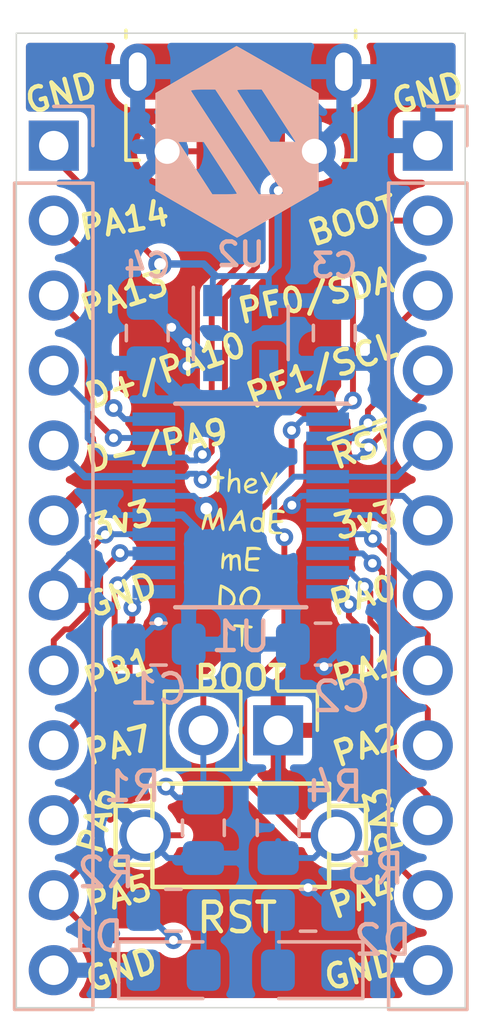
<source format=kicad_pcb>
(kicad_pcb (version 20171130) (host pcbnew "(5.1.5)-3")

  (general
    (thickness 1.6)
    (drawings 31)
    (tracks 260)
    (zones 0)
    (modules 19)
    (nets 23)
  )

  (page A4)
  (layers
    (0 F.Cu signal)
    (31 B.Cu signal)
    (32 B.Adhes user)
    (33 F.Adhes user)
    (34 B.Paste user)
    (35 F.Paste user)
    (36 B.SilkS user)
    (37 F.SilkS user)
    (38 B.Mask user)
    (39 F.Mask user)
    (40 Dwgs.User user)
    (41 Cmts.User user)
    (42 Eco1.User user)
    (43 Eco2.User user hide)
    (44 Edge.Cuts user)
    (45 Margin user)
    (46 B.CrtYd user hide)
    (47 F.CrtYd user hide)
    (48 B.Fab user hide)
    (49 F.Fab user hide)
  )

  (setup
    (last_trace_width 0.25)
    (user_trace_width 0.2)
    (user_trace_width 0.5)
    (user_trace_width 0.75)
    (trace_clearance 0.2)
    (zone_clearance 0.3)
    (zone_45_only no)
    (trace_min 0.2)
    (via_size 0.8)
    (via_drill 0.4)
    (via_min_size 0.4)
    (via_min_drill 0.3)
    (user_via 0.6 0.3)
    (uvia_size 0.3)
    (uvia_drill 0.1)
    (uvias_allowed no)
    (uvia_min_size 0.2)
    (uvia_min_drill 0.1)
    (edge_width 0.05)
    (segment_width 0.2)
    (pcb_text_width 0.3)
    (pcb_text_size 1.5 1.5)
    (mod_edge_width 0.12)
    (mod_text_size 1 1)
    (mod_text_width 0.15)
    (pad_size 1.524 1.524)
    (pad_drill 0.762)
    (pad_to_mask_clearance 0.051)
    (solder_mask_min_width 0.25)
    (aux_axis_origin 0 0)
    (visible_elements 7FFFFF7F)
    (pcbplotparams
      (layerselection 0x010fc_ffffffff)
      (usegerberextensions false)
      (usegerberattributes false)
      (usegerberadvancedattributes false)
      (creategerberjobfile false)
      (excludeedgelayer true)
      (linewidth 0.100000)
      (plotframeref false)
      (viasonmask false)
      (mode 1)
      (useauxorigin false)
      (hpglpennumber 1)
      (hpglpenspeed 20)
      (hpglpendiameter 15.000000)
      (psnegative false)
      (psa4output false)
      (plotreference true)
      (plotvalue true)
      (plotinvisibletext false)
      (padsonsilk false)
      (subtractmaskfromsilk false)
      (outputformat 1)
      (mirror false)
      (drillshape 1)
      (scaleselection 1)
      (outputdirectory ""))
  )

  (net 0 "")
  (net 1 GND)
  (net 2 VBUS)
  (net 3 "Net-(D1-Pad2)")
  (net 4 "Net-(D2-Pad2)")
  (net 5 D+)
  (net 6 D-)
  (net 7 BOOT0)
  (net 8 PB1)
  (net 9 ~RESET)
  (net 10 PA14)
  (net 11 PA13)
  (net 12 PA7)
  (net 13 PA6)
  (net 14 PA5)
  (net 15 PA4)
  (net 16 PA3)
  (net 17 PA2)
  (net 18 PA1)
  (net 19 PA0)
  (net 20 PF1-SCL)
  (net 21 PF0-SDA)
  (net 22 3v3)

  (net_class Default "This is the default net class."
    (clearance 0.2)
    (trace_width 0.25)
    (via_dia 0.8)
    (via_drill 0.4)
    (uvia_dia 0.3)
    (uvia_drill 0.1)
    (add_net 3v3)
    (add_net BOOT0)
    (add_net D+)
    (add_net D-)
    (add_net GND)
    (add_net "Net-(D1-Pad2)")
    (add_net "Net-(D2-Pad2)")
    (add_net "Net-(U2-Pad4)")
    (add_net PA0)
    (add_net PA1)
    (add_net PA13)
    (add_net PA14)
    (add_net PA2)
    (add_net PA3)
    (add_net PA4)
    (add_net PA5)
    (add_net PA6)
    (add_net PA7)
    (add_net PB1)
    (add_net PF0-SDA)
    (add_net PF1-SCL)
    (add_net VBUS)
    (add_net ~RESET)
  )

  (module TRA_KiCad_Footprints:VoronLogo_6pt5mm_silkScreen (layer B.Cu) (tedit 0) (tstamp 5FDF94AB)
    (at 128.143 76.073)
    (fp_text reference G*** (at 0 0) (layer B.SilkS) hide
      (effects (font (size 1.524 1.524) (thickness 0.3)) (justify mirror))
    )
    (fp_text value LOGO (at 0.75 0) (layer B.SilkS) hide
      (effects (font (size 1.524 1.524) (thickness 0.3)) (justify mirror))
    )
    (fp_poly (pts (xy 2.7686 1.64985) (xy 2.7686 -1.649849) (xy 1.379308 -2.450524) (xy 1.039339 -2.646185)
      (xy 0.729012 -2.824267) (xy 0.458882 -2.978754) (xy 0.239505 -3.10363) (xy 0.081439 -3.192877)
      (xy -0.004761 -3.240478) (xy -0.017692 -3.24677) (xy -0.061819 -3.221166) (xy -0.183209 -3.150713)
      (xy -0.371255 -3.041566) (xy -0.615351 -2.899881) (xy -0.904891 -2.731815) (xy -1.229269 -2.543525)
      (xy -1.397 -2.446162) (xy -2.622352 -1.734876) (xy -1.566334 -1.734876) (xy -1.527559 -1.754402)
      (xy -1.409521 -1.769187) (xy -1.234533 -1.776891) (xy -1.159934 -1.777479) (xy -0.7366 -1.776959)
      (xy -0.722179 -1.755076) (xy 0 -1.755076) (xy 0.04685 -1.765563) (xy 0.171616 -1.7735)
      (xy 0.350623 -1.777596) (xy 0.4191 -1.777886) (xy 0.8382 -1.777772) (xy 1.3208 -1.034043)
      (xy 1.485838 -0.779678) (xy 1.637963 -0.545166) (xy 1.765863 -0.347951) (xy 1.858223 -0.205476)
      (xy 1.897288 -0.145156) (xy 1.991177 0) (xy 1.129093 0) (xy 0.564546 -0.866076)
      (xy 0.394034 -1.128735) (xy 0.244186 -1.361619) (xy 0.123286 -1.551683) (xy 0.039618 -1.685882)
      (xy 0.001465 -1.751172) (xy 0 -1.755076) (xy -0.722179 -1.755076) (xy 0.4064 -0.042603)
      (xy 0.654036 0.333568) (xy 0.884037 0.683745) (xy 1.09042 0.998762) (xy 1.267202 1.269449)
      (xy 1.408399 1.486639) (xy 1.508029 1.641163) (xy 1.560108 1.723852) (xy 1.566333 1.734877)
      (xy 1.527558 1.754403) (xy 1.40952 1.769188) (xy 1.234532 1.776892) (xy 1.159933 1.77748)
      (xy 0.7366 1.77696) (xy -0.4064 0.042604) (xy -0.654037 -0.333567) (xy -0.884038 -0.683744)
      (xy -1.090421 -0.998761) (xy -1.267203 -1.269448) (xy -1.4084 -1.486638) (xy -1.50803 -1.641162)
      (xy -1.560109 -1.723851) (xy -1.566334 -1.734876) (xy -2.622352 -1.734876) (xy -2.7686 -1.649983)
      (xy -2.7686 0) (xy -1.991178 0) (xy -1.129094 0) (xy -0.564547 0.866077)
      (xy -0.394035 1.128736) (xy -0.244187 1.36162) (xy -0.123287 1.551684) (xy -0.039619 1.685883)
      (xy -0.001466 1.751173) (xy 0 1.755077) (xy -0.046851 1.765564) (xy -0.171617 1.773501)
      (xy -0.350624 1.777597) (xy -0.4191 1.777887) (xy -0.8382 1.777773) (xy -1.3208 1.034044)
      (xy -1.485839 0.779679) (xy -1.637964 0.545167) (xy -1.765864 0.347952) (xy -1.858224 0.205477)
      (xy -1.897289 0.145157) (xy -1.991178 0) (xy -2.7686 0) (xy -2.7686 1.64985)
      (xy 0 3.245448) (xy 2.7686 1.64985)) (layer B.SilkS) (width 0.01))
  )

  (module STM32_Breakout:THeyMadeME (layer F.Cu) (tedit 0) (tstamp 5FDF8CA5)
    (at 128.27 90.17 357)
    (fp_text reference G*** (at 0 0 177) (layer F.SilkS) hide
      (effects (font (size 1.524 1.524) (thickness 0.3)))
    )
    (fp_text value LOGO (at 0.75 0 177) (layer F.SilkS) hide
      (effects (font (size 1.524 1.524) (thickness 0.3)))
    )
    (fp_poly (pts (xy 0.331084 -2.704295) (xy 0.343077 -2.699119) (xy 0.394985 -2.657111) (xy 0.408032 -2.597478)
      (xy 0.402344 -2.556072) (xy 0.378618 -2.522334) (xy 0.326862 -2.486739) (xy 0.248645 -2.445537)
      (xy 0.154998 -2.398226) (xy 0.100453 -2.367532) (xy 0.078667 -2.34691) (xy 0.083299 -2.329816)
      (xy 0.108008 -2.309706) (xy 0.113298 -2.305846) (xy 0.191201 -2.275349) (xy 0.283613 -2.274085)
      (xy 0.363858 -2.301923) (xy 0.371281 -2.30712) (xy 0.426642 -2.340957) (xy 0.45408 -2.335458)
      (xy 0.459036 -2.309377) (xy 0.436498 -2.257634) (xy 0.377943 -2.220034) (xy 0.296963 -2.198869)
      (xy 0.207151 -2.196433) (xy 0.122097 -2.215018) (xy 0.07006 -2.243773) (xy 0.00525 -2.322478)
      (xy -0.015398 -2.423494) (xy -0.00997 -2.459283) (xy 0.058431 -2.459283) (xy 0.06593 -2.448192)
      (xy 0.093603 -2.458801) (xy 0.152039 -2.486155) (xy 0.204864 -2.512377) (xy 0.274392 -2.551672)
      (xy 0.320398 -2.585461) (xy 0.331526 -2.601148) (xy 0.309791 -2.627547) (xy 0.258243 -2.642161)
      (xy 0.197371 -2.64165) (xy 0.15807 -2.629413) (xy 0.126795 -2.599519) (xy 0.094309 -2.550473)
      (xy 0.068794 -2.498364) (xy 0.058431 -2.459283) (xy -0.00997 -2.459283) (xy -0.000111 -2.524286)
      (xy 0.049688 -2.630889) (xy 0.126777 -2.699119) (xy 0.223221 -2.724936) (xy 0.331084 -2.704295)) (layer F.SilkS) (width 0.01))
    (fp_poly (pts (xy 1.084619 -2.952581) (xy 1.092868 -2.931102) (xy 1.08488 -2.887012) (xy 1.05904 -2.813524)
      (xy 1.013734 -2.703856) (xy 0.985814 -2.639166) (xy 0.910102 -2.467517) (xy 0.850475 -2.339053)
      (xy 0.804247 -2.249533) (xy 0.768732 -2.194716) (xy 0.741247 -2.170364) (xy 0.719104 -2.172234)
      (xy 0.702334 -2.191509) (xy 0.704026 -2.226527) (xy 0.724852 -2.288919) (xy 0.742165 -2.327657)
      (xy 0.796729 -2.439967) (xy 0.734257 -2.539712) (xy 0.648722 -2.677702) (xy 0.58832 -2.779292)
      (xy 0.550034 -2.850619) (xy 0.530851 -2.897817) (xy 0.527756 -2.927021) (xy 0.53614 -2.942901)
      (xy 0.570495 -2.944933) (xy 0.619753 -2.902529) (xy 0.681022 -2.81905) (xy 0.751412 -2.697859)
      (xy 0.758658 -2.684146) (xy 0.807394 -2.599729) (xy 0.843197 -2.555497) (xy 0.863457 -2.554068)
      (xy 0.867068 -2.575478) (xy 0.877934 -2.621254) (xy 0.906006 -2.691801) (xy 0.944496 -2.773772)
      (xy 0.986615 -2.853822) (xy 1.025575 -2.918602) (xy 1.054587 -2.954767) (xy 1.061748 -2.958232)
      (xy 1.084619 -2.952581)) (layer F.SilkS) (width 0.01))
    (fp_poly (pts (xy -0.501239 -2.969282) (xy -0.487964 -2.891046) (xy -0.484538 -2.806464) (xy -0.484538 -2.632205)
      (xy -0.394812 -2.677949) (xy -0.301668 -2.709) (xy -0.229179 -2.69936) (xy -0.183371 -2.65003)
      (xy -0.180265 -2.642347) (xy -0.166417 -2.584929) (xy -0.154633 -2.501317) (xy -0.145826 -2.405706)
      (xy -0.140915 -2.312289) (xy -0.140814 -2.235259) (xy -0.146439 -2.188812) (xy -0.150552 -2.181941)
      (xy -0.183383 -2.186397) (xy -0.199611 -2.200615) (xy -0.215501 -2.243062) (xy -0.227282 -2.317034)
      (xy -0.231039 -2.372473) (xy -0.237953 -2.493756) (xy -0.250629 -2.571593) (xy -0.271208 -2.613417)
      (xy -0.301833 -2.626658) (xy -0.304343 -2.626706) (xy -0.370454 -2.602896) (xy -0.427072 -2.538051)
      (xy -0.467753 -2.442047) (xy -0.484388 -2.350665) (xy -0.497068 -2.26027) (xy -0.516046 -2.214583)
      (xy -0.534091 -2.205923) (xy -0.548288 -2.213425) (xy -0.558122 -2.240523) (xy -0.564155 -2.294104)
      (xy -0.566948 -2.381056) (xy -0.567065 -2.508267) (xy -0.566181 -2.598866) (xy -0.563863 -2.735005)
      (xy -0.560567 -2.852175) (xy -0.55665 -2.941343) (xy -0.55247 -2.993477) (xy -0.550202 -3.003077)
      (xy -0.522649 -3.008614) (xy -0.501239 -2.969282)) (layer F.SilkS) (width 0.01))
    (fp_poly (pts (xy -0.885743 -2.882362) (xy -0.868791 -2.830481) (xy -0.867068 -2.803715) (xy -0.860376 -2.750197)
      (xy -0.829444 -2.730775) (xy -0.792067 -2.728714) (xy -0.73251 -2.719936) (xy -0.699543 -2.700361)
      (xy -0.701154 -2.666034) (xy -0.741693 -2.639039) (xy -0.809086 -2.627156) (xy -0.813206 -2.627097)
      (xy -0.844287 -2.624764) (xy -0.861226 -2.611023) (xy -0.866595 -2.575014) (xy -0.862967 -2.505873)
      (xy -0.857281 -2.441072) (xy -0.850734 -2.326559) (xy -0.856509 -2.252052) (xy -0.87359 -2.210129)
      (xy -0.906485 -2.181667) (xy -0.925148 -2.183246) (xy -0.933654 -2.215717) (xy -0.940082 -2.285888)
      (xy -0.943363 -2.380465) (xy -0.943574 -2.412496) (xy -0.943574 -2.623319) (xy -1.013487 -2.631388)
      (xy -1.071627 -2.653159) (xy -1.091863 -2.684086) (xy -1.086594 -2.715761) (xy -1.046816 -2.727846)
      (xy -1.018977 -2.728714) (xy -0.963666 -2.733337) (xy -0.945898 -2.755062) (xy -0.949501 -2.790821)
      (xy -0.951685 -2.850768) (xy -0.942574 -2.883345) (xy -0.913402 -2.903216) (xy -0.885743 -2.882362)) (layer F.SilkS) (width 0.01))
    (fp_poly (pts (xy 0.725502 -1.662069) (xy 0.735044 -1.632583) (xy 0.740688 -1.5751) (xy 0.742972 -1.482796)
      (xy 0.742434 -1.348846) (xy 0.741639 -1.288214) (xy 0.739026 -1.154126) (xy 0.73556 -1.039189)
      (xy 0.731612 -0.952544) (xy 0.727555 -0.903333) (xy 0.725662 -0.895674) (xy 0.700532 -0.900697)
      (xy 0.67869 -0.915676) (xy 0.640309 -0.931522) (xy 0.625565 -0.91931) (xy 0.589014 -0.900792)
      (xy 0.523195 -0.894159) (xy 0.448397 -0.899237) (xy 0.38491 -0.915855) (xy 0.373765 -0.921452)
      (xy 0.332566 -0.96275) (xy 0.293989 -1.027598) (xy 0.290152 -1.036368) (xy 0.270016 -1.141603)
      (xy 0.2777 -1.190397) (xy 0.354007 -1.190397) (xy 0.364202 -1.082517) (xy 0.404273 -1.008088)
      (xy 0.468377 -0.971971) (xy 0.550675 -0.979026) (xy 0.588223 -0.995475) (xy 0.620391 -1.026068)
      (xy 0.635069 -1.082067) (xy 0.63755 -1.143387) (xy 0.628581 -1.241907) (xy 0.598074 -1.299588)
      (xy 0.540629 -1.323975) (xy 0.506761 -1.326104) (xy 0.425498 -1.30485) (xy 0.370399 -1.248745)
      (xy 0.354007 -1.190397) (xy 0.2777 -1.190397) (xy 0.28725 -1.251038) (xy 0.337636 -1.344106)
      (xy 0.357511 -1.364794) (xy 0.427598 -1.400111) (xy 0.518842 -1.411857) (xy 0.605853 -1.39731)
      (xy 0.617085 -1.392638) (xy 0.641736 -1.387689) (xy 0.656214 -1.407959) (xy 0.664383 -1.463213)
      (xy 0.668089 -1.52153) (xy 0.677008 -1.61293) (xy 0.69304 -1.660102) (xy 0.711523 -1.670381)
      (xy 0.725502 -1.662069)) (layer F.SilkS) (width 0.01))
    (fp_poly (pts (xy -0.035954 -1.611989) (xy -0.013923 -1.549869) (xy -0.011444 -1.536496) (xy 0.001485 -1.470946)
      (xy 0.0231 -1.371567) (xy 0.049925 -1.254062) (xy 0.068101 -1.177101) (xy 0.092786 -1.067855)
      (xy 0.110304 -0.977991) (xy 0.118715 -0.918345) (xy 0.117743 -0.899804) (xy 0.082988 -0.892006)
      (xy 0.046197 -0.927559) (xy 0.013101 -0.999402) (xy 0.000266 -1.044472) (xy -0.022437 -1.122635)
      (xy -0.045253 -1.158955) (xy -0.072877 -1.162547) (xy -0.125904 -1.149887) (xy -0.199028 -1.135428)
      (xy -0.206317 -1.134125) (xy -0.268097 -1.115677) (xy -0.311297 -1.077664) (xy -0.352523 -1.00546)
      (xy -0.352622 -1.005255) (xy -0.394775 -0.932142) (xy -0.429746 -0.896397) (xy -0.452541 -0.901225)
      (xy -0.458652 -0.937198) (xy -0.443256 -1.018985) (xy -0.402269 -1.125558) (xy -0.343805 -1.237991)
      (xy -0.229518 -1.237991) (xy -0.208257 -1.234658) (xy -0.158819 -1.239532) (xy -0.10272 -1.24934)
      (xy -0.06148 -1.260807) (xy -0.054518 -1.264623) (xy -0.054014 -1.29175) (xy -0.06418 -1.349725)
      (xy -0.068687 -1.369344) (xy -0.092095 -1.466365) (xy -0.160806 -1.358488) (xy -0.200279 -1.294211)
      (xy -0.225126 -1.249314) (xy -0.229518 -1.237991) (xy -0.343805 -1.237991) (xy -0.341837 -1.241775)
      (xy -0.321563 -1.2751) (xy -0.262735 -1.368459) (xy -0.198066 -1.471124) (xy -0.17296 -1.510994)
      (xy -0.11379 -1.592817) (xy -0.068682 -1.626394) (xy -0.035954 -1.611989)) (layer F.SilkS) (width 0.01))
    (fp_poly (pts (xy 1.28247 -1.697828) (xy 1.360119 -1.678564) (xy 1.399443 -1.645873) (xy 1.402611 -1.631053)
      (xy 1.3966 -1.601509) (xy 1.369805 -1.590796) (xy 1.309078 -1.595011) (xy 1.289786 -1.597564)
      (xy 1.195116 -1.603479) (xy 1.10304 -1.59862) (xy 1.08577 -1.595921) (xy 1.031753 -1.583284)
      (xy 1.004848 -1.561928) (xy 0.995605 -1.516876) (xy 0.994578 -1.451395) (xy 0.994578 -1.323977)
      (xy 1.185844 -1.341309) (xy 1.284618 -1.3488) (xy 1.342791 -1.348337) (xy 1.370306 -1.338793)
      (xy 1.377109 -1.319599) (xy 1.359725 -1.280488) (xy 1.304037 -1.257748) (xy 1.204736 -1.249381)
      (xy 1.190133 -1.24925) (xy 1.081852 -1.244806) (xy 1.015046 -1.229064) (xy 0.980585 -1.197106)
      (xy 0.969342 -1.144015) (xy 0.969076 -1.130188) (xy 0.97572 -1.037412) (xy 1.001645 -0.980661)
      (xy 1.055848 -0.952648) (xy 1.14732 -0.946088) (xy 1.194302 -0.947734) (xy 1.287506 -0.950343)
      (xy 1.340029 -0.945204) (xy 1.36184 -0.930577) (xy 1.364358 -0.918072) (xy 1.341415 -0.894748)
      (xy 1.281921 -0.878549) (xy 1.199876 -0.869824) (xy 1.10928 -0.868922) (xy 1.024134 -0.876194)
      (xy 0.958438 -0.891989) (xy 0.932498 -0.907289) (xy 0.915553 -0.930976) (xy 0.904218 -0.96775)
      (xy 0.897756 -1.026176) (xy 0.895426 -1.114815) (xy 0.89649 -1.24223) (xy 0.897778 -1.309649)
      (xy 0.905321 -1.669746) (xy 1.045582 -1.690513) (xy 1.174842 -1.702274) (xy 1.28247 -1.697828)) (layer F.SilkS) (width 0.01))
    (fp_poly (pts (xy -0.757611 -1.65363) (xy -0.742454 -1.635896) (xy -0.728584 -1.595827) (xy -0.713263 -1.524822)
      (xy -0.693754 -1.41428) (xy -0.687509 -1.377108) (xy -0.665439 -1.258604) (xy -0.638489 -1.132104)
      (xy -0.621568 -1.061212) (xy -0.601003 -0.962597) (xy -0.600546 -0.903769) (xy -0.610444 -0.883973)
      (xy -0.639867 -0.869376) (xy -0.666347 -0.891316) (xy -0.691796 -0.953799) (xy -0.718123 -1.060832)
      (xy -0.734367 -1.14392) (xy -0.754436 -1.245219) (xy -0.772786 -1.324296) (xy -0.786714 -1.370099)
      (xy -0.791435 -1.377108) (xy -0.805156 -1.354622) (xy -0.829762 -1.29455) (xy -0.860868 -1.20797)
      (xy -0.874702 -1.166716) (xy -0.908767 -1.066808) (xy -0.939494 -0.983283) (xy -0.961761 -0.929845)
      (xy -0.966641 -0.920731) (xy -1.000761 -0.892048) (xy -1.035746 -0.91213) (xy -1.072044 -0.981634)
      (xy -1.110102 -1.101219) (xy -1.122756 -1.150291) (xy -1.150381 -1.257584) (xy -1.171696 -1.32119)
      (xy -1.189778 -1.339853) (xy -1.207704 -1.31232) (xy -1.228549 -1.237335) (xy -1.255391 -1.113643)
      (xy -1.259345 -1.094579) (xy -1.287817 -0.974496) (xy -1.314112 -0.902401) (xy -1.339606 -0.8754)
      (xy -1.359682 -0.883644) (xy -1.375022 -0.926826) (xy -1.372345 -1.009747) (xy -1.351387 -1.135252)
      (xy -1.325421 -1.251118) (xy -1.288727 -1.402559) (xy -1.261104 -1.511165) (xy -1.240067 -1.583781)
      (xy -1.223131 -1.627248) (xy -1.20781 -1.648412) (xy -1.191622 -1.654115) (xy -1.179581 -1.652797)
      (xy -1.161454 -1.646981) (xy -1.146488 -1.632263) (xy -1.132065 -1.60085) (xy -1.115568 -1.544946)
      (xy -1.094378 -1.456756) (xy -1.065878 -1.328488) (xy -1.057 -1.287851) (xy -1.012487 -1.083835)
      (xy -0.974357 -1.173092) (xy -0.947688 -1.245015) (xy -0.916132 -1.343626) (xy -0.889908 -1.435286)
      (xy -0.860445 -1.54134) (xy -0.838126 -1.60719) (xy -0.818177 -1.642223) (xy -0.79582 -1.655828)
      (xy -0.776792 -1.65763) (xy -0.757611 -1.65363)) (layer F.SilkS) (width 0.01))
    (fp_poly (pts (xy 0.585764 -0.388354) (xy 0.65213 -0.365122) (xy 0.675803 -0.329691) (xy 0.662826 -0.307641)
      (xy 0.617377 -0.299718) (xy 0.552114 -0.302007) (xy 0.456856 -0.303901) (xy 0.366519 -0.298167)
      (xy 0.341722 -0.294476) (xy 0.290499 -0.282145) (xy 0.264892 -0.260405) (xy 0.256025 -0.214432)
      (xy 0.25502 -0.14968) (xy 0.25502 -0.02115) (xy 0.448777 -0.039306) (xy 0.546557 -0.047574)
      (xy 0.603598 -0.048548) (xy 0.62985 -0.040627) (xy 0.635259 -0.022211) (xy 0.633455 -0.009605)
      (xy 0.612152 0.024543) (xy 0.55731 0.041486) (xy 0.522579 0.044795) (xy 0.430701 0.053004)
      (xy 0.343356 0.064229) (xy 0.336617 0.065318) (xy 0.287647 0.07571) (xy 0.263597 0.095153)
      (xy 0.257023 0.137898) (xy 0.260111 0.211789) (xy 0.267771 0.344278) (xy 0.446285 0.347222)
      (xy 0.543903 0.35117) (xy 0.600907 0.360652) (xy 0.627595 0.378129) (xy 0.633045 0.39185)
      (xy 0.630593 0.412731) (xy 0.606857 0.425317) (xy 0.552512 0.431582) (xy 0.45823 0.433499)
      (xy 0.435992 0.433535) (xy 0.332601 0.432317) (xy 0.267531 0.426498) (xy 0.228116 0.41283)
      (xy 0.201692 0.388063) (xy 0.189216 0.370232) (xy 0.172368 0.33744) (xy 0.161938 0.2945)
      (xy 0.157382 0.231902) (xy 0.158156 0.140135) (xy 0.163716 0.009686) (xy 0.166041 -0.034793)
      (xy 0.184344 -0.376514) (xy 0.353567 -0.392502) (xy 0.483859 -0.397945) (xy 0.585764 -0.388354)) (layer F.SilkS) (width 0.01))
    (fp_poly (pts (xy -0.579185 -0.116238) (xy -0.565448 -0.065281) (xy -0.5571 0.005764) (xy -0.484959 -0.063351)
      (xy -0.420905 -0.110975) (xy -0.366533 -0.117473) (xy -0.359421 -0.115518) (xy -0.31695 -0.092369)
      (xy -0.306024 -0.074132) (xy -0.286587 -0.068263) (xy -0.238581 -0.084875) (xy -0.225983 -0.091085)
      (xy -0.153933 -0.117353) (xy -0.094733 -0.109019) (xy -0.088938 -0.106502) (xy -0.058666 -0.086579)
      (xy -0.035977 -0.052815) (xy -0.018409 0.003463) (xy -0.003497 0.090927) (xy 0.011222 0.218252)
      (xy 0.015563 0.261396) (xy 0.023017 0.353951) (xy 0.021573 0.406492) (xy 0.009863 0.429451)
      (xy -0.006988 0.433535) (xy -0.024998 0.430326) (xy -0.038828 0.415187) (xy -0.050663 0.379847)
      (xy -0.062689 0.316037) (xy -0.077091 0.215486) (xy -0.089379 0.121729) (xy -0.107039 0.03212)
      (xy -0.134501 -0.01202) (xy -0.177731 -0.016081) (xy -0.221402 0.002481) (xy -0.252992 0.022426)
      (xy -0.271225 0.04847) (xy -0.278955 0.092897) (xy -0.279037 0.167991) (xy -0.27635 0.238891)
      (xy -0.274418 0.351633) (xy -0.280677 0.420076) (xy -0.295798 0.450371) (xy -0.299635 0.45229)
      (xy -0.334386 0.442918) (xy -0.342177 0.42928) (xy -0.348849 0.388772) (xy -0.356819 0.31241)
      (xy -0.364559 0.215266) (xy -0.365913 0.19517) (xy -0.374063 0.098699) (xy -0.383919 0.023)
      (xy -0.393624 -0.018374) (xy -0.395609 -0.021579) (xy -0.420762 -0.014676) (xy -0.464861 0.022121)
      (xy -0.486646 0.045049) (xy -0.532188 0.104808) (xy -0.554413 0.165604) (xy -0.560946 0.250303)
      (xy -0.561044 0.268174) (xy -0.5651 0.354947) (xy -0.578532 0.398792) (xy -0.596323 0.408033)
      (xy -0.619952 0.401002) (xy -0.635353 0.374818) (xy -0.643598 0.32184) (xy -0.645758 0.234427)
      (xy -0.642904 0.104939) (xy -0.642108 0.081373) (xy -0.635559 -0.039741) (xy -0.625614 -0.113903)
      (xy -0.611604 -0.145093) (xy -0.603824 -0.146178) (xy -0.579185 -0.116238)) (layer F.SilkS) (width 0.01))
    (fp_poly (pts (xy 0.539721 0.964382) (xy 0.635945 1.022259) (xy 0.700816 1.110384) (xy 0.731651 1.221938)
      (xy 0.725765 1.350102) (xy 0.680475 1.488054) (xy 0.651068 1.543864) (xy 0.563737 1.650736)
      (xy 0.45645 1.712782) (xy 0.335179 1.727932) (xy 0.210894 1.696328) (xy 0.122999 1.63277)
      (xy 0.058109 1.536833) (xy 0.026893 1.425628) (xy 0.025597 1.399148) (xy 0.026035 1.39647)
      (xy 0.12751 1.39647) (xy 0.148576 1.501387) (xy 0.204595 1.578728) (xy 0.284797 1.623235)
      (xy 0.378414 1.62965) (xy 0.474675 1.592715) (xy 0.49694 1.576843) (xy 0.577763 1.482379)
      (xy 0.626002 1.357291) (xy 0.63755 1.250418) (xy 0.619387 1.14662) (xy 0.56523 1.078892)
      (xy 0.475582 1.047748) (xy 0.436973 1.045583) (xy 0.324887 1.06906) (xy 0.231259 1.133716)
      (xy 0.163733 1.230884) (xy 0.129951 1.351898) (xy 0.12751 1.39647) (xy 0.026035 1.39647)
      (xy 0.045719 1.276369) (xy 0.100362 1.159181) (xy 0.180566 1.058073) (xy 0.277373 0.983528)
      (xy 0.381823 0.946035) (xy 0.414829 0.943575) (xy 0.539721 0.964382)) (layer F.SilkS) (width 0.01))
    (fp_poly (pts (xy -0.548549 0.95959) (xy -0.466517 0.993652) (xy -0.379104 1.0365) (xy -0.299071 1.082277)
      (xy -0.239183 1.125127) (xy -0.23347 1.130244) (xy -0.15394 1.231446) (xy -0.111028 1.345599)
      (xy -0.104336 1.461793) (xy -0.133463 1.569113) (xy -0.19801 1.656649) (xy -0.254185 1.695452)
      (xy -0.337138 1.720731) (xy -0.444779 1.731391) (xy -0.552686 1.726577) (xy -0.629154 1.708588)
      (xy -0.650895 1.697706) (xy -0.665791 1.680078) (xy -0.67486 1.647391) (xy -0.679118 1.591334)
      (xy -0.679584 1.503592) (xy -0.677274 1.375852) (xy -0.676392 1.337277) (xy -0.586546 1.337277)
      (xy -0.584598 1.476994) (xy -0.578399 1.570905) (xy -0.567418 1.624073) (xy -0.554669 1.640741)
      (xy -0.466906 1.655139) (xy -0.366077 1.641987) (xy -0.305737 1.619229) (xy -0.233949 1.555872)
      (xy -0.194914 1.466266) (xy -0.193371 1.36678) (xy -0.214698 1.304605) (xy -0.279424 1.223929)
      (xy -0.385732 1.144644) (xy -0.516416 1.077104) (xy -0.586546 1.046676) (xy -0.586546 1.337277)
      (xy -0.676392 1.337277) (xy -0.676109 1.3249) (xy -0.671587 1.193422) (xy -0.664929 1.080076)
      (xy -0.656921 0.994691) (xy -0.648351 0.947099) (xy -0.645417 0.941241) (xy -0.612436 0.940167)
      (xy -0.548549 0.95959)) (layer F.SilkS) (width 0.01))
    (fp_poly (pts (xy -0.288725 2.283855) (xy -0.285028 2.312194) (xy -0.30919 2.355447) (xy -0.346953 2.365772)
      (xy -0.364997 2.355217) (xy -0.383063 2.311464) (xy -0.36024 2.277069) (xy -0.329656 2.269679)
      (xy -0.288725 2.283855)) (layer F.SilkS) (width 0.01))
    (fp_poly (pts (xy 0.118002 2.261689) (xy 0.172139 2.263375) (xy 0.315953 2.268546) (xy 0.415937 2.274108)
      (xy 0.479251 2.281512) (xy 0.513059 2.292206) (xy 0.524522 2.30764) (xy 0.520802 2.329265)
      (xy 0.519191 2.33362) (xy 0.497804 2.357331) (xy 0.44984 2.367503) (xy 0.363569 2.366578)
      (xy 0.361357 2.366462) (xy 0.219015 2.358936) (xy 0.226509 2.668445) (xy 0.227813 2.821755)
      (xy 0.223241 2.927882) (xy 0.21288 2.985399) (xy 0.206259 2.9951) (xy 0.178331 3.006066)
      (xy 0.174909 3.004367) (xy 0.171419 2.977446) (xy 0.164495 2.909633) (xy 0.155103 2.81085)
      (xy 0.144214 2.691019) (xy 0.143031 2.677711) (xy 0.114759 2.358936) (xy -0.006375 2.351163)
      (xy -0.082562 2.342161) (xy -0.119139 2.32469) (xy -0.12751 2.298518) (xy -0.12331 2.279487)
      (xy -0.105089 2.267277) (xy -0.064417 2.2609) (xy 0.007137 2.259367) (xy 0.118002 2.261689)) (layer F.SilkS) (width 0.01))
    (fp_poly (pts (xy -0.323151 2.508888) (xy -0.313353 2.543396) (xy -0.30953 2.610878) (xy -0.310744 2.71949)
      (xy -0.311476 2.745775) (xy -0.318155 2.871711) (xy -0.329185 2.957872) (xy -0.34386 2.999265)
      (xy -0.347728 3.001945) (xy -0.369767 2.985999) (xy -0.386189 2.930543) (xy -0.388446 2.914755)
      (xy -0.394955 2.815308) (xy -0.392762 2.711951) (xy -0.383325 2.617155) (xy -0.368103 2.543391)
      (xy -0.348553 2.503128) (xy -0.339862 2.499197) (xy -0.323151 2.508888)) (layer F.SilkS) (width 0.01))
  )

  (module Package_SO:TSSOP-20_4.4x6.5mm_P0.65mm (layer B.Cu) (tedit 5A02F25C) (tstamp 5FDDB48A)
    (at 128.27 88.392 180)
    (descr "20-Lead Plastic Thin Shrink Small Outline (ST)-4.4 mm Body [TSSOP] (see Microchip Packaging Specification 00000049BS.pdf)")
    (tags "SSOP 0.65")
    (path /5FDD578B)
    (attr smd)
    (fp_text reference U1 (at 0 -4.445) (layer B.SilkS)
      (effects (font (size 1 1) (thickness 0.15)) (justify mirror))
    )
    (fp_text value STM32F042F6Px (at 0 -4.3) (layer B.Fab)
      (effects (font (size 1 1) (thickness 0.15)) (justify mirror))
    )
    (fp_text user %R (at 0 0) (layer B.Fab)
      (effects (font (size 0.8 0.8) (thickness 0.15)) (justify mirror))
    )
    (fp_line (start -3.75 3.45) (end 2.225 3.45) (layer B.SilkS) (width 0.15))
    (fp_line (start -2.225 -3.45) (end 2.225 -3.45) (layer B.SilkS) (width 0.15))
    (fp_line (start -3.95 -3.55) (end 3.95 -3.55) (layer B.CrtYd) (width 0.05))
    (fp_line (start -3.95 3.55) (end 3.95 3.55) (layer B.CrtYd) (width 0.05))
    (fp_line (start 3.95 3.55) (end 3.95 -3.55) (layer B.CrtYd) (width 0.05))
    (fp_line (start -3.95 3.55) (end -3.95 -3.55) (layer B.CrtYd) (width 0.05))
    (fp_line (start -2.2 2.25) (end -1.2 3.25) (layer B.Fab) (width 0.15))
    (fp_line (start -2.2 -3.25) (end -2.2 2.25) (layer B.Fab) (width 0.15))
    (fp_line (start 2.2 -3.25) (end -2.2 -3.25) (layer B.Fab) (width 0.15))
    (fp_line (start 2.2 3.25) (end 2.2 -3.25) (layer B.Fab) (width 0.15))
    (fp_line (start -1.2 3.25) (end 2.2 3.25) (layer B.Fab) (width 0.15))
    (pad 20 smd rect (at 2.95 2.925 180) (size 1.45 0.45) (layers B.Cu B.Paste B.Mask)
      (net 10 PA14))
    (pad 19 smd rect (at 2.95 2.275 180) (size 1.45 0.45) (layers B.Cu B.Paste B.Mask)
      (net 11 PA13))
    (pad 18 smd rect (at 2.95 1.625 180) (size 1.45 0.45) (layers B.Cu B.Paste B.Mask)
      (net 5 D+))
    (pad 17 smd rect (at 2.95 0.975 180) (size 1.45 0.45) (layers B.Cu B.Paste B.Mask)
      (net 6 D-))
    (pad 16 smd rect (at 2.95 0.325 180) (size 1.45 0.45) (layers B.Cu B.Paste B.Mask)
      (net 22 3v3))
    (pad 15 smd rect (at 2.95 -0.325 180) (size 1.45 0.45) (layers B.Cu B.Paste B.Mask)
      (net 1 GND))
    (pad 14 smd rect (at 2.95 -0.975 180) (size 1.45 0.45) (layers B.Cu B.Paste B.Mask)
      (net 8 PB1))
    (pad 13 smd rect (at 2.95 -1.625 180) (size 1.45 0.45) (layers B.Cu B.Paste B.Mask)
      (net 12 PA7))
    (pad 12 smd rect (at 2.95 -2.275 180) (size 1.45 0.45) (layers B.Cu B.Paste B.Mask)
      (net 13 PA6))
    (pad 11 smd rect (at 2.95 -2.925 180) (size 1.45 0.45) (layers B.Cu B.Paste B.Mask)
      (net 14 PA5))
    (pad 10 smd rect (at -2.95 -2.925 180) (size 1.45 0.45) (layers B.Cu B.Paste B.Mask)
      (net 15 PA4))
    (pad 9 smd rect (at -2.95 -2.275 180) (size 1.45 0.45) (layers B.Cu B.Paste B.Mask)
      (net 16 PA3))
    (pad 8 smd rect (at -2.95 -1.625 180) (size 1.45 0.45) (layers B.Cu B.Paste B.Mask)
      (net 17 PA2))
    (pad 7 smd rect (at -2.95 -0.975 180) (size 1.45 0.45) (layers B.Cu B.Paste B.Mask)
      (net 18 PA1))
    (pad 6 smd rect (at -2.95 -0.325 180) (size 1.45 0.45) (layers B.Cu B.Paste B.Mask)
      (net 19 PA0))
    (pad 5 smd rect (at -2.95 0.325 180) (size 1.45 0.45) (layers B.Cu B.Paste B.Mask)
      (net 22 3v3))
    (pad 4 smd rect (at -2.95 0.975 180) (size 1.45 0.45) (layers B.Cu B.Paste B.Mask)
      (net 9 ~RESET))
    (pad 3 smd rect (at -2.95 1.625 180) (size 1.45 0.45) (layers B.Cu B.Paste B.Mask)
      (net 20 PF1-SCL))
    (pad 2 smd rect (at -2.95 2.275 180) (size 1.45 0.45) (layers B.Cu B.Paste B.Mask)
      (net 21 PF0-SDA))
    (pad 1 smd rect (at -2.95 2.925 180) (size 1.45 0.45) (layers B.Cu B.Paste B.Mask)
      (net 7 BOOT0))
    (model ${KISYS3DMOD}/Package_SO.3dshapes/TSSOP-20_4.4x6.5mm_P0.65mm.wrl
      (at (xyz 0 0 0))
      (scale (xyz 1 1 1))
      (rotate (xyz 0 0 0))
    )
  )

  (module Capacitor_SMD:C_0805_2012Metric_Pad1.15x1.40mm_HandSolder (layer B.Cu) (tedit 5B36C52B) (tstamp 5FDDB38D)
    (at 131.445 82.55 270)
    (descr "Capacitor SMD 0805 (2012 Metric), square (rectangular) end terminal, IPC_7351 nominal with elongated pad for handsoldering. (Body size source: https://docs.google.com/spreadsheets/d/1BsfQQcO9C6DZCsRaXUlFlo91Tg2WpOkGARC1WS5S8t0/edit?usp=sharing), generated with kicad-footprint-generator")
    (tags "capacitor handsolder")
    (path /5FDDC0BA)
    (attr smd)
    (fp_text reference C3 (at -2.286 0 180) (layer B.SilkS)
      (effects (font (size 0.8 0.8) (thickness 0.15)) (justify mirror))
    )
    (fp_text value 4.7uF (at 0 -1.65 270) (layer B.Fab)
      (effects (font (size 1 1) (thickness 0.15)) (justify mirror))
    )
    (fp_text user %R (at 0 0 270) (layer B.Fab)
      (effects (font (size 0.5 0.5) (thickness 0.08)) (justify mirror))
    )
    (fp_line (start 1.85 -0.95) (end -1.85 -0.95) (layer B.CrtYd) (width 0.05))
    (fp_line (start 1.85 0.95) (end 1.85 -0.95) (layer B.CrtYd) (width 0.05))
    (fp_line (start -1.85 0.95) (end 1.85 0.95) (layer B.CrtYd) (width 0.05))
    (fp_line (start -1.85 -0.95) (end -1.85 0.95) (layer B.CrtYd) (width 0.05))
    (fp_line (start -0.261252 -0.71) (end 0.261252 -0.71) (layer B.SilkS) (width 0.12))
    (fp_line (start -0.261252 0.71) (end 0.261252 0.71) (layer B.SilkS) (width 0.12))
    (fp_line (start 1 -0.6) (end -1 -0.6) (layer B.Fab) (width 0.1))
    (fp_line (start 1 0.6) (end 1 -0.6) (layer B.Fab) (width 0.1))
    (fp_line (start -1 0.6) (end 1 0.6) (layer B.Fab) (width 0.1))
    (fp_line (start -1 -0.6) (end -1 0.6) (layer B.Fab) (width 0.1))
    (pad 2 smd roundrect (at 1.025 0 270) (size 1.15 1.4) (layers B.Cu B.Paste B.Mask) (roundrect_rratio 0.217391)
      (net 1 GND))
    (pad 1 smd roundrect (at -1.025 0 270) (size 1.15 1.4) (layers B.Cu B.Paste B.Mask) (roundrect_rratio 0.217391)
      (net 2 VBUS))
    (model ${KISYS3DMOD}/Capacitor_SMD.3dshapes/C_0805_2012Metric.wrl
      (at (xyz 0 0 0))
      (scale (xyz 1 1 1))
      (rotate (xyz 0 0 0))
    )
  )

  (module STM32_Breakout:2PinTactileButton (layer F.Cu) (tedit 5EB074A2) (tstamp 5FDDC3A6)
    (at 128.27 99.568 180)
    (path /5FDE89BD)
    (fp_text reference RST (at 0.127 -2.794 180) (layer F.SilkS)
      (effects (font (size 1 1) (thickness 0.15)))
    )
    (fp_text value SW_SPST (at 0 -2.54) (layer F.Fab)
      (effects (font (size 1 1) (thickness 0.15)))
    )
    (fp_line (start 3 1.75) (end -3 1.75) (layer F.SilkS) (width 0.15))
    (fp_line (start -3 -1.75) (end 3 -1.75) (layer F.SilkS) (width 0.15))
    (fp_line (start -3 -1.75) (end -3 1.75) (layer F.SilkS) (width 0.15))
    (fp_line (start 3 1.75) (end 3 -1.75) (layer F.SilkS) (width 0.15))
    (fp_line (start 3 -1) (end 4.25 -1) (layer F.SilkS) (width 0.15))
    (fp_line (start 4.25 -1) (end 4.25 1) (layer F.SilkS) (width 0.15))
    (fp_line (start 4.25 1) (end 3 1) (layer F.SilkS) (width 0.15))
    (fp_line (start -4.25 -1) (end -3 -1) (layer F.SilkS) (width 0.15))
    (fp_line (start -3 1) (end -4.25 1) (layer F.SilkS) (width 0.15))
    (fp_line (start -4.25 1) (end -4.25 -1) (layer F.SilkS) (width 0.15))
    (pad 1 thru_hole circle (at 3.25 0 180) (size 1.75 1.75) (drill 1.25) (layers *.Cu *.Mask)
      (net 1 GND))
    (pad 2 thru_hole circle (at -3.25 0 180) (size 1.75 1.75) (drill 1.25) (layers *.Cu *.Mask)
      (net 9 ~RESET))
    (model ${KIPRJMOD}/Library/3D_Packages/2PinTactileButton.step
      (at (xyz 0 0 0))
      (scale (xyz 1 1 1))
      (rotate (xyz 0 0 0))
    )
  )

  (module Connector_PinHeader_2.54mm:PinHeader_1x12_P2.54mm_Vertical (layer B.Cu) (tedit 59FED5CC) (tstamp 5FDDBAB1)
    (at 121.92 76.2 180)
    (descr "Through hole straight pin header, 1x12, 2.54mm pitch, single row")
    (tags "Through hole pin header THT 1x12 2.54mm single row")
    (path /5FE5BE06)
    (fp_text reference J4 (at 0 2.33) (layer B.SilkS) hide
      (effects (font (size 1 1) (thickness 0.15)) (justify mirror))
    )
    (fp_text value Conn_01x12 (at 0 -30.27) (layer B.Fab)
      (effects (font (size 1 1) (thickness 0.15)) (justify mirror))
    )
    (fp_text user %R (at 0 -13.97 270) (layer B.Fab)
      (effects (font (size 1 1) (thickness 0.15)) (justify mirror))
    )
    (fp_line (start 1.8 1.8) (end -1.8 1.8) (layer B.CrtYd) (width 0.05))
    (fp_line (start 1.8 -29.75) (end 1.8 1.8) (layer B.CrtYd) (width 0.05))
    (fp_line (start -1.8 -29.75) (end 1.8 -29.75) (layer B.CrtYd) (width 0.05))
    (fp_line (start -1.8 1.8) (end -1.8 -29.75) (layer B.CrtYd) (width 0.05))
    (fp_line (start -1.33 1.33) (end 0 1.33) (layer B.SilkS) (width 0.12))
    (fp_line (start -1.33 0) (end -1.33 1.33) (layer B.SilkS) (width 0.12))
    (fp_line (start -1.33 -1.27) (end 1.33 -1.27) (layer B.SilkS) (width 0.12))
    (fp_line (start 1.33 -1.27) (end 1.33 -29.27) (layer B.SilkS) (width 0.12))
    (fp_line (start -1.33 -1.27) (end -1.33 -29.27) (layer B.SilkS) (width 0.12))
    (fp_line (start -1.33 -29.27) (end 1.33 -29.27) (layer B.SilkS) (width 0.12))
    (fp_line (start -1.27 0.635) (end -0.635 1.27) (layer B.Fab) (width 0.1))
    (fp_line (start -1.27 -29.21) (end -1.27 0.635) (layer B.Fab) (width 0.1))
    (fp_line (start 1.27 -29.21) (end -1.27 -29.21) (layer B.Fab) (width 0.1))
    (fp_line (start 1.27 1.27) (end 1.27 -29.21) (layer B.Fab) (width 0.1))
    (fp_line (start -0.635 1.27) (end 1.27 1.27) (layer B.Fab) (width 0.1))
    (pad 12 thru_hole oval (at 0 -27.94 180) (size 1.7 1.7) (drill 1) (layers *.Cu *.Mask)
      (net 1 GND))
    (pad 11 thru_hole oval (at 0 -25.4 180) (size 1.7 1.7) (drill 1) (layers *.Cu *.Mask)
      (net 14 PA5))
    (pad 10 thru_hole oval (at 0 -22.86 180) (size 1.7 1.7) (drill 1) (layers *.Cu *.Mask)
      (net 13 PA6))
    (pad 9 thru_hole oval (at 0 -20.32 180) (size 1.7 1.7) (drill 1) (layers *.Cu *.Mask)
      (net 12 PA7))
    (pad 8 thru_hole oval (at 0 -17.78 180) (size 1.7 1.7) (drill 1) (layers *.Cu *.Mask)
      (net 8 PB1))
    (pad 7 thru_hole oval (at 0 -15.24 180) (size 1.7 1.7) (drill 1) (layers *.Cu *.Mask)
      (net 1 GND))
    (pad 6 thru_hole oval (at 0 -12.7 180) (size 1.7 1.7) (drill 1) (layers *.Cu *.Mask)
      (net 22 3v3))
    (pad 5 thru_hole oval (at 0 -10.16 180) (size 1.7 1.7) (drill 1) (layers *.Cu *.Mask)
      (net 6 D-))
    (pad 4 thru_hole oval (at 0 -7.62 180) (size 1.7 1.7) (drill 1) (layers *.Cu *.Mask)
      (net 5 D+))
    (pad 3 thru_hole oval (at 0 -5.08 180) (size 1.7 1.7) (drill 1) (layers *.Cu *.Mask)
      (net 11 PA13))
    (pad 2 thru_hole oval (at 0 -2.54 180) (size 1.7 1.7) (drill 1) (layers *.Cu *.Mask)
      (net 10 PA14))
    (pad 1 thru_hole rect (at 0 0 180) (size 1.7 1.7) (drill 1) (layers *.Cu *.Mask)
      (net 2 VBUS))
    (model ${KISYS3DMOD}/Connector_PinHeader_2.54mm.3dshapes/PinHeader_1x12_P2.54mm_Vertical.wrl
      (at (xyz 0 0 0))
      (scale (xyz 1 1 1))
      (rotate (xyz 0 0 0))
    )
  )

  (module Connector_PinHeader_2.54mm:PinHeader_1x12_P2.54mm_Vertical (layer B.Cu) (tedit 59FED5CC) (tstamp 5FDDBA93)
    (at 134.62 76.2 180)
    (descr "Through hole straight pin header, 1x12, 2.54mm pitch, single row")
    (tags "Through hole pin header THT 1x12 2.54mm single row")
    (path /5FE5F0EE)
    (fp_text reference J3 (at 0 2.33) (layer B.SilkS) hide
      (effects (font (size 1 1) (thickness 0.15)) (justify mirror))
    )
    (fp_text value Conn_01x12 (at 0 -30.27) (layer B.Fab)
      (effects (font (size 1 1) (thickness 0.15)) (justify mirror))
    )
    (fp_text user %R (at 0 -13.97 270) (layer B.Fab)
      (effects (font (size 1 1) (thickness 0.15)) (justify mirror))
    )
    (fp_line (start 1.8 1.8) (end -1.8 1.8) (layer B.CrtYd) (width 0.05))
    (fp_line (start 1.8 -29.75) (end 1.8 1.8) (layer B.CrtYd) (width 0.05))
    (fp_line (start -1.8 -29.75) (end 1.8 -29.75) (layer B.CrtYd) (width 0.05))
    (fp_line (start -1.8 1.8) (end -1.8 -29.75) (layer B.CrtYd) (width 0.05))
    (fp_line (start -1.33 1.33) (end 0 1.33) (layer B.SilkS) (width 0.12))
    (fp_line (start -1.33 0) (end -1.33 1.33) (layer B.SilkS) (width 0.12))
    (fp_line (start -1.33 -1.27) (end 1.33 -1.27) (layer B.SilkS) (width 0.12))
    (fp_line (start 1.33 -1.27) (end 1.33 -29.27) (layer B.SilkS) (width 0.12))
    (fp_line (start -1.33 -1.27) (end -1.33 -29.27) (layer B.SilkS) (width 0.12))
    (fp_line (start -1.33 -29.27) (end 1.33 -29.27) (layer B.SilkS) (width 0.12))
    (fp_line (start -1.27 0.635) (end -0.635 1.27) (layer B.Fab) (width 0.1))
    (fp_line (start -1.27 -29.21) (end -1.27 0.635) (layer B.Fab) (width 0.1))
    (fp_line (start 1.27 -29.21) (end -1.27 -29.21) (layer B.Fab) (width 0.1))
    (fp_line (start 1.27 1.27) (end 1.27 -29.21) (layer B.Fab) (width 0.1))
    (fp_line (start -0.635 1.27) (end 1.27 1.27) (layer B.Fab) (width 0.1))
    (pad 12 thru_hole oval (at 0 -27.94 180) (size 1.7 1.7) (drill 1) (layers *.Cu *.Mask)
      (net 1 GND))
    (pad 11 thru_hole oval (at 0 -25.4 180) (size 1.7 1.7) (drill 1) (layers *.Cu *.Mask)
      (net 15 PA4))
    (pad 10 thru_hole oval (at 0 -22.86 180) (size 1.7 1.7) (drill 1) (layers *.Cu *.Mask)
      (net 16 PA3))
    (pad 9 thru_hole oval (at 0 -20.32 180) (size 1.7 1.7) (drill 1) (layers *.Cu *.Mask)
      (net 17 PA2))
    (pad 8 thru_hole oval (at 0 -17.78 180) (size 1.7 1.7) (drill 1) (layers *.Cu *.Mask)
      (net 18 PA1))
    (pad 7 thru_hole oval (at 0 -15.24 180) (size 1.7 1.7) (drill 1) (layers *.Cu *.Mask)
      (net 19 PA0))
    (pad 6 thru_hole oval (at 0 -12.7 180) (size 1.7 1.7) (drill 1) (layers *.Cu *.Mask)
      (net 22 3v3))
    (pad 5 thru_hole oval (at 0 -10.16 180) (size 1.7 1.7) (drill 1) (layers *.Cu *.Mask)
      (net 9 ~RESET))
    (pad 4 thru_hole oval (at 0 -7.62 180) (size 1.7 1.7) (drill 1) (layers *.Cu *.Mask)
      (net 20 PF1-SCL))
    (pad 3 thru_hole oval (at 0 -5.08 180) (size 1.7 1.7) (drill 1) (layers *.Cu *.Mask)
      (net 21 PF0-SDA))
    (pad 2 thru_hole oval (at 0 -2.54 180) (size 1.7 1.7) (drill 1) (layers *.Cu *.Mask)
      (net 7 BOOT0))
    (pad 1 thru_hole rect (at 0 0 180) (size 1.7 1.7) (drill 1) (layers *.Cu *.Mask)
      (net 1 GND))
    (model ${KISYS3DMOD}/Connector_PinHeader_2.54mm.3dshapes/PinHeader_1x12_P2.54mm_Vertical.wrl
      (at (xyz 0 0 0))
      (scale (xyz 1 1 1))
      (rotate (xyz 0 0 0))
    )
  )

  (module Package_TO_SOT_SMD:SOT-23-5 (layer B.Cu) (tedit 5A02FF57) (tstamp 5FDDB49F)
    (at 128.27 82.55 270)
    (descr "5-pin SOT23 package")
    (tags SOT-23-5)
    (path /5FDD8AEB)
    (attr smd)
    (fp_text reference U2 (at -2.667 0 180) (layer B.SilkS)
      (effects (font (size 0.8 0.8) (thickness 0.15)) (justify mirror))
    )
    (fp_text value AP2127K-3.3 (at 0 -2.9 270) (layer B.Fab)
      (effects (font (size 1 1) (thickness 0.15)) (justify mirror))
    )
    (fp_line (start 0.9 1.55) (end 0.9 -1.55) (layer B.Fab) (width 0.1))
    (fp_line (start 0.9 -1.55) (end -0.9 -1.55) (layer B.Fab) (width 0.1))
    (fp_line (start -0.9 0.9) (end -0.9 -1.55) (layer B.Fab) (width 0.1))
    (fp_line (start 0.9 1.55) (end -0.25 1.55) (layer B.Fab) (width 0.1))
    (fp_line (start -0.9 0.9) (end -0.25 1.55) (layer B.Fab) (width 0.1))
    (fp_line (start -1.9 -1.8) (end -1.9 1.8) (layer B.CrtYd) (width 0.05))
    (fp_line (start 1.9 -1.8) (end -1.9 -1.8) (layer B.CrtYd) (width 0.05))
    (fp_line (start 1.9 1.8) (end 1.9 -1.8) (layer B.CrtYd) (width 0.05))
    (fp_line (start -1.9 1.8) (end 1.9 1.8) (layer B.CrtYd) (width 0.05))
    (fp_line (start 0.9 1.61) (end -1.55 1.61) (layer B.SilkS) (width 0.12))
    (fp_line (start -0.9 -1.61) (end 0.9 -1.61) (layer B.SilkS) (width 0.12))
    (fp_text user %R (at 0 0) (layer B.Fab)
      (effects (font (size 0.5 0.5) (thickness 0.075)) (justify mirror))
    )
    (pad 5 smd rect (at 1.1 0.95 270) (size 1.06 0.65) (layers B.Cu B.Paste B.Mask)
      (net 22 3v3))
    (pad 4 smd rect (at 1.1 -0.95 270) (size 1.06 0.65) (layers B.Cu B.Paste B.Mask))
    (pad 3 smd rect (at -1.1 -0.95 270) (size 1.06 0.65) (layers B.Cu B.Paste B.Mask)
      (net 2 VBUS))
    (pad 2 smd rect (at -1.1 0 270) (size 1.06 0.65) (layers B.Cu B.Paste B.Mask)
      (net 1 GND))
    (pad 1 smd rect (at -1.1 0.95 270) (size 1.06 0.65) (layers B.Cu B.Paste B.Mask)
      (net 2 VBUS))
    (model ${KISYS3DMOD}/Package_TO_SOT_SMD.3dshapes/SOT-23-5.wrl
      (at (xyz 0 0 0))
      (scale (xyz 1 1 1))
      (rotate (xyz 0 0 0))
    )
  )

  (module Resistor_SMD:R_0805_2012Metric_Pad1.15x1.40mm_HandSolder (layer B.Cu) (tedit 5B36C52B) (tstamp 5FDEB508)
    (at 129.54 99.314 270)
    (descr "Resistor SMD 0805 (2012 Metric), square (rectangular) end terminal, IPC_7351 nominal with elongated pad for handsoldering. (Body size source: https://docs.google.com/spreadsheets/d/1BsfQQcO9C6DZCsRaXUlFlo91Tg2WpOkGARC1WS5S8t0/edit?usp=sharing), generated with kicad-footprint-generator")
    (tags "resistor handsolder")
    (path /5FDEA2B8)
    (attr smd)
    (fp_text reference R4 (at -1.397 -1.905 180) (layer B.SilkS)
      (effects (font (size 1 1) (thickness 0.15)) (justify mirror))
    )
    (fp_text value 10K (at 0 -1.65 270) (layer B.Fab)
      (effects (font (size 1 1) (thickness 0.15)) (justify mirror))
    )
    (fp_text user %R (at 0 0 270) (layer B.Fab)
      (effects (font (size 0.5 0.5) (thickness 0.08)) (justify mirror))
    )
    (fp_line (start 1.85 -0.95) (end -1.85 -0.95) (layer B.CrtYd) (width 0.05))
    (fp_line (start 1.85 0.95) (end 1.85 -0.95) (layer B.CrtYd) (width 0.05))
    (fp_line (start -1.85 0.95) (end 1.85 0.95) (layer B.CrtYd) (width 0.05))
    (fp_line (start -1.85 -0.95) (end -1.85 0.95) (layer B.CrtYd) (width 0.05))
    (fp_line (start -0.261252 -0.71) (end 0.261252 -0.71) (layer B.SilkS) (width 0.12))
    (fp_line (start -0.261252 0.71) (end 0.261252 0.71) (layer B.SilkS) (width 0.12))
    (fp_line (start 1 -0.6) (end -1 -0.6) (layer B.Fab) (width 0.1))
    (fp_line (start 1 0.6) (end 1 -0.6) (layer B.Fab) (width 0.1))
    (fp_line (start -1 0.6) (end 1 0.6) (layer B.Fab) (width 0.1))
    (fp_line (start -1 -0.6) (end -1 0.6) (layer B.Fab) (width 0.1))
    (pad 2 smd roundrect (at 1.025 0 270) (size 1.15 1.4) (layers B.Cu B.Paste B.Mask) (roundrect_rratio 0.217391)
      (net 9 ~RESET))
    (pad 1 smd roundrect (at -1.025 0 270) (size 1.15 1.4) (layers B.Cu B.Paste B.Mask) (roundrect_rratio 0.217391)
      (net 22 3v3))
    (model ${KISYS3DMOD}/Resistor_SMD.3dshapes/R_0805_2012Metric.wrl
      (at (xyz 0 0 0))
      (scale (xyz 1 1 1))
      (rotate (xyz 0 0 0))
    )
  )

  (module Resistor_SMD:R_0805_2012Metric_Pad1.15x1.40mm_HandSolder (layer B.Cu) (tedit 5B36C52B) (tstamp 5FDDB436)
    (at 130.556 102.108 180)
    (descr "Resistor SMD 0805 (2012 Metric), square (rectangular) end terminal, IPC_7351 nominal with elongated pad for handsoldering. (Body size source: https://docs.google.com/spreadsheets/d/1BsfQQcO9C6DZCsRaXUlFlo91Tg2WpOkGARC1WS5S8t0/edit?usp=sharing), generated with kicad-footprint-generator")
    (tags "resistor handsolder")
    (path /5FE2C41C)
    (attr smd)
    (fp_text reference R3 (at -2.286 1.397) (layer B.SilkS)
      (effects (font (size 1 1) (thickness 0.15)) (justify mirror))
    )
    (fp_text value 1K (at 0 -1.65) (layer B.Fab)
      (effects (font (size 1 1) (thickness 0.15)) (justify mirror))
    )
    (fp_text user %R (at 0 0) (layer B.Fab)
      (effects (font (size 0.5 0.5) (thickness 0.08)) (justify mirror))
    )
    (fp_line (start 1.85 -0.95) (end -1.85 -0.95) (layer B.CrtYd) (width 0.05))
    (fp_line (start 1.85 0.95) (end 1.85 -0.95) (layer B.CrtYd) (width 0.05))
    (fp_line (start -1.85 0.95) (end 1.85 0.95) (layer B.CrtYd) (width 0.05))
    (fp_line (start -1.85 -0.95) (end -1.85 0.95) (layer B.CrtYd) (width 0.05))
    (fp_line (start -0.261252 -0.71) (end 0.261252 -0.71) (layer B.SilkS) (width 0.12))
    (fp_line (start -0.261252 0.71) (end 0.261252 0.71) (layer B.SilkS) (width 0.12))
    (fp_line (start 1 -0.6) (end -1 -0.6) (layer B.Fab) (width 0.1))
    (fp_line (start 1 0.6) (end 1 -0.6) (layer B.Fab) (width 0.1))
    (fp_line (start -1 0.6) (end 1 0.6) (layer B.Fab) (width 0.1))
    (fp_line (start -1 -0.6) (end -1 0.6) (layer B.Fab) (width 0.1))
    (pad 2 smd roundrect (at 1.025 0 180) (size 1.15 1.4) (layers B.Cu B.Paste B.Mask) (roundrect_rratio 0.217391)
      (net 4 "Net-(D2-Pad2)"))
    (pad 1 smd roundrect (at -1.025 0 180) (size 1.15 1.4) (layers B.Cu B.Paste B.Mask) (roundrect_rratio 0.217391)
      (net 22 3v3))
    (model ${KISYS3DMOD}/Resistor_SMD.3dshapes/R_0805_2012Metric.wrl
      (at (xyz 0 0 0))
      (scale (xyz 1 1 1))
      (rotate (xyz 0 0 0))
    )
  )

  (module Resistor_SMD:R_0805_2012Metric_Pad1.15x1.40mm_HandSolder (layer B.Cu) (tedit 5B36C52B) (tstamp 5FDDB425)
    (at 125.984 102.108)
    (descr "Resistor SMD 0805 (2012 Metric), square (rectangular) end terminal, IPC_7351 nominal with elongated pad for handsoldering. (Body size source: https://docs.google.com/spreadsheets/d/1BsfQQcO9C6DZCsRaXUlFlo91Tg2WpOkGARC1WS5S8t0/edit?usp=sharing), generated with kicad-footprint-generator")
    (tags "resistor handsolder")
    (path /5FE33970)
    (attr smd)
    (fp_text reference R2 (at -2.286 -1.27) (layer B.SilkS)
      (effects (font (size 1 1) (thickness 0.15)) (justify mirror))
    )
    (fp_text value 1K (at 0 -1.65) (layer B.Fab)
      (effects (font (size 1 1) (thickness 0.15)) (justify mirror))
    )
    (fp_text user %R (at 0 0) (layer B.Fab)
      (effects (font (size 0.5 0.5) (thickness 0.08)) (justify mirror))
    )
    (fp_line (start 1.85 -0.95) (end -1.85 -0.95) (layer B.CrtYd) (width 0.05))
    (fp_line (start 1.85 0.95) (end 1.85 -0.95) (layer B.CrtYd) (width 0.05))
    (fp_line (start -1.85 0.95) (end 1.85 0.95) (layer B.CrtYd) (width 0.05))
    (fp_line (start -1.85 -0.95) (end -1.85 0.95) (layer B.CrtYd) (width 0.05))
    (fp_line (start -0.261252 -0.71) (end 0.261252 -0.71) (layer B.SilkS) (width 0.12))
    (fp_line (start -0.261252 0.71) (end 0.261252 0.71) (layer B.SilkS) (width 0.12))
    (fp_line (start 1 -0.6) (end -1 -0.6) (layer B.Fab) (width 0.1))
    (fp_line (start 1 0.6) (end 1 -0.6) (layer B.Fab) (width 0.1))
    (fp_line (start -1 0.6) (end 1 0.6) (layer B.Fab) (width 0.1))
    (fp_line (start -1 -0.6) (end -1 0.6) (layer B.Fab) (width 0.1))
    (pad 2 smd roundrect (at 1.025 0) (size 1.15 1.4) (layers B.Cu B.Paste B.Mask) (roundrect_rratio 0.217391)
      (net 3 "Net-(D1-Pad2)"))
    (pad 1 smd roundrect (at -1.025 0) (size 1.15 1.4) (layers B.Cu B.Paste B.Mask) (roundrect_rratio 0.217391)
      (net 14 PA5))
    (model ${KISYS3DMOD}/Resistor_SMD.3dshapes/R_0805_2012Metric.wrl
      (at (xyz 0 0 0))
      (scale (xyz 1 1 1))
      (rotate (xyz 0 0 0))
    )
  )

  (module Resistor_SMD:R_0805_2012Metric_Pad1.15x1.40mm_HandSolder (layer B.Cu) (tedit 5B36C52B) (tstamp 5FDDB414)
    (at 127 99.314 270)
    (descr "Resistor SMD 0805 (2012 Metric), square (rectangular) end terminal, IPC_7351 nominal with elongated pad for handsoldering. (Body size source: https://docs.google.com/spreadsheets/d/1BsfQQcO9C6DZCsRaXUlFlo91Tg2WpOkGARC1WS5S8t0/edit?usp=sharing), generated with kicad-footprint-generator")
    (tags "resistor handsolder")
    (path /5FDFE4B1)
    (attr smd)
    (fp_text reference R1 (at -1.397 2.413) (layer B.SilkS)
      (effects (font (size 1 1) (thickness 0.15)) (justify mirror))
    )
    (fp_text value 10K (at 0 -1.65 270) (layer B.Fab)
      (effects (font (size 1 1) (thickness 0.15)) (justify mirror))
    )
    (fp_text user %R (at 0 0 270) (layer B.Fab)
      (effects (font (size 0.5 0.5) (thickness 0.08)) (justify mirror))
    )
    (fp_line (start 1.85 -0.95) (end -1.85 -0.95) (layer B.CrtYd) (width 0.05))
    (fp_line (start 1.85 0.95) (end 1.85 -0.95) (layer B.CrtYd) (width 0.05))
    (fp_line (start -1.85 0.95) (end 1.85 0.95) (layer B.CrtYd) (width 0.05))
    (fp_line (start -1.85 -0.95) (end -1.85 0.95) (layer B.CrtYd) (width 0.05))
    (fp_line (start -0.261252 -0.71) (end 0.261252 -0.71) (layer B.SilkS) (width 0.12))
    (fp_line (start -0.261252 0.71) (end 0.261252 0.71) (layer B.SilkS) (width 0.12))
    (fp_line (start 1 -0.6) (end -1 -0.6) (layer B.Fab) (width 0.1))
    (fp_line (start 1 0.6) (end 1 -0.6) (layer B.Fab) (width 0.1))
    (fp_line (start -1 0.6) (end 1 0.6) (layer B.Fab) (width 0.1))
    (fp_line (start -1 -0.6) (end -1 0.6) (layer B.Fab) (width 0.1))
    (pad 2 smd roundrect (at 1.025 0 270) (size 1.15 1.4) (layers B.Cu B.Paste B.Mask) (roundrect_rratio 0.217391)
      (net 1 GND))
    (pad 1 smd roundrect (at -1.025 0 270) (size 1.15 1.4) (layers B.Cu B.Paste B.Mask) (roundrect_rratio 0.217391)
      (net 7 BOOT0))
    (model ${KISYS3DMOD}/Resistor_SMD.3dshapes/R_0805_2012Metric.wrl
      (at (xyz 0 0 0))
      (scale (xyz 1 1 1))
      (rotate (xyz 0 0 0))
    )
  )

  (module Connector_PinHeader_2.54mm:PinHeader_1x02_P2.54mm_Vertical (layer F.Cu) (tedit 59FED5CC) (tstamp 5FDF4A72)
    (at 129.54 96.012 270)
    (descr "Through hole straight pin header, 1x02, 2.54mm pitch, single row")
    (tags "Through hole pin header THT 1x02 2.54mm single row")
    (path /5FDFA8A8)
    (fp_text reference J2 (at -1.524 1.27) (layer F.SilkS) hide
      (effects (font (size 1 1) (thickness 0.15)))
    )
    (fp_text value Conn_01x02 (at 0 4.87 90) (layer F.Fab)
      (effects (font (size 1 1) (thickness 0.15)))
    )
    (fp_text user %R (at 0 1.27) (layer F.Fab)
      (effects (font (size 1 1) (thickness 0.15)))
    )
    (fp_line (start 1.8 -1.8) (end -1.8 -1.8) (layer F.CrtYd) (width 0.05))
    (fp_line (start 1.8 4.35) (end 1.8 -1.8) (layer F.CrtYd) (width 0.05))
    (fp_line (start -1.8 4.35) (end 1.8 4.35) (layer F.CrtYd) (width 0.05))
    (fp_line (start -1.8 -1.8) (end -1.8 4.35) (layer F.CrtYd) (width 0.05))
    (fp_line (start -1.33 -1.33) (end 0 -1.33) (layer F.SilkS) (width 0.12))
    (fp_line (start -1.33 0) (end -1.33 -1.33) (layer F.SilkS) (width 0.12))
    (fp_line (start -1.33 1.27) (end 1.33 1.27) (layer F.SilkS) (width 0.12))
    (fp_line (start 1.33 1.27) (end 1.33 3.87) (layer F.SilkS) (width 0.12))
    (fp_line (start -1.33 1.27) (end -1.33 3.87) (layer F.SilkS) (width 0.12))
    (fp_line (start -1.33 3.87) (end 1.33 3.87) (layer F.SilkS) (width 0.12))
    (fp_line (start -1.27 -0.635) (end -0.635 -1.27) (layer F.Fab) (width 0.1))
    (fp_line (start -1.27 3.81) (end -1.27 -0.635) (layer F.Fab) (width 0.1))
    (fp_line (start 1.27 3.81) (end -1.27 3.81) (layer F.Fab) (width 0.1))
    (fp_line (start 1.27 -1.27) (end 1.27 3.81) (layer F.Fab) (width 0.1))
    (fp_line (start -0.635 -1.27) (end 1.27 -1.27) (layer F.Fab) (width 0.1))
    (pad 2 thru_hole oval (at 0 2.54 270) (size 1.7 1.7) (drill 1) (layers *.Cu *.Mask)
      (net 7 BOOT0))
    (pad 1 thru_hole rect (at 0 0 270) (size 1.7 1.7) (drill 1) (layers *.Cu *.Mask)
      (net 22 3v3))
    (model ${KISYS3DMOD}/Connector_PinHeader_2.54mm.3dshapes/PinHeader_1x02_P2.54mm_Vertical.wrl
      (at (xyz 0 0 0))
      (scale (xyz 1 1 1))
      (rotate (xyz 0 0 0))
    )
  )

  (module STM32_Breakout:Molex-105017-0001-USBMicroB (layer F.Cu) (tedit 5EB075B6) (tstamp 5FDDB3ED)
    (at 128.27 74.93 180)
    (descr http://www.molex.com/pdm_docs/sd/1050170001_sd.pdf)
    (tags "Micro-USB SMD Typ-B")
    (path /5FDD67DD)
    (attr smd)
    (fp_text reference J1 (at 0 0) (layer F.SilkS) hide
      (effects (font (size 1 1) (thickness 0.15)))
    )
    (fp_text value USB_B_Micro (at 0.3 4.3375) (layer F.Fab)
      (effects (font (size 1 1) (thickness 0.15)))
    )
    (fp_line (start -1.1 -2.1225) (end -1.1 -1.9125) (layer F.Fab) (width 0.1))
    (fp_line (start -1.5 -2.1225) (end -1.5 -1.9125) (layer F.Fab) (width 0.1))
    (fp_line (start -1.5 -2.1225) (end -1.1 -2.1225) (layer F.Fab) (width 0.1))
    (fp_line (start -1.1 -1.9125) (end -1.3 -1.7125) (layer F.Fab) (width 0.1))
    (fp_line (start -1.3 -1.7125) (end -1.5 -1.9125) (layer F.Fab) (width 0.1))
    (fp_line (start -1.7 -2.3125) (end -1.7 -1.8625) (layer F.SilkS) (width 0.12))
    (fp_line (start -1.7 -2.3125) (end -1.25 -2.3125) (layer F.SilkS) (width 0.12))
    (fp_line (start 3.9 -1.7625) (end 3.45 -1.7625) (layer F.SilkS) (width 0.12))
    (fp_line (start 3.9 0.0875) (end 3.9 -1.7625) (layer F.SilkS) (width 0.12))
    (fp_line (start -3.9 2.6375) (end -3.9 2.3875) (layer F.SilkS) (width 0.12))
    (fp_line (start -3.75 3.3875) (end -3.75 -1.6125) (layer F.Fab) (width 0.1))
    (fp_line (start -3.75 -1.6125) (end 3.75 -1.6125) (layer F.Fab) (width 0.1))
    (fp_line (start -3.75 3.389204) (end 3.75 3.389204) (layer F.Fab) (width 0.1))
    (fp_line (start -3 2.689204) (end 3 2.689204) (layer F.Fab) (width 0.1))
    (fp_line (start 3.75 3.3875) (end 3.75 -1.6125) (layer F.Fab) (width 0.1))
    (fp_line (start 3.9 2.6375) (end 3.9 2.3875) (layer F.SilkS) (width 0.12))
    (fp_line (start -3.9 0.0875) (end -3.9 -1.7625) (layer F.SilkS) (width 0.12))
    (fp_line (start -3.9 -1.7625) (end -3.45 -1.7625) (layer F.SilkS) (width 0.12))
    (fp_line (start -4.4 3.64) (end -4.4 -2.46) (layer F.CrtYd) (width 0.05))
    (fp_line (start -4.4 -2.46) (end 4.4 -2.46) (layer F.CrtYd) (width 0.05))
    (fp_line (start 4.4 -2.46) (end 4.4 3.64) (layer F.CrtYd) (width 0.05))
    (fp_line (start -4.4 3.64) (end 4.4 3.64) (layer F.CrtYd) (width 0.05))
    (fp_text user %R (at 0 0.8875) (layer F.Fab)
      (effects (font (size 1 1) (thickness 0.15)))
    )
    (fp_text user "PCB Edge" (at 0 2.6875) (layer Dwgs.User)
      (effects (font (size 0.5 0.5) (thickness 0.08)))
    )
    (pad 6 smd rect (at -2.9 1.2375 180) (size 1.2 1.9) (layers F.Cu F.Mask)
      (net 1 GND))
    (pad 6 smd rect (at 2.9 1.2375 180) (size 1.2 1.9) (layers F.Cu F.Mask)
      (net 1 GND))
    (pad 6 thru_hole oval (at 3.5 1.2375 180) (size 1.2 1.9) (drill oval 0.6 1.3) (layers *.Cu *.Mask)
      (net 1 GND))
    (pad 6 thru_hole oval (at -3.5 1.2375) (size 1.2 1.9) (drill oval 0.6 1.3) (layers *.Cu *.Mask)
      (net 1 GND))
    (pad 6 smd rect (at -1 1.2375 180) (size 1.5 1.9) (layers F.Cu F.Paste F.Mask)
      (net 1 GND))
    (pad 6 thru_hole circle (at 2.5 -1.4625 180) (size 1.45 1.45) (drill 0.85) (layers *.Cu *.Mask)
      (net 1 GND))
    (pad 3 smd rect (at 0 -1.4625 180) (size 0.4 1.35) (layers F.Cu F.Paste F.Mask)
      (net 5 D+))
    (pad 4 smd rect (at 0.65 -1.4625 180) (size 0.4 1.35) (layers F.Cu F.Paste F.Mask)
      (net 1 GND))
    (pad 5 smd rect (at 1.3 -1.4625 180) (size 0.4 1.35) (layers F.Cu F.Paste F.Mask)
      (net 1 GND))
    (pad 1 smd rect (at -1.3 -1.4625 180) (size 0.4 1.35) (layers F.Cu F.Paste F.Mask)
      (net 2 VBUS))
    (pad 2 smd rect (at -0.65 -1.4625 180) (size 0.4 1.35) (layers F.Cu F.Paste F.Mask)
      (net 6 D-))
    (pad 6 thru_hole circle (at -2.5 -1.4625 180) (size 1.45 1.45) (drill 0.85) (layers *.Cu *.Mask)
      (net 1 GND))
    (pad 6 smd rect (at 1 1.2375 180) (size 1.5 1.9) (layers F.Cu F.Paste F.Mask)
      (net 1 GND))
    (model ${KIPRJMOD}/Library/3D_Packages/Molex-1050170001.step
      (offset (xyz 0 -1 1.25))
      (scale (xyz 1 1 1))
      (rotate (xyz -90 0 0))
    )
  )

  (module LED_SMD:LED_0805_2012Metric_Pad1.15x1.40mm_HandSolder (layer B.Cu) (tedit 5B4B45C9) (tstamp 5FDDB3C4)
    (at 130.556 104.14 180)
    (descr "LED SMD 0805 (2012 Metric), square (rectangular) end terminal, IPC_7351 nominal, (Body size source: https://docs.google.com/spreadsheets/d/1BsfQQcO9C6DZCsRaXUlFlo91Tg2WpOkGARC1WS5S8t0/edit?usp=sharing), generated with kicad-footprint-generator")
    (tags "LED handsolder")
    (path /5FE23FFF)
    (attr smd)
    (fp_text reference D2 (at -2.54 1.016) (layer B.SilkS)
      (effects (font (size 1 1) (thickness 0.15)) (justify mirror))
    )
    (fp_text value LED (at 0 -1.65) (layer B.Fab)
      (effects (font (size 1 1) (thickness 0.15)) (justify mirror))
    )
    (fp_text user %R (at 0 0) (layer B.Fab)
      (effects (font (size 0.5 0.5) (thickness 0.08)) (justify mirror))
    )
    (fp_line (start 1.85 -0.95) (end -1.85 -0.95) (layer B.CrtYd) (width 0.05))
    (fp_line (start 1.85 0.95) (end 1.85 -0.95) (layer B.CrtYd) (width 0.05))
    (fp_line (start -1.85 0.95) (end 1.85 0.95) (layer B.CrtYd) (width 0.05))
    (fp_line (start -1.85 -0.95) (end -1.85 0.95) (layer B.CrtYd) (width 0.05))
    (fp_line (start -1.86 -0.96) (end 1 -0.96) (layer B.SilkS) (width 0.12))
    (fp_line (start -1.86 0.96) (end -1.86 -0.96) (layer B.SilkS) (width 0.12))
    (fp_line (start 1 0.96) (end -1.86 0.96) (layer B.SilkS) (width 0.12))
    (fp_line (start 1 -0.6) (end 1 0.6) (layer B.Fab) (width 0.1))
    (fp_line (start -1 -0.6) (end 1 -0.6) (layer B.Fab) (width 0.1))
    (fp_line (start -1 0.3) (end -1 -0.6) (layer B.Fab) (width 0.1))
    (fp_line (start -0.7 0.6) (end -1 0.3) (layer B.Fab) (width 0.1))
    (fp_line (start 1 0.6) (end -0.7 0.6) (layer B.Fab) (width 0.1))
    (pad 2 smd roundrect (at 1.025 0 180) (size 1.15 1.4) (layers B.Cu B.Paste B.Mask) (roundrect_rratio 0.217391)
      (net 4 "Net-(D2-Pad2)"))
    (pad 1 smd roundrect (at -1.025 0 180) (size 1.15 1.4) (layers B.Cu B.Paste B.Mask) (roundrect_rratio 0.217391)
      (net 1 GND))
    (model ${KISYS3DMOD}/LED_SMD.3dshapes/LED_0805_2012Metric.wrl
      (at (xyz 0 0 0))
      (scale (xyz 1 1 1))
      (rotate (xyz 0 0 0))
    )
  )

  (module LED_SMD:LED_0805_2012Metric_Pad1.15x1.40mm_HandSolder (layer B.Cu) (tedit 5B4B45C9) (tstamp 5FDE966A)
    (at 125.984 104.14)
    (descr "LED SMD 0805 (2012 Metric), square (rectangular) end terminal, IPC_7351 nominal, (Body size source: https://docs.google.com/spreadsheets/d/1BsfQQcO9C6DZCsRaXUlFlo91Tg2WpOkGARC1WS5S8t0/edit?usp=sharing), generated with kicad-footprint-generator")
    (tags "LED handsolder")
    (path /5FE3395C)
    (attr smd)
    (fp_text reference D1 (at -2.667 -1.143) (layer B.SilkS)
      (effects (font (size 1 1) (thickness 0.15)) (justify mirror))
    )
    (fp_text value LED (at 0 -1.65) (layer B.Fab)
      (effects (font (size 1 1) (thickness 0.15)) (justify mirror))
    )
    (fp_text user %R (at 0 0) (layer B.Fab)
      (effects (font (size 0.5 0.5) (thickness 0.08)) (justify mirror))
    )
    (fp_line (start 1.85 -0.95) (end -1.85 -0.95) (layer B.CrtYd) (width 0.05))
    (fp_line (start 1.85 0.95) (end 1.85 -0.95) (layer B.CrtYd) (width 0.05))
    (fp_line (start -1.85 0.95) (end 1.85 0.95) (layer B.CrtYd) (width 0.05))
    (fp_line (start -1.85 -0.95) (end -1.85 0.95) (layer B.CrtYd) (width 0.05))
    (fp_line (start -1.86 -0.96) (end 1 -0.96) (layer B.SilkS) (width 0.12))
    (fp_line (start -1.86 0.96) (end -1.86 -0.96) (layer B.SilkS) (width 0.12))
    (fp_line (start 1 0.96) (end -1.86 0.96) (layer B.SilkS) (width 0.12))
    (fp_line (start 1 -0.6) (end 1 0.6) (layer B.Fab) (width 0.1))
    (fp_line (start -1 -0.6) (end 1 -0.6) (layer B.Fab) (width 0.1))
    (fp_line (start -1 0.3) (end -1 -0.6) (layer B.Fab) (width 0.1))
    (fp_line (start -0.7 0.6) (end -1 0.3) (layer B.Fab) (width 0.1))
    (fp_line (start 1 0.6) (end -0.7 0.6) (layer B.Fab) (width 0.1))
    (pad 2 smd roundrect (at 1.025 0) (size 1.15 1.4) (layers B.Cu B.Paste B.Mask) (roundrect_rratio 0.217391)
      (net 3 "Net-(D1-Pad2)"))
    (pad 1 smd roundrect (at -1.025 0) (size 1.15 1.4) (layers B.Cu B.Paste B.Mask) (roundrect_rratio 0.217391)
      (net 1 GND))
    (model ${KISYS3DMOD}/LED_SMD.3dshapes/LED_0805_2012Metric.wrl
      (at (xyz 0 0 0))
      (scale (xyz 1 1 1))
      (rotate (xyz 0 0 0))
    )
  )

  (module Capacitor_SMD:C_0805_2012Metric_Pad1.15x1.40mm_HandSolder (layer B.Cu) (tedit 5B36C52B) (tstamp 5FDDB39E)
    (at 125.095 82.55 270)
    (descr "Capacitor SMD 0805 (2012 Metric), square (rectangular) end terminal, IPC_7351 nominal with elongated pad for handsoldering. (Body size source: https://docs.google.com/spreadsheets/d/1BsfQQcO9C6DZCsRaXUlFlo91Tg2WpOkGARC1WS5S8t0/edit?usp=sharing), generated with kicad-footprint-generator")
    (tags "capacitor handsolder")
    (path /5FDDCD31)
    (attr smd)
    (fp_text reference C4 (at -2.286 0 180) (layer B.SilkS)
      (effects (font (size 0.8 0.8) (thickness 0.15)) (justify mirror))
    )
    (fp_text value 4.7uF (at 0 -1.65 270) (layer B.Fab)
      (effects (font (size 1 1) (thickness 0.15)) (justify mirror))
    )
    (fp_text user %R (at 0 0 270) (layer B.Fab)
      (effects (font (size 0.5 0.5) (thickness 0.08)) (justify mirror))
    )
    (fp_line (start 1.85 -0.95) (end -1.85 -0.95) (layer B.CrtYd) (width 0.05))
    (fp_line (start 1.85 0.95) (end 1.85 -0.95) (layer B.CrtYd) (width 0.05))
    (fp_line (start -1.85 0.95) (end 1.85 0.95) (layer B.CrtYd) (width 0.05))
    (fp_line (start -1.85 -0.95) (end -1.85 0.95) (layer B.CrtYd) (width 0.05))
    (fp_line (start -0.261252 -0.71) (end 0.261252 -0.71) (layer B.SilkS) (width 0.12))
    (fp_line (start -0.261252 0.71) (end 0.261252 0.71) (layer B.SilkS) (width 0.12))
    (fp_line (start 1 -0.6) (end -1 -0.6) (layer B.Fab) (width 0.1))
    (fp_line (start 1 0.6) (end 1 -0.6) (layer B.Fab) (width 0.1))
    (fp_line (start -1 0.6) (end 1 0.6) (layer B.Fab) (width 0.1))
    (fp_line (start -1 -0.6) (end -1 0.6) (layer B.Fab) (width 0.1))
    (pad 2 smd roundrect (at 1.025 0 270) (size 1.15 1.4) (layers B.Cu B.Paste B.Mask) (roundrect_rratio 0.217391)
      (net 1 GND))
    (pad 1 smd roundrect (at -1.025 0 270) (size 1.15 1.4) (layers B.Cu B.Paste B.Mask) (roundrect_rratio 0.217391)
      (net 22 3v3))
    (model ${KISYS3DMOD}/Capacitor_SMD.3dshapes/C_0805_2012Metric.wrl
      (at (xyz 0 0 0))
      (scale (xyz 1 1 1))
      (rotate (xyz 0 0 0))
    )
  )

  (module Capacitor_SMD:C_0805_2012Metric_Pad1.15x1.40mm_HandSolder (layer B.Cu) (tedit 5B36C52B) (tstamp 5FDDB37C)
    (at 131.064 93.091 180)
    (descr "Capacitor SMD 0805 (2012 Metric), square (rectangular) end terminal, IPC_7351 nominal with elongated pad for handsoldering. (Body size source: https://docs.google.com/spreadsheets/d/1BsfQQcO9C6DZCsRaXUlFlo91Tg2WpOkGARC1WS5S8t0/edit?usp=sharing), generated with kicad-footprint-generator")
    (tags "capacitor handsolder")
    (path /5FDE615E)
    (attr smd)
    (fp_text reference C2 (at -0.635 -1.778) (layer B.SilkS)
      (effects (font (size 1 1) (thickness 0.15)) (justify mirror))
    )
    (fp_text value 4.7uF (at 0 -1.65) (layer B.Fab)
      (effects (font (size 1 1) (thickness 0.15)) (justify mirror))
    )
    (fp_text user %R (at 0 0) (layer B.Fab)
      (effects (font (size 0.5 0.5) (thickness 0.08)) (justify mirror))
    )
    (fp_line (start 1.85 -0.95) (end -1.85 -0.95) (layer B.CrtYd) (width 0.05))
    (fp_line (start 1.85 0.95) (end 1.85 -0.95) (layer B.CrtYd) (width 0.05))
    (fp_line (start -1.85 0.95) (end 1.85 0.95) (layer B.CrtYd) (width 0.05))
    (fp_line (start -1.85 -0.95) (end -1.85 0.95) (layer B.CrtYd) (width 0.05))
    (fp_line (start -0.261252 -0.71) (end 0.261252 -0.71) (layer B.SilkS) (width 0.12))
    (fp_line (start -0.261252 0.71) (end 0.261252 0.71) (layer B.SilkS) (width 0.12))
    (fp_line (start 1 -0.6) (end -1 -0.6) (layer B.Fab) (width 0.1))
    (fp_line (start 1 0.6) (end 1 -0.6) (layer B.Fab) (width 0.1))
    (fp_line (start -1 0.6) (end 1 0.6) (layer B.Fab) (width 0.1))
    (fp_line (start -1 -0.6) (end -1 0.6) (layer B.Fab) (width 0.1))
    (pad 2 smd roundrect (at 1.025 0 180) (size 1.15 1.4) (layers B.Cu B.Paste B.Mask) (roundrect_rratio 0.217391)
      (net 1 GND))
    (pad 1 smd roundrect (at -1.025 0 180) (size 1.15 1.4) (layers B.Cu B.Paste B.Mask) (roundrect_rratio 0.217391)
      (net 22 3v3))
    (model ${KISYS3DMOD}/Capacitor_SMD.3dshapes/C_0805_2012Metric.wrl
      (at (xyz 0 0 0))
      (scale (xyz 1 1 1))
      (rotate (xyz 0 0 0))
    )
  )

  (module Capacitor_SMD:C_0805_2012Metric_Pad1.15x1.40mm_HandSolder (layer B.Cu) (tedit 5B36C52B) (tstamp 5FDDB36B)
    (at 125.476 93.091)
    (descr "Capacitor SMD 0805 (2012 Metric), square (rectangular) end terminal, IPC_7351 nominal with elongated pad for handsoldering. (Body size source: https://docs.google.com/spreadsheets/d/1BsfQQcO9C6DZCsRaXUlFlo91Tg2WpOkGARC1WS5S8t0/edit?usp=sharing), generated with kicad-footprint-generator")
    (tags "capacitor handsolder")
    (path /5FDE3EE2)
    (attr smd)
    (fp_text reference C1 (at 0 1.524) (layer B.SilkS)
      (effects (font (size 1 1) (thickness 0.15)) (justify mirror))
    )
    (fp_text value 4.7uF (at 0 -1.65) (layer B.Fab)
      (effects (font (size 1 1) (thickness 0.15)) (justify mirror))
    )
    (fp_text user %R (at 0 0) (layer B.Fab)
      (effects (font (size 0.5 0.5) (thickness 0.08)) (justify mirror))
    )
    (fp_line (start 1.85 -0.95) (end -1.85 -0.95) (layer B.CrtYd) (width 0.05))
    (fp_line (start 1.85 0.95) (end 1.85 -0.95) (layer B.CrtYd) (width 0.05))
    (fp_line (start -1.85 0.95) (end 1.85 0.95) (layer B.CrtYd) (width 0.05))
    (fp_line (start -1.85 -0.95) (end -1.85 0.95) (layer B.CrtYd) (width 0.05))
    (fp_line (start -0.261252 -0.71) (end 0.261252 -0.71) (layer B.SilkS) (width 0.12))
    (fp_line (start -0.261252 0.71) (end 0.261252 0.71) (layer B.SilkS) (width 0.12))
    (fp_line (start 1 -0.6) (end -1 -0.6) (layer B.Fab) (width 0.1))
    (fp_line (start 1 0.6) (end 1 -0.6) (layer B.Fab) (width 0.1))
    (fp_line (start -1 0.6) (end 1 0.6) (layer B.Fab) (width 0.1))
    (fp_line (start -1 -0.6) (end -1 0.6) (layer B.Fab) (width 0.1))
    (pad 2 smd roundrect (at 1.025 0) (size 1.15 1.4) (layers B.Cu B.Paste B.Mask) (roundrect_rratio 0.217391)
      (net 1 GND))
    (pad 1 smd roundrect (at -1.025 0) (size 1.15 1.4) (layers B.Cu B.Paste B.Mask) (roundrect_rratio 0.217391)
      (net 22 3v3))
    (model ${KISYS3DMOD}/Capacitor_SMD.3dshapes/C_0805_2012Metric.wrl
      (at (xyz 0 0 0))
      (scale (xyz 1 1 1))
      (rotate (xyz 0 0 0))
    )
  )

  (gr_text BOOT (at 128.27 94.234) (layer F.SilkS) (tstamp 5FDF8504)
    (effects (font (size 0.8 0.8) (thickness 0.15)))
  )
  (gr_text GND (at 122.174 74.422 15) (layer F.SilkS) (tstamp 5FDF7EAC)
    (effects (font (size 0.8 0.8) (thickness 0.15)))
  )
  (gr_text PA7 (at 124.12 96.52 14) (layer F.SilkS) (tstamp 5FDF7E40)
    (effects (font (size 0.8 0.8) (thickness 0.15)))
  )
  (gr_text PA14 (at 124.32 78.74 10) (layer F.SilkS) (tstamp 5FDF7E3F)
    (effects (font (size 0.8 0.8) (thickness 0.15)))
  )
  (gr_text PA13 (at 124.32 81.28 18) (layer F.SilkS) (tstamp 5FDF7E3E)
    (effects (font (size 0.8 0.8) (thickness 0.15)))
  )
  (gr_text PA6 (at 123.42 99.06 75) (layer F.SilkS) (tstamp 5FDF7E3D)
    (effects (font (size 0.8 0.8) (thickness 0.15)))
  )
  (gr_text D-/PA9 (at 125.42 86.36 12) (layer F.SilkS) (tstamp 5FDF7E3C)
    (effects (font (size 0.8 0.8) (thickness 0.15)))
  )
  (gr_text GND (at 124.22 104.14 18) (layer F.SilkS) (tstamp 5FDF7E3B)
    (effects (font (size 0.8 0.8) (thickness 0.15)))
  )
  (gr_text D+/PA10 (at 125.72 83.82 19) (layer F.SilkS) (tstamp 5FDF7E3A)
    (effects (font (size 0.8 0.8) (thickness 0.15)))
  )
  (gr_text PA5 (at 124.12 101.6 15) (layer F.SilkS) (tstamp 5FDF7E39)
    (effects (font (size 0.8 0.8) (thickness 0.15)))
  )
  (gr_text PB1 (at 124.12 93.98 19) (layer F.SilkS) (tstamp 5FDF7E38)
    (effects (font (size 0.8 0.8) (thickness 0.15)))
  )
  (gr_text 3v3 (at 124.22 88.9 16) (layer F.SilkS) (tstamp 5FDF7E37)
    (effects (font (size 0.8 0.8) (thickness 0.15)))
  )
  (gr_text GND (at 124.22 91.44 19) (layer F.SilkS) (tstamp 5FDF7E36)
    (effects (font (size 0.8 0.8) (thickness 0.15)))
  )
  (gr_text BOOT (at 132.08 78.74 18) (layer F.SilkS) (tstamp 5FDF73C6)
    (effects (font (size 0.8 0.8) (thickness 0.15)))
  )
  (gr_text GND (at 134.62 74.422 15) (layer F.SilkS) (tstamp 5FDF73C6)
    (effects (font (size 0.8 0.8) (thickness 0.15)))
  )
  (gr_text PF0/SDA (at 130.82 81.28 12) (layer F.SilkS)
    (effects (font (size 0.8 0.8) (thickness 0.15)))
  )
  (gr_text PF1/SCL (at 131.02 83.82 20) (layer F.SilkS)
    (effects (font (size 0.8 0.8) (thickness 0.15)))
  )
  (gr_text ~RST (at 132.42 86.43 19) (layer F.SilkS)
    (effects (font (size 0.8 0.8) (thickness 0.15)))
  )
  (gr_text "3v3\n" (at 132.52 88.9 14) (layer F.SilkS)
    (effects (font (size 0.8 0.8) (thickness 0.15)))
  )
  (gr_text PA0 (at 132.42 91.44 15) (layer F.SilkS)
    (effects (font (size 0.8 0.8) (thickness 0.15)))
  )
  (gr_text PA1 (at 132.52 93.98 16) (layer F.SilkS)
    (effects (font (size 0.8 0.8) (thickness 0.15)))
  )
  (gr_text PA2 (at 132.52 96.52 18) (layer F.SilkS)
    (effects (font (size 0.8 0.8) (thickness 0.15)))
  )
  (gr_text PA4 (at 132.4 101.6508 19) (layer F.SilkS)
    (effects (font (size 0.8 0.8) (thickness 0.15)))
  )
  (gr_text GND (at 132.334 104.14 14) (layer F.SilkS)
    (effects (font (size 0.8 0.8) (thickness 0.15)))
  )
  (gr_text PA3 (at 133.12 99.06 105) (layer F.SilkS)
    (effects (font (size 0.8 0.8) (thickness 0.15)))
  )
  (dimension 12.7 (width 0.11) (layer Eco2.User)
    (gr_text "12.700 mm" (at 128.27 69.312001) (layer Eco2.User)
      (effects (font (size 1 1) (thickness 0.15)))
    )
    (feature1 (pts (xy 121.92 76.2) (xy 121.92 70.02558)))
    (feature2 (pts (xy 134.62 76.2) (xy 134.62 70.02558)))
    (crossbar (pts (xy 134.62 70.612001) (xy 121.92 70.612001)))
    (arrow1a (pts (xy 121.92 70.612001) (xy 123.046504 70.02558)))
    (arrow1b (pts (xy 121.92 70.612001) (xy 123.046504 71.198422)))
    (arrow2a (pts (xy 134.62 70.612001) (xy 133.493496 70.02558)))
    (arrow2b (pts (xy 134.62 70.612001) (xy 133.493496 71.198422)))
  )
  (gr_line (start 128.27 74.93) (end 128.27 105.41) (layer Eco2.User) (width 0.15))
  (gr_line (start 135.89 105.41) (end 135.89 72.39) (layer Edge.Cuts) (width 0.05) (tstamp 5FDE8FC6))
  (gr_line (start 120.65 105.41) (end 135.89 105.41) (layer Edge.Cuts) (width 0.05))
  (gr_line (start 120.65 72.39) (end 120.65 105.41) (layer Edge.Cuts) (width 0.05))
  (gr_line (start 135.89 72.39) (end 120.65 72.39) (layer Edge.Cuts) (width 0.05))

  (segment (start 126.61 85.09) (end 128.27 85.09) (width 0.5) (layer B.Cu) (net 1) (tstamp 5FDE9F97))
  (segment (start 125.095 83.575) (end 126.61 85.09) (width 0.5) (layer B.Cu) (net 1) (tstamp 5FDE9F98))
  (segment (start 128.27 85.09) (end 128.27 83.82) (width 0.75) (layer B.Cu) (net 1))
  (segment (start 128.27 81.45) (end 128.27 83.82) (width 0.75) (layer B.Cu) (net 1))
  (segment (start 129.93 85.09) (end 128.27 85.09) (width 0.5) (layer B.Cu) (net 1))
  (segment (start 131.445 83.575) (end 129.93 85.09) (width 0.5) (layer B.Cu) (net 1))
  (segment (start 125.77 75.367196) (end 125.953196 75.184) (width 0.5) (layer B.Cu) (net 1))
  (segment (start 125.77 76.3925) (end 125.77 75.367196) (width 0.5) (layer B.Cu) (net 1))
  (segment (start 130.586804 75.184) (end 125.953196 75.184) (width 0.5) (layer B.Cu) (net 1))
  (segment (start 130.77 75.367196) (end 130.586804 75.184) (width 0.5) (layer B.Cu) (net 1))
  (segment (start 130.77 76.3925) (end 130.77 75.367196) (width 0.5) (layer B.Cu) (net 1))
  (segment (start 125.37 76.2325) (end 124.77 76.2325) (width 0.5) (layer B.Cu) (net 1))
  (segment (start 127.62 76.3925) (end 125.77 76.3925) (width 0.2) (layer F.Cu) (net 1) (tstamp 5FDF783F))
  (segment (start 125.37 73.6925) (end 131.77 73.6925) (width 0.2) (layer F.Cu) (net 1) (tstamp 5FDF7842))
  (segment (start 124.959 103.886) (end 124.977 103.886) (width 0.2) (layer B.Cu) (net 1))
  (segment (start 126.257436 99.568) (end 125.02 99.568) (width 0.2) (layer F.Cu) (net 1))
  (segment (start 125.791 100.339) (end 125.02 99.568) (width 0.2) (layer B.Cu) (net 1))
  (segment (start 127 100.339) (end 125.791 100.339) (width 0.2) (layer B.Cu) (net 1))
  (segment (start 130.039 93.091) (end 130.175 93.091) (width 0.2) (layer B.Cu) (net 1))
  (segment (start 121.92 90.602002) (end 121.92 91.44) (width 0.2) (layer B.Cu) (net 1))
  (segment (start 123.070001 89.452001) (end 121.92 90.602002) (width 0.2) (layer B.Cu) (net 1))
  (segment (start 123.070001 88.765999) (end 123.070001 89.452001) (width 0.2) (layer B.Cu) (net 1))
  (segment (start 125.32 88.717) (end 123.119 88.717) (width 0.2) (layer B.Cu) (net 1))
  (segment (start 123.119 88.717) (end 123.070001 88.765999) (width 0.2) (layer B.Cu) (net 1))
  (segment (start 126.295 88.717) (end 126.986 89.408) (width 0.25) (layer B.Cu) (net 1))
  (segment (start 126.986 89.408) (end 127.508 89.408) (width 0.25) (layer B.Cu) (net 1))
  (segment (start 125.32 88.717) (end 126.295 88.717) (width 0.25) (layer B.Cu) (net 1))
  (segment (start 131.37 81.45) (end 131.445 81.525) (width 0.5) (layer B.Cu) (net 2))
  (segment (start 129.22 81.45) (end 131.37 81.45) (width 0.5) (layer B.Cu) (net 2))
  (segment (start 121.92 76.599502) (end 121.92 76.2) (width 0.2) (layer F.Cu) (net 2))
  (segment (start 125.584498 80.264) (end 125.530249 80.209751) (width 0.2) (layer F.Cu) (net 2))
  (segment (start 127.420001 80.619999) (end 127.32 80.72) (width 0.2) (layer B.Cu) (net 2))
  (segment (start 129.22 80.72) (end 129.119999 80.619999) (width 0.2) (layer B.Cu) (net 2))
  (segment (start 129.119999 80.619999) (end 127.420001 80.619999) (width 0.2) (layer B.Cu) (net 2))
  (segment (start 129.22 81.45) (end 129.22 80.72) (width 0.2) (layer B.Cu) (net 2))
  (segment (start 127.32 81.45) (end 127.32 80.72) (width 0.2) (layer B.Cu) (net 2))
  (via (at 129.54 77.724) (size 0.6) (drill 0.3) (layers F.Cu B.Cu) (net 2) (tstamp 5FDF7845))
  (segment (start 129.22 81.45) (end 129.22 80.584) (width 0.2) (layer B.Cu) (net 2))
  (segment (start 129.22 80.584) (end 129.54 80.264) (width 0.2) (layer B.Cu) (net 2))
  (segment (start 129.54 76.4225) (end 129.57 76.3925) (width 0.2) (layer F.Cu) (net 2) (tstamp 5FDF7839))
  (segment (start 129.54 77.724) (end 129.54 76.4225) (width 0.2) (layer F.Cu) (net 2) (tstamp 5FDF7836))
  (segment (start 129.54 80.264) (end 129.54 77.724) (width 0.25) (layer B.Cu) (net 2))
  (segment (start 125.530249 80.209751) (end 121.92 76.599502) (width 0.2) (layer F.Cu) (net 2) (tstamp 5FDF7D03))
  (via (at 125.530249 80.209751) (size 0.8) (drill 0.4) (layers F.Cu B.Cu) (net 2))
  (segment (start 127.009753 80.209751) (end 127.420001 80.619999) (width 0.25) (layer B.Cu) (net 2))
  (segment (start 125.530249 80.209751) (end 127.009753 80.209751) (width 0.25) (layer B.Cu) (net 2))
  (segment (start 127.009 102.108) (end 127.009 104.14) (width 0.2) (layer B.Cu) (net 3))
  (segment (start 129.531 101.854) (end 129.549 101.854) (width 0.2) (layer B.Cu) (net 4))
  (segment (start 129.531 102.108) (end 129.531 104.14) (width 0.2) (layer B.Cu) (net 4))
  (segment (start 122.769999 84.669999) (end 121.92 83.82) (width 0.2) (layer B.Cu) (net 5))
  (segment (start 123.070001 86.112003) (end 123.070001 84.970001) (width 0.2) (layer B.Cu) (net 5))
  (segment (start 123.070001 84.970001) (end 122.769999 84.669999) (width 0.2) (layer B.Cu) (net 5))
  (segment (start 123.724998 86.767) (end 123.070001 86.112003) (width 0.2) (layer B.Cu) (net 5))
  (segment (start 125.32 86.767) (end 123.724998 86.767) (width 0.2) (layer B.Cu) (net 5))
  (segment (start 126.769349 86.867) (end 126.969349 86.667) (width 0.2) (layer B.Cu) (net 5))
  (via (at 126.969349 86.667) (size 0.6) (drill 0.3) (layers F.Cu B.Cu) (net 5))
  (segment (start 126.507501 86.867) (end 126.769349 86.867) (width 0.2) (layer B.Cu) (net 5))
  (segment (start 125.32 86.767) (end 126.407501 86.767) (width 0.2) (layer B.Cu) (net 5))
  (segment (start 126.407501 86.767) (end 126.507501 86.867) (width 0.2) (layer B.Cu) (net 5))
  (segment (start 126.969349 86.667) (end 127.182952 86.667) (width 0.2) (layer F.Cu) (net 5))
  (segment (start 127.182952 86.667) (end 127.283 86.566952) (width 0.2) (layer F.Cu) (net 5))
  (segment (start 127.283 86.566952) (end 127.283 81.1868) (width 0.2) (layer F.Cu) (net 5))
  (segment (start 128.27 77.405001) (end 128.37 77.505001) (width 0.2) (layer F.Cu) (net 5))
  (segment (start 128.27 76.3925) (end 128.27 77.405001) (width 0.2) (layer F.Cu) (net 5))
  (segment (start 128.37 77.505001) (end 128.37 80.0998) (width 0.2) (layer F.Cu) (net 5))
  (segment (start 128.37 80.0998) (end 127.283 81.1868) (width 0.2) (layer F.Cu) (net 5))
  (segment (start 122.977 87.417) (end 121.92 86.36) (width 0.25) (layer B.Cu) (net 6))
  (segment (start 125.32 87.417) (end 122.977 87.417) (width 0.25) (layer B.Cu) (net 6))
  (segment (start 126.769349 87.317) (end 126.969349 87.517) (width 0.2) (layer B.Cu) (net 6))
  (segment (start 126.507501 87.317) (end 126.769349 87.317) (width 0.2) (layer B.Cu) (net 6))
  (segment (start 126.407501 87.417) (end 126.507501 87.317) (width 0.2) (layer B.Cu) (net 6))
  (segment (start 125.32 87.417) (end 126.407501 87.417) (width 0.2) (layer B.Cu) (net 6))
  (via (at 126.969349 87.517) (size 0.6) (drill 0.3) (layers F.Cu B.Cu) (net 6))
  (segment (start 127.733 86.753349) (end 127.733 81.3732) (width 0.2) (layer F.Cu) (net 6))
  (segment (start 126.969349 87.517) (end 127.733 86.753349) (width 0.2) (layer F.Cu) (net 6))
  (segment (start 128.82 80.2862) (end 127.733 81.3732) (width 0.2) (layer F.Cu) (net 6))
  (segment (start 128.82 77.505001) (end 128.82 80.2862) (width 0.2) (layer F.Cu) (net 6))
  (segment (start 128.92 77.405001) (end 128.82 77.505001) (width 0.2) (layer F.Cu) (net 6))
  (segment (start 128.92 76.3925) (end 128.92 77.405001) (width 0.2) (layer F.Cu) (net 6))
  (via (at 132.08 84.836) (size 0.6) (drill 0.3) (layers F.Cu B.Cu) (net 7))
  (segment (start 131.22 85.467) (end 131.449 85.467) (width 0.2) (layer B.Cu) (net 7))
  (segment (start 131.449 85.467) (end 132.08 84.836) (width 0.2) (layer B.Cu) (net 7))
  (segment (start 133.096 78.74) (end 134.62 78.74) (width 0.2) (layer F.Cu) (net 7))
  (segment (start 132.08 84.836) (end 132.08 79.756) (width 0.2) (layer F.Cu) (net 7))
  (segment (start 132.08 79.756) (end 133.096 78.74) (width 0.2) (layer F.Cu) (net 7))
  (via (at 125.73 97.917) (size 0.6) (drill 0.3) (layers F.Cu B.Cu) (net 7))
  (segment (start 127 98.289) (end 126.102 98.289) (width 0.2) (layer B.Cu) (net 7))
  (segment (start 126.102 98.289) (end 125.73 97.917) (width 0.2) (layer B.Cu) (net 7))
  (segment (start 127 98.289) (end 127 96.012) (width 0.2) (layer B.Cu) (net 7))
  (segment (start 131.22 85.467) (end 130.377424 85.467) (width 0.2) (layer B.Cu) (net 7))
  (via (at 129.996988 85.847436) (size 0.6) (drill 0.3) (layers F.Cu B.Cu) (net 7))
  (segment (start 130.377424 85.467) (end 129.996988 85.847436) (width 0.2) (layer B.Cu) (net 7))
  (segment (start 129.996988 87.50491) (end 128.87706 88.624838) (width 0.2) (layer F.Cu) (net 7))
  (segment (start 129.996988 85.847436) (end 129.996988 87.50491) (width 0.2) (layer F.Cu) (net 7))
  (segment (start 128.87706 92.932859) (end 128.87706 88.624838) (width 0.2) (layer F.Cu) (net 7))
  (segment (start 127 94.809919) (end 128.87706 92.932859) (width 0.2) (layer F.Cu) (net 7))
  (segment (start 127 96.012) (end 127 94.809919) (width 0.2) (layer F.Cu) (net 7))
  (segment (start 123.070001 91.992001) (end 122.472001 92.590001) (width 0.2) (layer F.Cu) (net 8))
  (segment (start 121.92 93.98) (end 121.92 92.964) (width 0.2) (layer F.Cu) (net 8))
  (segment (start 122.293999 92.590001) (end 122.472001 92.590001) (width 0.2) (layer F.Cu) (net 8))
  (segment (start 121.92 92.964) (end 122.293999 92.590001) (width 0.2) (layer F.Cu) (net 8))
  (via (at 123.670001 89.381895) (size 0.6) (drill 0.3) (layers F.Cu B.Cu) (net 8))
  (segment (start 125.32 89.367) (end 123.684896 89.367) (width 0.2) (layer B.Cu) (net 8))
  (segment (start 123.684896 89.367) (end 123.670001 89.381895) (width 0.2) (layer B.Cu) (net 8))
  (segment (start 123.070001 89.981895) (end 123.070001 91.992001) (width 0.2) (layer F.Cu) (net 8))
  (segment (start 123.670001 89.381895) (end 123.070001 89.981895) (width 0.2) (layer F.Cu) (net 8))
  (segment (start 129.54 100.339) (end 129.54 99.764) (width 0.2) (layer B.Cu) (net 9))
  (segment (start 131.22 87.417) (end 133.563 87.417) (width 0.2) (layer B.Cu) (net 9))
  (segment (start 133.563 87.417) (end 134.62 86.36) (width 0.2) (layer B.Cu) (net 9))
  (segment (start 130.749 100.339) (end 131.52 99.568) (width 0.2) (layer B.Cu) (net 9))
  (segment (start 129.54 100.339) (end 130.749 100.339) (width 0.2) (layer B.Cu) (net 9))
  (via (at 129.75082 89.46642) (size 0.6) (drill 0.3) (layers F.Cu B.Cu) (net 9))
  (segment (start 129.407058 88.09484) (end 129.407058 89.122658) (width 0.2) (layer B.Cu) (net 9))
  (segment (start 129.407058 89.122658) (end 129.75082 89.46642) (width 0.2) (layer B.Cu) (net 9))
  (segment (start 131.22 87.417) (end 130.084898 87.417) (width 0.2) (layer B.Cu) (net 9))
  (segment (start 130.084898 87.417) (end 129.407058 88.09484) (width 0.2) (layer B.Cu) (net 9))
  (segment (start 129.75082 89.46642) (end 129.75082 93.35516) (width 0.2) (layer F.Cu) (net 9))
  (segment (start 128.389999 97.675435) (end 130.282564 99.568) (width 0.2) (layer F.Cu) (net 9))
  (segment (start 130.282564 99.568) (end 131.52 99.568) (width 0.2) (layer F.Cu) (net 9))
  (segment (start 129.75082 93.35516) (end 128.389999 94.715981) (width 0.2) (layer F.Cu) (net 9))
  (segment (start 128.389999 94.715981) (end 128.389999 97.675435) (width 0.2) (layer F.Cu) (net 9))
  (segment (start 122.769999 79.589999) (end 121.92 78.74) (width 0.2) (layer F.Cu) (net 10))
  (segment (start 123.070001 79.890001) (end 122.769999 79.589999) (width 0.2) (layer F.Cu) (net 10))
  (segment (start 123.070001 81.832001) (end 123.070001 79.890001) (width 0.2) (layer F.Cu) (net 10))
  (segment (start 123.739339 82.501339) (end 123.070001 81.832001) (width 0.2) (layer F.Cu) (net 10))
  (segment (start 123.739339 84.004662) (end 123.739339 82.501339) (width 0.2) (layer F.Cu) (net 10))
  (via (at 123.952 85.09) (size 0.6) (drill 0.3) (layers F.Cu B.Cu) (net 10))
  (segment (start 123.739339 84.004662) (end 123.739339 84.877339) (width 0.2) (layer F.Cu) (net 10))
  (segment (start 123.739339 84.877339) (end 123.952 85.09) (width 0.2) (layer F.Cu) (net 10))
  (segment (start 124.329 85.467) (end 123.952 85.09) (width 0.2) (layer B.Cu) (net 10))
  (segment (start 125.32 85.467) (end 124.329 85.467) (width 0.2) (layer B.Cu) (net 10))
  (segment (start 122.769999 82.129999) (end 121.92 81.28) (width 0.2) (layer F.Cu) (net 11))
  (segment (start 123.070001 84.183853) (end 123.070001 82.430001) (width 0.2) (layer F.Cu) (net 11))
  (segment (start 123.070001 82.430001) (end 122.769999 82.129999) (width 0.2) (layer F.Cu) (net 11))
  (via (at 123.952 86.106) (size 0.6) (drill 0.3) (layers F.Cu B.Cu) (net 11))
  (segment (start 123.070001 84.183853) (end 123.070001 85.224001) (width 0.2) (layer F.Cu) (net 11))
  (segment (start 123.070001 85.224001) (end 123.952 86.106) (width 0.2) (layer F.Cu) (net 11))
  (segment (start 125.309 86.106) (end 125.32 86.117) (width 0.2) (layer B.Cu) (net 11))
  (segment (start 123.952 86.106) (end 125.309 86.106) (width 0.2) (layer B.Cu) (net 11))
  (via (at 124.170934 90.005649) (size 0.6) (drill 0.3) (layers F.Cu B.Cu) (net 12))
  (segment (start 125.32 90.017) (end 124.182285 90.017) (width 0.2) (layer B.Cu) (net 12))
  (segment (start 124.182285 90.017) (end 124.170934 90.005649) (width 0.2) (layer B.Cu) (net 12))
  (segment (start 122.769999 95.670001) (end 121.92 96.52) (width 0.2) (layer F.Cu) (net 12))
  (segment (start 123.494997 94.945003) (end 122.769999 95.670001) (width 0.2) (layer F.Cu) (net 12))
  (segment (start 123.494997 90.681586) (end 123.494997 94.945003) (width 0.2) (layer F.Cu) (net 12))
  (segment (start 124.170934 90.005649) (end 123.494997 90.681586) (width 0.2) (layer F.Cu) (net 12))
  (segment (start 123.345849 95.659851) (end 123.345851 95.659849) (width 0.2) (layer F.Cu) (net 13))
  (segment (start 121.92 99.06) (end 123.345849 97.634151) (width 0.2) (layer F.Cu) (net 13))
  (segment (start 123.345849 97.634151) (end 123.345849 95.659851) (width 0.2) (layer F.Cu) (net 13))
  (segment (start 123.986999 91.202362) (end 124.094998 91.094363) (width 0.2) (layer F.Cu) (net 13))
  (via (at 124.094998 91.094363) (size 0.6) (drill 0.3) (layers F.Cu B.Cu) (net 13))
  (segment (start 123.345851 95.659849) (end 123.986999 95.018701) (width 0.2) (layer F.Cu) (net 13))
  (segment (start 123.986999 95.018701) (end 123.986999 91.202362) (width 0.2) (layer F.Cu) (net 13))
  (segment (start 124.522361 90.667) (end 125.32 90.667) (width 0.2) (layer B.Cu) (net 13))
  (segment (start 124.094998 91.094363) (end 124.522361 90.667) (width 0.2) (layer B.Cu) (net 13))
  (via (at 125.984 103.124) (size 0.6) (drill 0.3) (layers F.Cu B.Cu) (net 14))
  (segment (start 124.959 102.108) (end 124.968 102.108) (width 0.2) (layer B.Cu) (net 14))
  (segment (start 124.968 102.108) (end 125.984 103.124) (width 0.2) (layer B.Cu) (net 14))
  (segment (start 125.984 103.124) (end 123.444 103.124) (width 0.2) (layer F.Cu) (net 14))
  (segment (start 123.444 103.124) (end 121.92 101.6) (width 0.2) (layer F.Cu) (net 14))
  (segment (start 124.495659 95.075739) (end 123.745859 95.825539) (width 0.2) (layer F.Cu) (net 14))
  (segment (start 123.745859 95.825539) (end 123.745859 97.79984) (width 0.2) (layer F.Cu) (net 14))
  (segment (start 123.745859 97.79984) (end 123.311198 98.2345) (width 0.2) (layer F.Cu) (net 14))
  (segment (start 123.311198 100.208802) (end 121.92 101.6) (width 0.2) (layer F.Cu) (net 14))
  (segment (start 123.311198 98.2345) (end 123.311198 100.208802) (width 0.2) (layer F.Cu) (net 14))
  (via (at 124.587 91.85656) (size 0.6) (drill 0.3) (layers F.Cu B.Cu) (net 14))
  (segment (start 125.32 91.317) (end 125.12656 91.317) (width 0.2) (layer B.Cu) (net 14))
  (segment (start 125.12656 91.317) (end 124.587 91.85656) (width 0.2) (layer B.Cu) (net 14))
  (segment (start 124.495659 92.372165) (end 124.495659 95.075739) (width 0.2) (layer F.Cu) (net 14))
  (segment (start 124.587 92.280824) (end 124.495659 92.372165) (width 0.2) (layer F.Cu) (net 14))
  (segment (start 124.587 91.85656) (end 124.587 92.280824) (width 0.2) (layer F.Cu) (net 14))
  (segment (start 134.62 101.6) (end 133.069989 100.049989) (width 0.2) (layer F.Cu) (net 15))
  (segment (start 133.069989 95.263389) (end 132.669979 94.863379) (width 0.2) (layer F.Cu) (net 15))
  (segment (start 133.069989 100.049989) (end 133.069989 95.263389) (width 0.2) (layer F.Cu) (net 15))
  (via (at 131.942748 91.740968) (size 0.6) (drill 0.3) (layers F.Cu B.Cu) (net 15))
  (segment (start 131.942748 92.161847) (end 131.942748 91.740968) (width 0.2) (layer F.Cu) (net 15))
  (segment (start 132.669979 94.863379) (end 132.669979 92.889078) (width 0.2) (layer F.Cu) (net 15))
  (segment (start 132.669979 92.889078) (end 131.942748 92.161847) (width 0.2) (layer F.Cu) (net 15))
  (segment (start 131.643968 91.740968) (end 131.22 91.317) (width 0.2) (layer B.Cu) (net 15))
  (segment (start 131.942748 91.740968) (end 131.643968 91.740968) (width 0.2) (layer B.Cu) (net 15))
  (segment (start 133.469999 97.072001) (end 133.469999 95.554181) (width 0.2) (layer F.Cu) (net 16))
  (segment (start 134.62 99.06) (end 134.62 98.222002) (width 0.2) (layer F.Cu) (net 16))
  (segment (start 134.62 98.222002) (end 133.469999 97.072001) (width 0.2) (layer F.Cu) (net 16))
  (segment (start 133.469999 95.097699) (end 133.069989 94.69769) (width 0.2) (layer F.Cu) (net 16))
  (segment (start 133.469999 95.554181) (end 133.469999 95.097699) (width 0.2) (layer F.Cu) (net 16))
  (segment (start 133.069989 94.69769) (end 133.069989 92.723388) (width 0.2) (layer F.Cu) (net 16))
  (segment (start 133.069989 92.723388) (end 132.669979 92.323379) (width 0.2) (layer F.Cu) (net 16))
  (via (at 132.469989 91.139287) (size 0.6) (drill 0.3) (layers F.Cu B.Cu) (net 16))
  (segment (start 132.669979 92.323379) (end 132.669979 91.339277) (width 0.2) (layer F.Cu) (net 16))
  (segment (start 132.669979 91.339277) (end 132.469989 91.139287) (width 0.2) (layer F.Cu) (net 16))
  (segment (start 131.997702 90.667) (end 131.22 90.667) (width 0.2) (layer B.Cu) (net 16))
  (segment (start 132.469989 91.139287) (end 131.997702 90.667) (width 0.2) (layer B.Cu) (net 16))
  (via (at 132.741254 90.3529) (size 0.6) (drill 0.3) (layers F.Cu B.Cu) (net 17))
  (segment (start 131.22 90.017) (end 132.405354 90.017) (width 0.2) (layer B.Cu) (net 17))
  (segment (start 132.405354 90.017) (end 132.741254 90.3529) (width 0.2) (layer B.Cu) (net 17))
  (segment (start 132.81916 90.3529) (end 132.741254 90.3529) (width 0.2) (layer F.Cu) (net 17))
  (segment (start 133.069989 90.603729) (end 132.81916 90.3529) (width 0.2) (layer F.Cu) (net 17))
  (segment (start 133.069989 92.15769) (end 133.069989 90.603729) (width 0.2) (layer F.Cu) (net 17))
  (segment (start 133.469999 92.5577) (end 133.069989 92.15769) (width 0.2) (layer F.Cu) (net 17))
  (segment (start 134.62 95.317919) (end 134.539381 95.2373) (width 0.2) (layer F.Cu) (net 17))
  (segment (start 134.62 96.52) (end 134.62 95.317919) (width 0.2) (layer F.Cu) (net 17))
  (segment (start 134.539381 95.2373) (end 134.175298 95.2373) (width 0.2) (layer F.Cu) (net 17))
  (segment (start 134.175298 95.2373) (end 133.469999 94.532001) (width 0.2) (layer F.Cu) (net 17))
  (segment (start 133.469999 94.532001) (end 133.469999 92.5577) (width 0.2) (layer F.Cu) (net 17))
  (via (at 132.754798 89.517914) (size 0.6) (drill 0.3) (layers F.Cu B.Cu) (net 18))
  (segment (start 131.22 89.367) (end 132.603884 89.367) (width 0.2) (layer B.Cu) (net 18))
  (segment (start 132.603884 89.367) (end 132.754798 89.517914) (width 0.2) (layer B.Cu) (net 18))
  (segment (start 133.469999 91.992001) (end 134.067999 92.590001) (width 0.2) (layer F.Cu) (net 18))
  (segment (start 132.754798 89.517914) (end 133.469999 90.233115) (width 0.2) (layer F.Cu) (net 18))
  (segment (start 133.469999 90.233115) (end 133.469999 91.992001) (width 0.2) (layer F.Cu) (net 18))
  (segment (start 134.432082 92.590001) (end 134.067999 92.590001) (width 0.2) (layer F.Cu) (net 18))
  (segment (start 134.62 92.777919) (end 134.432082 92.590001) (width 0.2) (layer F.Cu) (net 18))
  (segment (start 134.62 93.98) (end 134.62 92.777919) (width 0.2) (layer F.Cu) (net 18))
  (segment (start 133.770001 90.590001) (end 134.62 91.44) (width 0.2) (layer B.Cu) (net 19))
  (segment (start 133.469999 89.345113) (end 133.469999 90.289999) (width 0.2) (layer B.Cu) (net 19))
  (segment (start 132.841886 88.717) (end 133.469999 89.345113) (width 0.2) (layer B.Cu) (net 19))
  (segment (start 133.469999 90.289999) (end 133.770001 90.590001) (width 0.2) (layer B.Cu) (net 19))
  (segment (start 131.22 88.717) (end 132.841886 88.717) (width 0.2) (layer B.Cu) (net 19))
  (via (at 132.614242 86.420288) (size 0.6) (drill 0.3) (layers F.Cu B.Cu) (net 20))
  (segment (start 131.22 86.767) (end 132.26753 86.767) (width 0.2) (layer B.Cu) (net 20))
  (segment (start 132.26753 86.767) (end 132.614242 86.420288) (width 0.2) (layer B.Cu) (net 20))
  (segment (start 134.62 84.41453) (end 134.62 83.82) (width 0.2) (layer F.Cu) (net 20))
  (segment (start 132.614242 86.420288) (end 134.62 84.41453) (width 0.2) (layer F.Cu) (net 20))
  (via (at 132.588 85.598) (size 0.6) (drill 0.3) (layers F.Cu B.Cu) (net 21))
  (segment (start 131.22 86.117) (end 132.069 86.117) (width 0.2) (layer B.Cu) (net 21))
  (segment (start 132.069 86.117) (end 132.588 85.598) (width 0.2) (layer B.Cu) (net 21))
  (segment (start 132.588 85.173736) (end 133.35 84.411736) (width 0.2) (layer F.Cu) (net 21))
  (segment (start 132.588 85.598) (end 132.588 85.173736) (width 0.2) (layer F.Cu) (net 21))
  (segment (start 133.35 82.55) (end 134.62 81.28) (width 0.2) (layer F.Cu) (net 21))
  (segment (start 133.35 84.411736) (end 133.35 82.55) (width 0.2) (layer F.Cu) (net 21))
  (segment (start 122.103 88.717) (end 121.92 88.9) (width 0.25) (layer B.Cu) (net 22))
  (segment (start 127.22 83.65) (end 126.433 82.863) (width 0.5) (layer B.Cu) (net 22))
  (segment (start 127.32 83.65) (end 127.22 83.65) (width 0.5) (layer B.Cu) (net 22))
  (segment (start 133.787 88.067) (end 134.62 88.9) (width 0.2) (layer B.Cu) (net 22))
  (segment (start 131.22 88.067) (end 133.787 88.067) (width 0.2) (layer B.Cu) (net 22))
  (via (at 126.4412 83.6676) (size 0.6) (drill 0.3) (layers F.Cu B.Cu) (net 22))
  (segment (start 122.769999 88.050001) (end 123.419501 88.050001) (width 0.5) (layer F.Cu) (net 22))
  (segment (start 121.92 88.9) (end 122.769999 88.050001) (width 0.5) (layer F.Cu) (net 22))
  (via (at 125.476 92.329) (size 0.6) (drill 0.3) (layers F.Cu B.Cu) (net 22))
  (segment (start 124.451 93.091) (end 124.714 93.091) (width 0.2) (layer B.Cu) (net 22))
  (segment (start 124.714 93.091) (end 125.476 92.329) (width 0.2) (layer B.Cu) (net 22))
  (segment (start 126.4588 83.65) (end 126.4412 83.6676) (width 0.2) (layer B.Cu) (net 22))
  (segment (start 127.32 83.65) (end 126.4588 83.65) (width 0.2) (layer B.Cu) (net 22))
  (via (at 130.556 101.346) (size 0.6) (drill 0.3) (layers F.Cu B.Cu) (net 22))
  (segment (start 131.581 102.108) (end 131.318 102.108) (width 0.2) (layer B.Cu) (net 22))
  (segment (start 131.318 102.108) (end 130.556 101.346) (width 0.2) (layer B.Cu) (net 22))
  (segment (start 126.433 82.863) (end 125.925 82.355) (width 0.5) (layer B.Cu) (net 22) (tstamp 5FDF54F5))
  (via (at 126.433 82.863) (size 0.6) (drill 0.3) (layers F.Cu B.Cu) (net 22))
  (segment (start 125.925 82.355) (end 125.095 81.525) (width 0.5) (layer B.Cu) (net 22) (tstamp 5FDF54F7))
  (via (at 125.925 82.355) (size 0.6) (drill 0.3) (layers F.Cu B.Cu) (net 22))
  (segment (start 129.54 96.012) (end 129.54 98.289) (width 0.2) (layer B.Cu) (net 22))
  (via (at 130.007059 88.382841) (size 0.6) (drill 0.3) (layers F.Cu B.Cu) (net 22))
  (segment (start 131.22 88.067) (end 130.3229 88.067) (width 0.2) (layer B.Cu) (net 22))
  (segment (start 130.3229 88.067) (end 130.007059 88.382841) (width 0.2) (layer B.Cu) (net 22))
  (via (at 131.09956 93.853) (size 0.6) (drill 0.3) (layers F.Cu B.Cu) (net 22))
  (segment (start 132.089 93.091) (end 131.86156 93.091) (width 0.2) (layer B.Cu) (net 22))
  (segment (start 131.86156 93.091) (end 131.09956 93.853) (width 0.2) (layer B.Cu) (net 22))
  (via (at 127.101793 88.498487) (size 0.8) (drill 0.4) (layers F.Cu B.Cu) (net 22))
  (segment (start 125.32 88.067) (end 126.670306 88.067) (width 0.2) (layer B.Cu) (net 22))
  (segment (start 126.670306 88.067) (end 127.101793 88.498487) (width 0.2) (layer B.Cu) (net 22))

  (zone (net 1) (net_name GND) (layer B.Cu) (tstamp 0) (hatch edge 0.508)
    (connect_pads (clearance 0.3))
    (min_thickness 0.254)
    (fill yes (arc_segments 32) (thermal_gap 0.508) (thermal_bridge_width 0.508))
    (polygon
      (pts
        (xy 120.65 105.41) (xy 135.89 105.41) (xy 135.89 72.39) (xy 120.65 72.39)
      )
    )
    (filled_polygon
      (pts
        (xy 128.260934 96.862) (xy 128.269178 96.945707) (xy 128.293595 97.026196) (xy 128.333245 97.100376) (xy 128.386605 97.165395)
        (xy 128.451624 97.218755) (xy 128.525804 97.258405) (xy 128.606293 97.282822) (xy 128.69 97.291066) (xy 129.013001 97.291066)
        (xy 129.013001 97.292518) (xy 128.95752 97.297982) (xy 128.830132 97.336625) (xy 128.712731 97.399377) (xy 128.609828 97.483828)
        (xy 128.525377 97.586731) (xy 128.462625 97.704132) (xy 128.423982 97.83152) (xy 128.410934 97.963999) (xy 128.410934 98.614001)
        (xy 128.423982 98.74648) (xy 128.462625 98.873868) (xy 128.525377 98.991269) (xy 128.609828 99.094172) (xy 128.712731 99.178623)
        (xy 128.830132 99.241375) (xy 128.95752 99.280018) (xy 129.089999 99.293066) (xy 129.303104 99.293066) (xy 129.245799 99.323696)
        (xy 129.232105 99.334934) (xy 129.089999 99.334934) (xy 128.95752 99.347982) (xy 128.830132 99.386625) (xy 128.712731 99.449377)
        (xy 128.609828 99.533828) (xy 128.525377 99.636731) (xy 128.462625 99.754132) (xy 128.423982 99.88152) (xy 128.410934 100.013999)
        (xy 128.410934 100.664001) (xy 128.423982 100.79648) (xy 128.462625 100.923868) (xy 128.525377 101.041269) (xy 128.609828 101.144172)
        (xy 128.695647 101.214603) (xy 128.641377 101.280731) (xy 128.578625 101.398132) (xy 128.539982 101.52552) (xy 128.526934 101.657999)
        (xy 128.526934 102.558001) (xy 128.539982 102.69048) (xy 128.578625 102.817868) (xy 128.641377 102.935269) (xy 128.725828 103.038172)
        (xy 128.828731 103.122623) (xy 128.831307 103.124) (xy 128.828731 103.125377) (xy 128.725828 103.209828) (xy 128.641377 103.312731)
        (xy 128.578625 103.430132) (xy 128.539982 103.55752) (xy 128.526934 103.689999) (xy 128.526934 104.590001) (xy 128.539982 104.72248)
        (xy 128.578625 104.849868) (xy 128.636423 104.958) (xy 127.903577 104.958) (xy 127.961375 104.849868) (xy 128.000018 104.72248)
        (xy 128.013066 104.590001) (xy 128.013066 103.689999) (xy 128.000018 103.55752) (xy 127.961375 103.430132) (xy 127.898623 103.312731)
        (xy 127.814172 103.209828) (xy 127.711269 103.125377) (xy 127.708693 103.124) (xy 127.711269 103.122623) (xy 127.814172 103.038172)
        (xy 127.898623 102.935269) (xy 127.961375 102.817868) (xy 128.000018 102.69048) (xy 128.013066 102.558001) (xy 128.013066 101.657999)
        (xy 128.000018 101.52552) (xy 127.98648 101.480892) (xy 128.054494 101.444537) (xy 128.151185 101.365185) (xy 128.230537 101.268494)
        (xy 128.289502 101.15818) (xy 128.325812 101.038482) (xy 128.338072 100.914) (xy 128.335 100.62475) (xy 128.17625 100.466)
        (xy 127.127 100.466) (xy 127.127 100.486) (xy 126.873 100.486) (xy 126.873 100.466) (xy 126.097608 100.466)
        (xy 126.066242 100.434634) (xy 126.317868 100.353975) (xy 126.385811 100.212) (xy 126.873 100.212) (xy 126.873 100.192)
        (xy 127.127 100.192) (xy 127.127 100.212) (xy 128.17625 100.212) (xy 128.335 100.05325) (xy 128.338072 99.764)
        (xy 128.325812 99.639518) (xy 128.289502 99.51982) (xy 128.230537 99.409506) (xy 128.151185 99.312815) (xy 128.054494 99.233463)
        (xy 127.94418 99.174498) (xy 127.86249 99.149718) (xy 127.930172 99.094172) (xy 128.014623 98.991269) (xy 128.077375 98.873868)
        (xy 128.116018 98.74648) (xy 128.129066 98.614001) (xy 128.129066 97.963999) (xy 128.116018 97.83152) (xy 128.077375 97.704132)
        (xy 128.014623 97.586731) (xy 127.930172 97.483828) (xy 127.827269 97.399377) (xy 127.709868 97.336625) (xy 127.58248 97.297982)
        (xy 127.527 97.292518) (xy 127.527 97.175924) (xy 127.604886 97.143663) (xy 127.81404 97.003911) (xy 127.991911 96.82604)
        (xy 128.131663 96.616886) (xy 128.227926 96.384487) (xy 128.260934 96.218544)
      )
    )
    (filled_polygon
      (pts
        (xy 123.583507 72.977004) (xy 123.535 73.2155) (xy 123.535 73.5655) (xy 124.643 73.5655) (xy 124.643 73.5455)
        (xy 124.897 73.5455) (xy 124.897 73.5655) (xy 126.005 73.5655) (xy 126.005 73.2155) (xy 125.956493 72.977004)
        (xy 125.899891 72.842) (xy 130.640109 72.842) (xy 130.583507 72.977004) (xy 130.535 73.2155) (xy 130.535 73.5655)
        (xy 131.643 73.5655) (xy 131.643 73.5455) (xy 131.897 73.5455) (xy 131.897 73.5655) (xy 133.005 73.5655)
        (xy 133.005 73.2155) (xy 132.956493 72.977004) (xy 132.899891 72.842) (xy 135.438001 72.842) (xy 135.438001 74.712102)
        (xy 134.90575 74.715) (xy 134.747 74.87375) (xy 134.747 76.073) (xy 134.767 76.073) (xy 134.767 76.327)
        (xy 134.747 76.327) (xy 134.747 76.347) (xy 134.493 76.347) (xy 134.493 76.327) (xy 133.29375 76.327)
        (xy 133.135 76.48575) (xy 133.131928 77.05) (xy 133.144188 77.174482) (xy 133.180498 77.29418) (xy 133.239463 77.404494)
        (xy 133.318815 77.501185) (xy 133.415506 77.580537) (xy 133.52582 77.639502) (xy 133.645518 77.675812) (xy 133.77 77.688072)
        (xy 133.896815 77.687382) (xy 133.80596 77.748089) (xy 133.628089 77.92596) (xy 133.488337 78.135114) (xy 133.392074 78.367513)
        (xy 133.343 78.614226) (xy 133.343 78.865774) (xy 133.392074 79.112487) (xy 133.488337 79.344886) (xy 133.628089 79.55404)
        (xy 133.80596 79.731911) (xy 134.015114 79.871663) (xy 134.247513 79.967926) (xy 134.459034 80.01) (xy 134.247513 80.052074)
        (xy 134.015114 80.148337) (xy 133.80596 80.288089) (xy 133.628089 80.46596) (xy 133.488337 80.675114) (xy 133.392074 80.907513)
        (xy 133.343 81.154226) (xy 133.343 81.405774) (xy 133.392074 81.652487) (xy 133.488337 81.884886) (xy 133.628089 82.09404)
        (xy 133.80596 82.271911) (xy 134.015114 82.411663) (xy 134.247513 82.507926) (xy 134.459034 82.55) (xy 134.247513 82.592074)
        (xy 134.015114 82.688337) (xy 133.80596 82.828089) (xy 133.628089 83.00596) (xy 133.488337 83.215114) (xy 133.392074 83.447513)
        (xy 133.343 83.694226) (xy 133.343 83.945774) (xy 133.392074 84.192487) (xy 133.488337 84.424886) (xy 133.628089 84.63404)
        (xy 133.80596 84.811911) (xy 134.015114 84.951663) (xy 134.247513 85.047926) (xy 134.459034 85.09) (xy 134.247513 85.132074)
        (xy 134.015114 85.228337) (xy 133.80596 85.368089) (xy 133.628089 85.54596) (xy 133.488337 85.755114) (xy 133.392074 85.987513)
        (xy 133.343 86.234226) (xy 133.343 86.485774) (xy 133.392074 86.732487) (xy 133.424336 86.810374) (xy 133.344711 86.89)
        (xy 133.172664 86.89) (xy 133.17894 86.883724) (xy 133.258501 86.764652) (xy 133.313304 86.632346) (xy 133.341242 86.491891)
        (xy 133.341242 86.348685) (xy 133.313304 86.20823) (xy 133.258501 86.075924) (xy 133.200759 85.989507) (xy 133.232259 85.942364)
        (xy 133.287062 85.810058) (xy 133.315 85.669603) (xy 133.315 85.526397) (xy 133.287062 85.385942) (xy 133.232259 85.253636)
        (xy 133.152698 85.134564) (xy 133.051436 85.033302) (xy 132.932364 84.953741) (xy 132.807 84.901813) (xy 132.807 84.764397)
        (xy 132.779062 84.623942) (xy 132.724259 84.491636) (xy 132.701009 84.45684) (xy 132.734502 84.39418) (xy 132.770812 84.274482)
        (xy 132.783072 84.15) (xy 132.78 83.86075) (xy 132.62125 83.702) (xy 131.572 83.702) (xy 131.572 83.722)
        (xy 131.318 83.722) (xy 131.318 83.702) (xy 130.26875 83.702) (xy 130.11 83.86075) (xy 130.106928 84.15)
        (xy 130.119188 84.274482) (xy 130.155498 84.39418) (xy 130.214463 84.504494) (xy 130.293815 84.601185) (xy 130.390506 84.680537)
        (xy 130.50082 84.739502) (xy 130.620518 84.775812) (xy 130.745 84.788072) (xy 131.15925 84.785) (xy 131.317998 84.626252)
        (xy 131.317998 84.785) (xy 131.353 84.785) (xy 131.353 84.812934) (xy 130.495 84.812934) (xy 130.411293 84.821178)
        (xy 130.330804 84.845595) (xy 130.256624 84.885245) (xy 130.191605 84.938605) (xy 130.147511 84.992333) (xy 130.083222 85.026696)
        (xy 130.002976 85.092552) (xy 129.986478 85.112655) (xy 129.978697 85.120436) (xy 129.925385 85.120436) (xy 129.78493 85.148374)
        (xy 129.652624 85.203177) (xy 129.533552 85.282738) (xy 129.43229 85.384) (xy 129.352729 85.503072) (xy 129.297926 85.635378)
        (xy 129.269988 85.775833) (xy 129.269988 85.919039) (xy 129.297926 86.059494) (xy 129.352729 86.1918) (xy 129.43229 86.310872)
        (xy 129.533552 86.412134) (xy 129.652624 86.491695) (xy 129.78493 86.546498) (xy 129.925385 86.574436) (xy 130.065934 86.574436)
        (xy 130.065934 86.889319) (xy 130.059017 86.89) (xy 129.981588 86.897626) (xy 129.882248 86.927761) (xy 129.790696 86.976696)
        (xy 129.71045 87.042552) (xy 129.693951 87.062656) (xy 129.052724 87.703885) (xy 129.03261 87.720392) (xy 128.966754 87.800638)
        (xy 128.925302 87.878191) (xy 128.917819 87.892191) (xy 128.887684 87.991531) (xy 128.877509 88.09484) (xy 128.880058 88.120721)
        (xy 128.880059 89.096768) (xy 128.877509 89.122658) (xy 128.887684 89.225967) (xy 128.917819 89.325307) (xy 128.965549 89.414604)
        (xy 128.966755 89.41686) (xy 129.02382 89.486394) (xy 129.02382 89.538023) (xy 129.051758 89.678478) (xy 129.106561 89.810784)
        (xy 129.186122 89.929856) (xy 129.287384 90.031118) (xy 129.406456 90.110679) (xy 129.538762 90.165482) (xy 129.679217 90.19342)
        (xy 129.822423 90.19342) (xy 129.962878 90.165482) (xy 130.065934 90.122795) (xy 130.065934 90.242) (xy 130.074178 90.325707)
        (xy 130.079121 90.342) (xy 130.074178 90.358293) (xy 130.065934 90.442) (xy 130.065934 90.892) (xy 130.074178 90.975707)
        (xy 130.079121 90.992) (xy 130.074178 91.008293) (xy 130.065934 91.092) (xy 130.065934 91.542) (xy 130.074178 91.625707)
        (xy 130.098595 91.706196) (xy 130.138245 91.780376) (xy 130.191605 91.845395) (xy 130.215634 91.865116) (xy 130.166 91.91475)
        (xy 130.166 92.964) (xy 130.186 92.964) (xy 130.186 93.218) (xy 130.166 93.218) (xy 130.166 94.26725)
        (xy 130.32475 94.426) (xy 130.614 94.429072) (xy 130.648118 94.425712) (xy 130.755196 94.497259) (xy 130.887502 94.552062)
        (xy 131.027957 94.58) (xy 131.171163 94.58) (xy 131.311618 94.552062) (xy 131.443924 94.497259) (xy 131.562996 94.417698)
        (xy 131.664258 94.316436) (xy 131.730833 94.216799) (xy 131.763999 94.220066) (xy 132.414001 94.220066) (xy 132.54648 94.207018)
        (xy 132.673868 94.168375) (xy 132.791269 94.105623) (xy 132.894172 94.021172) (xy 132.978623 93.918269) (xy 133.041375 93.800868)
        (xy 133.080018 93.67348) (xy 133.093066 93.541001) (xy 133.093066 92.640999) (xy 133.080018 92.50852) (xy 133.041375 92.381132)
        (xy 132.978623 92.263731) (xy 132.894172 92.160828) (xy 132.791269 92.076377) (xy 132.673868 92.013625) (xy 132.623089 91.998221)
        (xy 132.64181 91.953026) (xy 132.663903 91.841958) (xy 132.682047 91.838349) (xy 132.814353 91.783546) (xy 132.933425 91.703985)
        (xy 133.034687 91.602723) (xy 133.114248 91.483651) (xy 133.169051 91.351345) (xy 133.196989 91.21089) (xy 133.196989 91.067684)
        (xy 133.171541 90.939747) (xy 133.20469 90.917598) (xy 133.2785 90.843789) (xy 133.424336 90.989625) (xy 133.392074 91.067513)
        (xy 133.343 91.314226) (xy 133.343 91.565774) (xy 133.392074 91.812487) (xy 133.488337 92.044886) (xy 133.628089 92.25404)
        (xy 133.80596 92.431911) (xy 134.015114 92.571663) (xy 134.247513 92.667926) (xy 134.459034 92.71) (xy 134.247513 92.752074)
        (xy 134.015114 92.848337) (xy 133.80596 92.988089) (xy 133.628089 93.16596) (xy 133.488337 93.375114) (xy 133.392074 93.607513)
        (xy 133.343 93.854226) (xy 133.343 94.105774) (xy 133.392074 94.352487) (xy 133.488337 94.584886) (xy 133.628089 94.79404)
        (xy 133.80596 94.971911) (xy 134.015114 95.111663) (xy 134.247513 95.207926) (xy 134.459034 95.25) (xy 134.247513 95.292074)
        (xy 134.015114 95.388337) (xy 133.80596 95.528089) (xy 133.628089 95.70596) (xy 133.488337 95.915114) (xy 133.392074 96.147513)
        (xy 133.343 96.394226) (xy 133.343 96.645774) (xy 133.392074 96.892487) (xy 133.488337 97.124886) (xy 133.628089 97.33404)
        (xy 133.80596 97.511911) (xy 134.015114 97.651663) (xy 134.247513 97.747926) (xy 134.459034 97.79) (xy 134.247513 97.832074)
        (xy 134.015114 97.928337) (xy 133.80596 98.068089) (xy 133.628089 98.24596) (xy 133.488337 98.455114) (xy 133.392074 98.687513)
        (xy 133.343 98.934226) (xy 133.343 99.185774) (xy 133.392074 99.432487) (xy 133.488337 99.664886) (xy 133.628089 99.87404)
        (xy 133.80596 100.051911) (xy 134.015114 100.191663) (xy 134.247513 100.287926) (xy 134.459034 100.33) (xy 134.247513 100.372074)
        (xy 134.015114 100.468337) (xy 133.80596 100.608089) (xy 133.628089 100.78596) (xy 133.488337 100.995114) (xy 133.392074 101.227513)
        (xy 133.343 101.474226) (xy 133.343 101.725774) (xy 133.392074 101.972487) (xy 133.488337 102.204886) (xy 133.628089 102.41404)
        (xy 133.80596 102.591911) (xy 134.015114 102.731663) (xy 134.086416 102.761197) (xy 133.988748 102.795843) (xy 133.738645 102.944822)
        (xy 133.522412 103.139731) (xy 133.348359 103.37308) (xy 133.223175 103.635901) (xy 133.178524 103.78311) (xy 133.299845 104.013)
        (xy 134.493 104.013) (xy 134.493 103.993) (xy 134.747 103.993) (xy 134.747 104.013) (xy 134.767 104.013)
        (xy 134.767 104.267) (xy 134.747 104.267) (xy 134.747 104.287) (xy 134.493 104.287) (xy 134.493 104.267)
        (xy 133.299845 104.267) (xy 133.178524 104.49689) (xy 133.223175 104.644099) (xy 133.348359 104.90692) (xy 133.386459 104.958)
        (xy 132.78245 104.958) (xy 132.794072 104.84) (xy 132.791 104.42575) (xy 132.63225 104.267) (xy 131.708 104.267)
        (xy 131.708 104.287) (xy 131.454 104.287) (xy 131.454 104.267) (xy 131.434 104.267) (xy 131.434 104.013)
        (xy 131.454 104.013) (xy 131.454 103.993) (xy 131.708 103.993) (xy 131.708 104.013) (xy 132.63225 104.013)
        (xy 132.791 103.85425) (xy 132.794072 103.44) (xy 132.781812 103.315518) (xy 132.745502 103.19582) (xy 132.686537 103.085506)
        (xy 132.607185 102.988815) (xy 132.510494 102.909463) (xy 132.490211 102.898622) (xy 132.533375 102.817868) (xy 132.572018 102.69048)
        (xy 132.585066 102.558001) (xy 132.585066 101.657999) (xy 132.572018 101.52552) (xy 132.533375 101.398132) (xy 132.470623 101.280731)
        (xy 132.386172 101.177828) (xy 132.283269 101.093377) (xy 132.165868 101.030625) (xy 132.03848 100.991982) (xy 131.906001 100.978934)
        (xy 131.255999 100.978934) (xy 131.189468 100.985487) (xy 131.120698 100.882564) (xy 131.026412 100.788278) (xy 131.042702 100.779571)
        (xy 131.140221 100.819965) (xy 131.391764 100.87) (xy 131.648236 100.87) (xy 131.899779 100.819965) (xy 132.136728 100.721818)
        (xy 132.349977 100.57933) (xy 132.53133 100.397977) (xy 132.673818 100.184728) (xy 132.771965 99.947779) (xy 132.822 99.696236)
        (xy 132.822 99.439764) (xy 132.771965 99.188221) (xy 132.673818 98.951272) (xy 132.53133 98.738023) (xy 132.349977 98.55667)
        (xy 132.136728 98.414182) (xy 131.899779 98.316035) (xy 131.648236 98.266) (xy 131.391764 98.266) (xy 131.140221 98.316035)
        (xy 130.903272 98.414182) (xy 130.690023 98.55667) (xy 130.669066 98.577627) (xy 130.669066 97.963999) (xy 130.656018 97.83152)
        (xy 130.617375 97.704132) (xy 130.554623 97.586731) (xy 130.470172 97.483828) (xy 130.367269 97.399377) (xy 130.249868 97.336625)
        (xy 130.12248 97.297982) (xy 130.067 97.292518) (xy 130.067 97.291066) (xy 130.39 97.291066) (xy 130.473707 97.282822)
        (xy 130.554196 97.258405) (xy 130.628376 97.218755) (xy 130.693395 97.165395) (xy 130.746755 97.100376) (xy 130.786405 97.026196)
        (xy 130.810822 96.945707) (xy 130.819066 96.862) (xy 130.819066 95.162) (xy 130.810822 95.078293) (xy 130.786405 94.997804)
        (xy 130.746755 94.923624) (xy 130.693395 94.858605) (xy 130.628376 94.805245) (xy 130.554196 94.765595) (xy 130.473707 94.741178)
        (xy 130.39 94.732934) (xy 128.69 94.732934) (xy 128.606293 94.741178) (xy 128.525804 94.765595) (xy 128.451624 94.805245)
        (xy 128.386605 94.858605) (xy 128.333245 94.923624) (xy 128.293595 94.997804) (xy 128.269178 95.078293) (xy 128.260934 95.162)
        (xy 128.260934 95.805456) (xy 128.227926 95.639513) (xy 128.131663 95.407114) (xy 127.991911 95.19796) (xy 127.81404 95.020089)
        (xy 127.604886 94.880337) (xy 127.372487 94.784074) (xy 127.125774 94.735) (xy 126.874226 94.735) (xy 126.627513 94.784074)
        (xy 126.395114 94.880337) (xy 126.18596 95.020089) (xy 126.008089 95.19796) (xy 125.868337 95.407114) (xy 125.772074 95.639513)
        (xy 125.723 95.886226) (xy 125.723 96.137774) (xy 125.772074 96.384487) (xy 125.868337 96.616886) (xy 126.008089 96.82604)
        (xy 126.18596 97.003911) (xy 126.395114 97.143663) (xy 126.473 97.175925) (xy 126.473 97.292518) (xy 126.41752 97.297982)
        (xy 126.290132 97.336625) (xy 126.216901 97.375767) (xy 126.193436 97.352302) (xy 126.074364 97.272741) (xy 125.942058 97.217938)
        (xy 125.801603 97.19) (xy 125.658397 97.19) (xy 125.517942 97.217938) (xy 125.385636 97.272741) (xy 125.266564 97.352302)
        (xy 125.165302 97.453564) (xy 125.085741 97.572636) (xy 125.030938 97.704942) (xy 125.003 97.845397) (xy 125.003 97.988603)
        (xy 125.016332 98.055626) (xy 124.952457 98.052196) (xy 124.658037 98.094499) (xy 124.377526 98.193428) (xy 124.234025 98.270132)
        (xy 124.153365 98.52176) (xy 125.02 99.388395) (xy 125.034143 99.374253) (xy 125.213748 99.553858) (xy 125.199605 99.568)
        (xy 125.213748 99.582143) (xy 125.034143 99.761748) (xy 125.02 99.747605) (xy 124.153365 100.61424) (xy 124.234025 100.865868)
        (xy 124.499093 100.992718) (xy 124.374132 101.030625) (xy 124.256731 101.093377) (xy 124.153828 101.177828) (xy 124.069377 101.280731)
        (xy 124.006625 101.398132) (xy 123.967982 101.52552) (xy 123.954934 101.657999) (xy 123.954934 102.558001) (xy 123.967982 102.69048)
        (xy 124.006625 102.817868) (xy 124.049789 102.898622) (xy 124.029506 102.909463) (xy 123.932815 102.988815) (xy 123.853463 103.085506)
        (xy 123.794498 103.19582) (xy 123.758188 103.315518) (xy 123.745928 103.44) (xy 123.749 103.85425) (xy 123.90775 104.013)
        (xy 124.832 104.013) (xy 124.832 103.993) (xy 125.086 103.993) (xy 125.086 104.013) (xy 125.106 104.013)
        (xy 125.106 104.267) (xy 125.086 104.267) (xy 125.086 104.287) (xy 124.832 104.287) (xy 124.832 104.267)
        (xy 123.90775 104.267) (xy 123.749 104.42575) (xy 123.745928 104.84) (xy 123.75755 104.958) (xy 123.153541 104.958)
        (xy 123.191641 104.90692) (xy 123.316825 104.644099) (xy 123.361476 104.49689) (xy 123.240155 104.267) (xy 122.047 104.267)
        (xy 122.047 104.287) (xy 121.793 104.287) (xy 121.793 104.267) (xy 121.773 104.267) (xy 121.773 104.013)
        (xy 121.793 104.013) (xy 121.793 103.993) (xy 122.047 103.993) (xy 122.047 104.013) (xy 123.240155 104.013)
        (xy 123.361476 103.78311) (xy 123.316825 103.635901) (xy 123.191641 103.37308) (xy 123.017588 103.139731) (xy 122.801355 102.944822)
        (xy 122.551252 102.795843) (xy 122.453584 102.761197) (xy 122.524886 102.731663) (xy 122.73404 102.591911) (xy 122.911911 102.41404)
        (xy 123.051663 102.204886) (xy 123.147926 101.972487) (xy 123.197 101.725774) (xy 123.197 101.474226) (xy 123.147926 101.227513)
        (xy 123.051663 100.995114) (xy 122.911911 100.78596) (xy 122.73404 100.608089) (xy 122.524886 100.468337) (xy 122.292487 100.372074)
        (xy 122.080966 100.33) (xy 122.292487 100.287926) (xy 122.524886 100.191663) (xy 122.73404 100.051911) (xy 122.911911 99.87404)
        (xy 123.051663 99.664886) (xy 123.063817 99.635543) (xy 123.504196 99.635543) (xy 123.546499 99.929963) (xy 123.645428 100.210474)
        (xy 123.722132 100.353975) (xy 123.97376 100.434635) (xy 124.840395 99.568) (xy 123.97376 98.701365) (xy 123.722132 98.782025)
        (xy 123.593733 99.050329) (xy 123.520145 99.338526) (xy 123.504196 99.635543) (xy 123.063817 99.635543) (xy 123.147926 99.432487)
        (xy 123.197 99.185774) (xy 123.197 98.934226) (xy 123.147926 98.687513) (xy 123.051663 98.455114) (xy 122.911911 98.24596)
        (xy 122.73404 98.068089) (xy 122.524886 97.928337) (xy 122.292487 97.832074) (xy 122.080966 97.79) (xy 122.292487 97.747926)
        (xy 122.524886 97.651663) (xy 122.73404 97.511911) (xy 122.911911 97.33404) (xy 123.051663 97.124886) (xy 123.147926 96.892487)
        (xy 123.197 96.645774) (xy 123.197 96.394226) (xy 123.147926 96.147513) (xy 123.051663 95.915114) (xy 122.911911 95.70596)
        (xy 122.73404 95.528089) (xy 122.524886 95.388337) (xy 122.292487 95.292074) (xy 122.080966 95.25) (xy 122.292487 95.207926)
        (xy 122.524886 95.111663) (xy 122.73404 94.971911) (xy 122.911911 94.79404) (xy 123.051663 94.584886) (xy 123.147926 94.352487)
        (xy 123.197 94.105774) (xy 123.197 93.854226) (xy 123.147926 93.607513) (xy 123.051663 93.375114) (xy 122.911911 93.16596)
        (xy 122.73404 92.988089) (xy 122.524886 92.848337) (xy 122.453584 92.818803) (xy 122.551252 92.784157) (xy 122.801355 92.635178)
        (xy 123.017588 92.440269) (xy 123.191641 92.20692) (xy 123.316825 91.944099) (xy 123.361476 91.79689) (xy 123.240155 91.567)
        (xy 122.047 91.567) (xy 122.047 91.587) (xy 121.793 91.587) (xy 121.793 91.567) (xy 121.773 91.567)
        (xy 121.773 91.313) (xy 121.793 91.313) (xy 121.793 91.293) (xy 122.047 91.293) (xy 122.047 91.313)
        (xy 123.240155 91.313) (xy 123.361476 91.08311) (xy 123.316825 90.935901) (xy 123.191641 90.67308) (xy 123.017588 90.439731)
        (xy 122.801355 90.244822) (xy 122.551252 90.095843) (xy 122.453584 90.061197) (xy 122.524886 90.031663) (xy 122.73404 89.891911)
        (xy 122.911911 89.71404) (xy 122.979056 89.61355) (xy 123.025742 89.726259) (xy 123.105303 89.845331) (xy 123.206565 89.946593)
        (xy 123.325637 90.026154) (xy 123.443934 90.075154) (xy 123.443934 90.077252) (xy 123.471872 90.217707) (xy 123.526675 90.350013)
        (xy 123.606236 90.469085) (xy 123.652695 90.515544) (xy 123.631562 90.529665) (xy 123.5303 90.630927) (xy 123.450739 90.749999)
        (xy 123.395936 90.882305) (xy 123.367998 91.02276) (xy 123.367998 91.165966) (xy 123.395936 91.306421) (xy 123.450739 91.438727)
        (xy 123.5303 91.557799) (xy 123.631562 91.659061) (xy 123.750634 91.738622) (xy 123.86019 91.784002) (xy 123.86 91.784957)
        (xy 123.86 91.928163) (xy 123.876381 92.010516) (xy 123.866132 92.013625) (xy 123.748731 92.076377) (xy 123.645828 92.160828)
        (xy 123.561377 92.263731) (xy 123.498625 92.381132) (xy 123.459982 92.50852) (xy 123.446934 92.640999) (xy 123.446934 93.541001)
        (xy 123.459982 93.67348) (xy 123.498625 93.800868) (xy 123.561377 93.918269) (xy 123.645828 94.021172) (xy 123.748731 94.105623)
        (xy 123.866132 94.168375) (xy 123.99352 94.207018) (xy 124.125999 94.220066) (xy 124.776001 94.220066) (xy 124.90848 94.207018)
        (xy 125.035868 94.168375) (xy 125.153269 94.105623) (xy 125.256172 94.021172) (xy 125.311718 93.95349) (xy 125.336498 94.03518)
        (xy 125.395463 94.145494) (xy 125.474815 94.242185) (xy 125.571506 94.321537) (xy 125.68182 94.380502) (xy 125.801518 94.416812)
        (xy 125.926 94.429072) (xy 126.21525 94.426) (xy 126.374 94.26725) (xy 126.374 93.218) (xy 126.628 93.218)
        (xy 126.628 94.26725) (xy 126.78675 94.426) (xy 127.076 94.429072) (xy 127.200482 94.416812) (xy 127.32018 94.380502)
        (xy 127.430494 94.321537) (xy 127.527185 94.242185) (xy 127.606537 94.145494) (xy 127.665502 94.03518) (xy 127.701812 93.915482)
        (xy 127.714072 93.791) (xy 128.825928 93.791) (xy 128.838188 93.915482) (xy 128.874498 94.03518) (xy 128.933463 94.145494)
        (xy 129.012815 94.242185) (xy 129.109506 94.321537) (xy 129.21982 94.380502) (xy 129.339518 94.416812) (xy 129.464 94.429072)
        (xy 129.75325 94.426) (xy 129.912 94.26725) (xy 129.912 93.218) (xy 128.98775 93.218) (xy 128.829 93.37675)
        (xy 128.825928 93.791) (xy 127.714072 93.791) (xy 127.711 93.37675) (xy 127.55225 93.218) (xy 126.628 93.218)
        (xy 126.374 93.218) (xy 126.354 93.218) (xy 126.354 92.964) (xy 126.374 92.964) (xy 126.374 91.91475)
        (xy 126.628 91.91475) (xy 126.628 92.964) (xy 127.55225 92.964) (xy 127.711 92.80525) (xy 127.714072 92.391)
        (xy 128.825928 92.391) (xy 128.829 92.80525) (xy 128.98775 92.964) (xy 129.912 92.964) (xy 129.912 91.91475)
        (xy 129.75325 91.756) (xy 129.464 91.752928) (xy 129.339518 91.765188) (xy 129.21982 91.801498) (xy 129.109506 91.860463)
        (xy 129.012815 91.939815) (xy 128.933463 92.036506) (xy 128.874498 92.14682) (xy 128.838188 92.266518) (xy 128.825928 92.391)
        (xy 127.714072 92.391) (xy 127.701812 92.266518) (xy 127.665502 92.14682) (xy 127.606537 92.036506) (xy 127.527185 91.939815)
        (xy 127.430494 91.860463) (xy 127.32018 91.801498) (xy 127.200482 91.765188) (xy 127.076 91.752928) (xy 126.78675 91.756)
        (xy 126.628 91.91475) (xy 126.374 91.91475) (xy 126.324366 91.865116) (xy 126.348395 91.845395) (xy 126.401755 91.780376)
        (xy 126.441405 91.706196) (xy 126.465822 91.625707) (xy 126.474066 91.542) (xy 126.474066 91.092) (xy 126.465822 91.008293)
        (xy 126.460879 90.992) (xy 126.465822 90.975707) (xy 126.474066 90.892) (xy 126.474066 90.442) (xy 126.465822 90.358293)
        (xy 126.460879 90.342) (xy 126.465822 90.325707) (xy 126.474066 90.242) (xy 126.474066 89.792) (xy 126.465822 89.708293)
        (xy 126.460879 89.692) (xy 126.465822 89.675707) (xy 126.474066 89.592) (xy 126.474066 89.412092) (xy 126.489263 89.400003)
        (xy 126.570078 89.304531) (xy 126.630715 89.195127) (xy 126.63514 89.181302) (xy 126.710062 89.231364) (xy 126.860566 89.293705)
        (xy 127.020341 89.325487) (xy 127.183245 89.325487) (xy 127.34302 89.293705) (xy 127.493524 89.231364) (xy 127.628974 89.140859)
        (xy 127.744165 89.025668) (xy 127.83467 88.890218) (xy 127.897011 88.739714) (xy 127.928793 88.579939) (xy 127.928793 88.417035)
        (xy 127.897011 88.25726) (xy 127.83467 88.106756) (xy 127.744165 87.971306) (xy 127.628974 87.856115) (xy 127.618642 87.849211)
        (xy 127.668411 87.729058) (xy 127.696349 87.588603) (xy 127.696349 87.445397) (xy 127.668411 87.304942) (xy 127.613608 87.172636)
        (xy 127.559729 87.092) (xy 127.613608 87.011364) (xy 127.668411 86.879058) (xy 127.696349 86.738603) (xy 127.696349 86.595397)
        (xy 127.668411 86.454942) (xy 127.613608 86.322636) (xy 127.534047 86.203564) (xy 127.432785 86.102302) (xy 127.313713 86.022741)
        (xy 127.181407 85.967938) (xy 127.040952 85.94) (xy 126.897746 85.94) (xy 126.757291 85.967938) (xy 126.624985 86.022741)
        (xy 126.505913 86.102302) (xy 126.474066 86.134149) (xy 126.474066 85.892) (xy 126.465822 85.808293) (xy 126.460879 85.792)
        (xy 126.465822 85.775707) (xy 126.474066 85.692) (xy 126.474066 85.242) (xy 126.465822 85.158293) (xy 126.441405 85.077804)
        (xy 126.401755 85.003624) (xy 126.348395 84.938605) (xy 126.283376 84.885245) (xy 126.209196 84.845595) (xy 126.128707 84.821178)
        (xy 126.045 84.812934) (xy 124.624135 84.812934) (xy 124.613166 84.786454) (xy 124.80925 84.785) (xy 124.968 84.62625)
        (xy 124.968 83.702) (xy 123.91875 83.702) (xy 123.76 83.86075) (xy 123.756928 84.15) (xy 123.769188 84.274482)
        (xy 123.80084 84.378825) (xy 123.739942 84.390938) (xy 123.607636 84.445741) (xy 123.488564 84.525302) (xy 123.430094 84.583772)
        (xy 123.424335 84.579046) (xy 123.160949 84.31566) (xy 123.160944 84.315654) (xy 123.115664 84.270374) (xy 123.147926 84.192487)
        (xy 123.197 83.945774) (xy 123.197 83.694226) (xy 123.147926 83.447513) (xy 123.051663 83.215114) (xy 122.911911 83.00596)
        (xy 122.905951 83) (xy 123.756928 83) (xy 123.76 83.28925) (xy 123.91875 83.448) (xy 124.968 83.448)
        (xy 124.968 83.428) (xy 125.222 83.428) (xy 125.222 83.448) (xy 125.242 83.448) (xy 125.242 83.702)
        (xy 125.222 83.702) (xy 125.222 84.62625) (xy 125.38075 84.785) (xy 125.795 84.788072) (xy 125.919482 84.775812)
        (xy 126.03918 84.739502) (xy 126.149494 84.680537) (xy 126.246185 84.601185) (xy 126.325537 84.504494) (xy 126.384278 84.3946)
        (xy 126.512803 84.3946) (xy 126.614703 84.374331) (xy 126.638245 84.418376) (xy 126.691605 84.483395) (xy 126.756624 84.536755)
        (xy 126.830804 84.576405) (xy 126.911293 84.600822) (xy 126.995 84.609066) (xy 127.645 84.609066) (xy 127.728707 84.600822)
        (xy 127.809196 84.576405) (xy 127.883376 84.536755) (xy 127.948395 84.483395) (xy 128.001755 84.418376) (xy 128.041405 84.344196)
        (xy 128.065822 84.263707) (xy 128.074066 84.18) (xy 128.074066 83.12) (xy 128.465934 83.12) (xy 128.465934 84.18)
        (xy 128.474178 84.263707) (xy 128.498595 84.344196) (xy 128.538245 84.418376) (xy 128.591605 84.483395) (xy 128.656624 84.536755)
        (xy 128.730804 84.576405) (xy 128.811293 84.600822) (xy 128.895 84.609066) (xy 129.545 84.609066) (xy 129.628707 84.600822)
        (xy 129.709196 84.576405) (xy 129.783376 84.536755) (xy 129.848395 84.483395) (xy 129.901755 84.418376) (xy 129.941405 84.344196)
        (xy 129.965822 84.263707) (xy 129.974066 84.18) (xy 129.974066 83.12) (xy 129.965822 83.036293) (xy 129.941405 82.955804)
        (xy 129.901755 82.881624) (xy 129.848395 82.816605) (xy 129.783376 82.763245) (xy 129.709196 82.723595) (xy 129.628707 82.699178)
        (xy 129.545 82.690934) (xy 128.895 82.690934) (xy 128.811293 82.699178) (xy 128.730804 82.723595) (xy 128.656624 82.763245)
        (xy 128.591605 82.816605) (xy 128.538245 82.881624) (xy 128.498595 82.955804) (xy 128.474178 83.036293) (xy 128.465934 83.12)
        (xy 128.074066 83.12) (xy 128.065822 83.036293) (xy 128.041405 82.955804) (xy 128.001755 82.881624) (xy 127.948395 82.816605)
        (xy 127.883376 82.763245) (xy 127.809196 82.723595) (xy 127.728707 82.699178) (xy 127.645 82.690934) (xy 127.218356 82.690934)
        (xy 127.099321 82.571899) (xy 127.077259 82.518636) (xy 127.004047 82.409066) (xy 127.475662 82.409066) (xy 127.493815 82.431185)
        (xy 127.590506 82.510537) (xy 127.70082 82.569502) (xy 127.820518 82.605812) (xy 127.945 82.618072) (xy 127.98425 82.615)
        (xy 128.143 82.45625) (xy 128.143 81.577) (xy 128.123 81.577) (xy 128.123 81.323) (xy 128.143 81.323)
        (xy 128.143 81.303) (xy 128.397 81.303) (xy 128.397 81.323) (xy 128.417 81.323) (xy 128.417 81.577)
        (xy 128.397 81.577) (xy 128.397 82.45625) (xy 128.55575 82.615) (xy 128.595 82.618072) (xy 128.719482 82.605812)
        (xy 128.83918 82.569502) (xy 128.949494 82.510537) (xy 129.046185 82.431185) (xy 129.064338 82.409066) (xy 129.545 82.409066)
        (xy 129.628707 82.400822) (xy 129.709196 82.376405) (xy 129.783376 82.336755) (xy 129.848395 82.283395) (xy 129.901755 82.218376)
        (xy 129.941405 82.144196) (xy 129.946622 82.127) (xy 130.376782 82.127) (xy 130.430377 82.227269) (xy 130.514828 82.330172)
        (xy 130.58251 82.385718) (xy 130.50082 82.410498) (xy 130.390506 82.469463) (xy 130.293815 82.548815) (xy 130.214463 82.645506)
        (xy 130.155498 82.75582) (xy 130.119188 82.875518) (xy 130.106928 83) (xy 130.11 83.28925) (xy 130.26875 83.448)
        (xy 131.318 83.448) (xy 131.318 83.428) (xy 131.572 83.428) (xy 131.572 83.448) (xy 132.62125 83.448)
        (xy 132.78 83.28925) (xy 132.783072 83) (xy 132.770812 82.875518) (xy 132.734502 82.75582) (xy 132.675537 82.645506)
        (xy 132.596185 82.548815) (xy 132.499494 82.469463) (xy 132.38918 82.410498) (xy 132.30749 82.385718) (xy 132.375172 82.330172)
        (xy 132.459623 82.227269) (xy 132.522375 82.109868) (xy 132.561018 81.98248) (xy 132.574066 81.850001) (xy 132.574066 81.199999)
        (xy 132.561018 81.06752) (xy 132.522375 80.940132) (xy 132.459623 80.822731) (xy 132.375172 80.719828) (xy 132.272269 80.635377)
        (xy 132.154868 80.572625) (xy 132.02748 80.533982) (xy 131.895001 80.520934) (xy 130.994999 80.520934) (xy 130.86252 80.533982)
        (xy 130.735132 80.572625) (xy 130.617731 80.635377) (xy 130.514828 80.719828) (xy 130.471191 80.773) (xy 129.946622 80.773)
        (xy 129.941405 80.755804) (xy 129.901755 80.681624) (xy 129.90155 80.681374) (xy 129.932211 80.656211) (xy 130.001191 80.572158)
        (xy 130.052448 80.476263) (xy 130.084012 80.372211) (xy 130.092 80.291109) (xy 130.092 78.200134) (xy 130.104698 78.187436)
        (xy 130.184259 78.068364) (xy 130.239062 77.936058) (xy 130.267 77.795603) (xy 130.267 77.658607) (xy 130.315678 77.68135)
        (xy 130.575849 77.745219) (xy 130.843482 77.757104) (xy 131.108291 77.716548) (xy 131.3601 77.625109) (xy 131.467035 77.56795)
        (xy 131.529528 77.331633) (xy 130.77 76.572105) (xy 130.755858 76.586248) (xy 130.576253 76.406643) (xy 130.590395 76.3925)
        (xy 130.949605 76.3925) (xy 131.709133 77.152028) (xy 131.94545 77.089535) (xy 132.05885 76.846822) (xy 132.122719 76.586651)
        (xy 132.134604 76.319018) (xy 132.094048 76.054209) (xy 132.002609 75.8024) (xy 131.94545 75.695465) (xy 131.709133 75.632972)
        (xy 130.949605 76.3925) (xy 130.590395 76.3925) (xy 129.830867 75.632972) (xy 129.59455 75.695465) (xy 129.48115 75.938178)
        (xy 129.417281 76.198349) (xy 129.405396 76.465982) (xy 129.445952 76.730791) (xy 129.537391 76.9826) (xy 129.545088 76.997)
        (xy 129.468397 76.997) (xy 129.327942 77.024938) (xy 129.195636 77.079741) (xy 129.076564 77.159302) (xy 128.975302 77.260564)
        (xy 128.895741 77.379636) (xy 128.840938 77.511942) (xy 128.813 77.652397) (xy 128.813 77.795603) (xy 128.840938 77.936058)
        (xy 128.895741 78.068364) (xy 128.975302 78.187436) (xy 128.988001 78.200135) (xy 128.988 80.070711) (xy 128.965712 80.092999)
        (xy 127.673646 80.092999) (xy 127.419253 79.838607) (xy 127.401964 79.81754) (xy 127.317911 79.74856) (xy 127.222016 79.697303)
        (xy 127.117964 79.665739) (xy 127.036862 79.657751) (xy 127.036859 79.657751) (xy 127.009753 79.655081) (xy 126.982647 79.657751)
        (xy 126.147802 79.657751) (xy 126.05743 79.567379) (xy 125.92198 79.476874) (xy 125.771476 79.414533) (xy 125.611701 79.382751)
        (xy 125.448797 79.382751) (xy 125.289022 79.414533) (xy 125.138518 79.476874) (xy 125.003068 79.567379) (xy 124.887877 79.68257)
        (xy 124.797372 79.81802) (xy 124.735031 79.968524) (xy 124.703249 80.128299) (xy 124.703249 80.291203) (xy 124.735031 80.450978)
        (xy 124.764008 80.520934) (xy 124.644999 80.520934) (xy 124.51252 80.533982) (xy 124.385132 80.572625) (xy 124.267731 80.635377)
        (xy 124.164828 80.719828) (xy 124.080377 80.822731) (xy 124.017625 80.940132) (xy 123.978982 81.06752) (xy 123.965934 81.199999)
        (xy 123.965934 81.850001) (xy 123.978982 81.98248) (xy 124.017625 82.109868) (xy 124.080377 82.227269) (xy 124.164828 82.330172)
        (xy 124.23251 82.385718) (xy 124.15082 82.410498) (xy 124.040506 82.469463) (xy 123.943815 82.548815) (xy 123.864463 82.645506)
        (xy 123.805498 82.75582) (xy 123.769188 82.875518) (xy 123.756928 83) (xy 122.905951 83) (xy 122.73404 82.828089)
        (xy 122.524886 82.688337) (xy 122.292487 82.592074) (xy 122.080966 82.55) (xy 122.292487 82.507926) (xy 122.524886 82.411663)
        (xy 122.73404 82.271911) (xy 122.911911 82.09404) (xy 123.051663 81.884886) (xy 123.147926 81.652487) (xy 123.197 81.405774)
        (xy 123.197 81.154226) (xy 123.147926 80.907513) (xy 123.051663 80.675114) (xy 122.911911 80.46596) (xy 122.73404 80.288089)
        (xy 122.524886 80.148337) (xy 122.292487 80.052074) (xy 122.080966 80.01) (xy 122.292487 79.967926) (xy 122.524886 79.871663)
        (xy 122.73404 79.731911) (xy 122.911911 79.55404) (xy 123.051663 79.344886) (xy 123.147926 79.112487) (xy 123.197 78.865774)
        (xy 123.197 78.614226) (xy 123.147926 78.367513) (xy 123.051663 78.135114) (xy 122.911911 77.92596) (xy 122.73404 77.748089)
        (xy 122.524886 77.608337) (xy 122.292487 77.512074) (xy 122.126544 77.479066) (xy 122.77 77.479066) (xy 122.853707 77.470822)
        (xy 122.934196 77.446405) (xy 123.008376 77.406755) (xy 123.073395 77.353395) (xy 123.091254 77.331633) (xy 125.010472 77.331633)
        (xy 125.072965 77.56795) (xy 125.315678 77.68135) (xy 125.575849 77.745219) (xy 125.843482 77.757104) (xy 126.108291 77.716548)
        (xy 126.3601 77.625109) (xy 126.467035 77.56795) (xy 126.529528 77.331633) (xy 125.77 76.572105) (xy 125.010472 77.331633)
        (xy 123.091254 77.331633) (xy 123.126755 77.288376) (xy 123.166405 77.214196) (xy 123.190822 77.133707) (xy 123.199066 77.05)
        (xy 123.199066 76.465982) (xy 124.405396 76.465982) (xy 124.445952 76.730791) (xy 124.537391 76.9826) (xy 124.59455 77.089535)
        (xy 124.830867 77.152028) (xy 125.590395 76.3925) (xy 125.949605 76.3925) (xy 126.709133 77.152028) (xy 126.94545 77.089535)
        (xy 127.05885 76.846822) (xy 127.122719 76.586651) (xy 127.134604 76.319018) (xy 127.094048 76.054209) (xy 127.002609 75.8024)
        (xy 126.94545 75.695465) (xy 126.709133 75.632972) (xy 125.949605 76.3925) (xy 125.590395 76.3925) (xy 124.830867 75.632972)
        (xy 124.59455 75.695465) (xy 124.48115 75.938178) (xy 124.417281 76.198349) (xy 124.405396 76.465982) (xy 123.199066 76.465982)
        (xy 123.199066 75.35) (xy 123.190822 75.266293) (xy 123.166405 75.185804) (xy 123.126755 75.111624) (xy 123.073395 75.046605)
        (xy 123.008376 74.993245) (xy 122.934196 74.953595) (xy 122.853707 74.929178) (xy 122.77 74.920934) (xy 121.102 74.920934)
        (xy 121.102 73.8195) (xy 123.535 73.8195) (xy 123.535 74.1695) (xy 123.583507 74.407996) (xy 123.67761 74.632446)
        (xy 123.813693 74.834225) (xy 123.986526 75.005578) (xy 124.189467 75.139921) (xy 124.414718 75.232091) (xy 124.452391 75.235962)
        (xy 124.643 75.111231) (xy 124.643 73.8195) (xy 124.897 73.8195) (xy 124.897 75.111231) (xy 125.070862 75.225003)
        (xy 125.010472 75.453367) (xy 125.77 76.212895) (xy 126.529528 75.453367) (xy 130.010472 75.453367) (xy 130.77 76.212895)
        (xy 131.529528 75.453367) (xy 131.502193 75.35) (xy 133.131928 75.35) (xy 133.135 75.91425) (xy 133.29375 76.073)
        (xy 134.493 76.073) (xy 134.493 74.87375) (xy 134.33425 74.715) (xy 133.77 74.711928) (xy 133.645518 74.724188)
        (xy 133.52582 74.760498) (xy 133.415506 74.819463) (xy 133.318815 74.898815) (xy 133.239463 74.995506) (xy 133.180498 75.10582)
        (xy 133.144188 75.225518) (xy 133.131928 75.35) (xy 131.502193 75.35) (xy 131.469138 75.225003) (xy 131.643 75.111231)
        (xy 131.643 73.8195) (xy 131.897 73.8195) (xy 131.897 75.111231) (xy 132.087609 75.235962) (xy 132.125282 75.232091)
        (xy 132.350533 75.139921) (xy 132.553474 75.005578) (xy 132.726307 74.834225) (xy 132.86239 74.632446) (xy 132.956493 74.407996)
        (xy 133.005 74.1695) (xy 133.005 73.8195) (xy 131.897 73.8195) (xy 131.643 73.8195) (xy 130.535 73.8195)
        (xy 130.535 74.1695) (xy 130.583507 74.407996) (xy 130.67761 74.632446) (xy 130.813693 74.834225) (xy 130.986526 75.005578)
        (xy 131.081836 75.068671) (xy 130.964151 75.039781) (xy 130.696518 75.027896) (xy 130.431709 75.068452) (xy 130.1799 75.159891)
        (xy 130.072965 75.21705) (xy 130.010472 75.453367) (xy 126.529528 75.453367) (xy 126.467035 75.21705) (xy 126.224322 75.10365)
        (xy 125.964151 75.039781) (xy 125.696518 75.027896) (xy 125.466558 75.063115) (xy 125.553474 75.005578) (xy 125.726307 74.834225)
        (xy 125.86239 74.632446) (xy 125.956493 74.407996) (xy 126.005 74.1695) (xy 126.005 73.8195) (xy 124.897 73.8195)
        (xy 124.643 73.8195) (xy 123.535 73.8195) (xy 121.102 73.8195) (xy 121.102 72.842) (xy 123.640109 72.842)
      )
    )
    (filled_polygon
      (pts
        (xy 122.764737 87.929448) (xy 122.868789 87.961012) (xy 122.977 87.97167) (xy 123.004108 87.969) (xy 124.165934 87.969)
        (xy 124.165934 88.021908) (xy 124.150737 88.033997) (xy 124.069922 88.129469) (xy 124.009285 88.238873) (xy 123.971156 88.358004)
        (xy 123.96 88.46025) (xy 124.089748 88.589998) (xy 123.96 88.589998) (xy 123.96 88.715117) (xy 123.882059 88.682833)
        (xy 123.741604 88.654895) (xy 123.598398 88.654895) (xy 123.457943 88.682833) (xy 123.325637 88.737636) (xy 123.206565 88.817197)
        (xy 123.197 88.826762) (xy 123.197 88.774226) (xy 123.147926 88.527513) (xy 123.051663 88.295114) (xy 122.911911 88.08596)
        (xy 122.744676 87.918725)
      )
    )
  )
  (zone (net 22) (net_name 3v3) (layer F.Cu) (tstamp 5FDEA37D) (hatch edge 0.508)
    (connect_pads (clearance 0.3))
    (min_thickness 0.254)
    (fill yes (arc_segments 32) (thermal_gap 0.508) (thermal_bridge_width 0.508))
    (polygon
      (pts
        (xy 120.65 105.41) (xy 135.89 105.41) (xy 135.89 72.39) (xy 120.65 72.39)
      )
    )
    (filled_polygon
      (pts
        (xy 123.816586 72.947583) (xy 123.75786 73.141173) (xy 123.743 73.292049) (xy 123.743 74.09295) (xy 123.75786 74.243826)
        (xy 123.816585 74.437416) (xy 123.911949 74.615831) (xy 124.040288 74.772212) (xy 124.196669 74.900551) (xy 124.375083 74.995915)
        (xy 124.568673 75.05464) (xy 124.77 75.074469) (xy 124.799474 75.071566) (xy 125.97 75.071566) (xy 126.053707 75.063322)
        (xy 126.134196 75.038905) (xy 126.208376 74.999255) (xy 126.245 74.969198) (xy 126.281624 74.999255) (xy 126.355804 75.038905)
        (xy 126.436293 75.063322) (xy 126.52 75.071566) (xy 128.02 75.071566) (xy 128.103707 75.063322) (xy 128.184196 75.038905)
        (xy 128.258376 74.999255) (xy 128.27 74.989715) (xy 128.281624 74.999255) (xy 128.355804 75.038905) (xy 128.436293 75.063322)
        (xy 128.52 75.071566) (xy 130.02 75.071566) (xy 130.103707 75.063322) (xy 130.184196 75.038905) (xy 130.258376 74.999255)
        (xy 130.295 74.969198) (xy 130.331624 74.999255) (xy 130.405804 75.038905) (xy 130.486293 75.063322) (xy 130.57 75.071566)
        (xy 131.740526 75.071566) (xy 131.77 75.074469) (xy 131.971327 75.05464) (xy 132.164917 74.995915) (xy 132.343331 74.900551)
        (xy 132.499712 74.772212) (xy 132.628051 74.615831) (xy 132.723415 74.437417) (xy 132.78214 74.243826) (xy 132.797 74.09295)
        (xy 132.797 73.292049) (xy 132.78214 73.141173) (xy 132.723415 72.947583) (xy 132.66698 72.842) (xy 135.438001 72.842)
        (xy 135.438001 74.920934) (xy 133.77 74.920934) (xy 133.686293 74.929178) (xy 133.605804 74.953595) (xy 133.531624 74.993245)
        (xy 133.466605 75.046605) (xy 133.413245 75.111624) (xy 133.373595 75.185804) (xy 133.349178 75.266293) (xy 133.340934 75.35)
        (xy 133.340934 77.05) (xy 133.349178 77.133707) (xy 133.373595 77.214196) (xy 133.413245 77.288376) (xy 133.466605 77.353395)
        (xy 133.531624 77.406755) (xy 133.605804 77.446405) (xy 133.686293 77.470822) (xy 133.77 77.479066) (xy 134.413456 77.479066)
        (xy 134.247513 77.512074) (xy 134.015114 77.608337) (xy 133.80596 77.748089) (xy 133.628089 77.92596) (xy 133.488337 78.135114)
        (xy 133.456076 78.213) (xy 133.121881 78.213) (xy 133.096 78.210451) (xy 133.070119 78.213) (xy 132.99269 78.220626)
        (xy 132.89335 78.250761) (xy 132.801798 78.299696) (xy 132.721552 78.365552) (xy 132.705049 78.385661) (xy 131.725662 79.365049)
        (xy 131.705553 79.381552) (xy 131.649628 79.449697) (xy 131.639696 79.461799) (xy 131.590761 79.553351) (xy 131.560626 79.652691)
        (xy 131.550451 79.756) (xy 131.553001 79.781891) (xy 131.553 84.334866) (xy 131.515302 84.372564) (xy 131.435741 84.491636)
        (xy 131.380938 84.623942) (xy 131.353 84.764397) (xy 131.353 84.907603) (xy 131.380938 85.048058) (xy 131.435741 85.180364)
        (xy 131.515302 85.299436) (xy 131.616564 85.400698) (xy 131.735636 85.480259) (xy 131.861 85.532187) (xy 131.861 85.669603)
        (xy 131.888938 85.810058) (xy 131.943741 85.942364) (xy 132.001483 86.028781) (xy 131.969983 86.075924) (xy 131.91518 86.20823)
        (xy 131.887242 86.348685) (xy 131.887242 86.491891) (xy 131.91518 86.632346) (xy 131.969983 86.764652) (xy 132.049544 86.883724)
        (xy 132.150806 86.984986) (xy 132.269878 87.064547) (xy 132.402184 87.11935) (xy 132.542639 87.147288) (xy 132.685845 87.147288)
        (xy 132.8263 87.11935) (xy 132.958606 87.064547) (xy 133.077678 86.984986) (xy 133.17894 86.883724) (xy 133.258501 86.764652)
        (xy 133.313304 86.632346) (xy 133.341242 86.491891) (xy 133.341242 86.438577) (xy 133.343 86.436819) (xy 133.343 86.485774)
        (xy 133.392074 86.732487) (xy 133.488337 86.964886) (xy 133.628089 87.17404) (xy 133.80596 87.351911) (xy 134.015114 87.491663)
        (xy 134.086416 87.521197) (xy 133.988748 87.555843) (xy 133.738645 87.704822) (xy 133.522412 87.899731) (xy 133.348359 88.13308)
        (xy 133.223175 88.395901) (xy 133.178524 88.54311) (xy 133.299844 88.772998) (xy 133.135 88.772998) (xy 133.135 88.897601)
        (xy 133.099162 88.873655) (xy 132.966856 88.818852) (xy 132.826401 88.790914) (xy 132.683195 88.790914) (xy 132.54274 88.818852)
        (xy 132.410434 88.873655) (xy 132.291362 88.953216) (xy 132.1901 89.054478) (xy 132.110539 89.17355) (xy 132.055736 89.305856)
        (xy 132.027798 89.446311) (xy 132.027798 89.589517) (xy 132.055736 89.729972) (xy 132.110539 89.862278) (xy 132.15263 89.925272)
        (xy 132.096995 90.008536) (xy 132.042192 90.140842) (xy 132.014254 90.281297) (xy 132.014254 90.424503) (xy 132.039702 90.55244)
        (xy 132.006553 90.574589) (xy 131.905291 90.675851) (xy 131.82573 90.794923) (xy 131.770927 90.927229) (xy 131.748834 91.038297)
        (xy 131.73069 91.041906) (xy 131.598384 91.096709) (xy 131.479312 91.17627) (xy 131.37805 91.277532) (xy 131.298489 91.396604)
        (xy 131.243686 91.52891) (xy 131.215748 91.669365) (xy 131.215748 91.812571) (xy 131.243686 91.953026) (xy 131.298489 92.085332)
        (xy 131.37805 92.204404) (xy 131.421688 92.248042) (xy 131.423374 92.265156) (xy 131.453509 92.364496) (xy 131.502444 92.456049)
        (xy 131.5683 92.536295) (xy 131.588414 92.552802) (xy 132.14298 93.107369) (xy 132.142979 94.837498) (xy 132.14043 94.863379)
        (xy 132.142979 94.889259) (xy 132.150605 94.966688) (xy 132.18074 95.066028) (xy 132.229675 95.157581) (xy 132.295531 95.237827)
        (xy 132.315645 95.254334) (xy 132.54299 95.48168) (xy 132.542989 98.755472) (xy 132.53133 98.738023) (xy 132.349977 98.55667)
        (xy 132.136728 98.414182) (xy 131.899779 98.316035) (xy 131.648236 98.266) (xy 131.391764 98.266) (xy 131.140221 98.316035)
        (xy 130.903272 98.414182) (xy 130.690023 98.55667) (xy 130.50867 98.738023) (xy 130.384184 98.92433) (xy 128.958463 97.49861)
        (xy 129.25425 97.497) (xy 129.413 97.33825) (xy 129.413 96.139) (xy 129.667 96.139) (xy 129.667 97.33825)
        (xy 129.82575 97.497) (xy 130.39 97.500072) (xy 130.514482 97.487812) (xy 130.63418 97.451502) (xy 130.744494 97.392537)
        (xy 130.841185 97.313185) (xy 130.920537 97.216494) (xy 130.979502 97.10618) (xy 131.015812 96.986482) (xy 131.028072 96.862)
        (xy 131.025 96.29775) (xy 130.86625 96.139) (xy 129.667 96.139) (xy 129.413 96.139) (xy 129.393 96.139)
        (xy 129.393 95.885) (xy 129.413 95.885) (xy 129.413 94.68575) (xy 129.667 94.68575) (xy 129.667 95.885)
        (xy 130.86625 95.885) (xy 131.025 95.72625) (xy 131.028072 95.162) (xy 131.015812 95.037518) (xy 130.979502 94.91782)
        (xy 130.920537 94.807506) (xy 130.841185 94.710815) (xy 130.744494 94.631463) (xy 130.63418 94.572498) (xy 130.514482 94.536188)
        (xy 130.39 94.523928) (xy 129.82575 94.527) (xy 129.667 94.68575) (xy 129.413 94.68575) (xy 129.28926 94.56201)
        (xy 130.105164 93.746107) (xy 130.125268 93.729608) (xy 130.191124 93.649362) (xy 130.240059 93.55781) (xy 130.270194 93.45847)
        (xy 130.27782 93.381041) (xy 130.280369 93.35516) (xy 130.27782 93.329279) (xy 130.27782 89.967554) (xy 130.315518 89.929856)
        (xy 130.395079 89.810784) (xy 130.449882 89.678478) (xy 130.47782 89.538023) (xy 130.47782 89.394817) (xy 130.449882 89.254362)
        (xy 130.395079 89.122056) (xy 130.315518 89.002984) (xy 130.214256 88.901722) (xy 130.095184 88.822161) (xy 129.962878 88.767358)
        (xy 129.822423 88.73942) (xy 129.679217 88.73942) (xy 129.538762 88.767358) (xy 129.438157 88.80903) (xy 130.351327 87.895861)
        (xy 130.371436 87.879358) (xy 130.437292 87.799112) (xy 130.486227 87.70756) (xy 130.516362 87.60822) (xy 130.523988 87.530791)
        (xy 130.523988 87.530789) (xy 130.526537 87.504911) (xy 130.523988 87.479033) (xy 130.523988 86.34857) (xy 130.561686 86.310872)
        (xy 130.641247 86.1918) (xy 130.69605 86.059494) (xy 130.723988 85.919039) (xy 130.723988 85.775833) (xy 130.69605 85.635378)
        (xy 130.641247 85.503072) (xy 130.561686 85.384) (xy 130.460424 85.282738) (xy 130.341352 85.203177) (xy 130.209046 85.148374)
        (xy 130.068591 85.120436) (xy 129.925385 85.120436) (xy 129.78493 85.148374) (xy 129.652624 85.203177) (xy 129.533552 85.282738)
        (xy 129.43229 85.384) (xy 129.352729 85.503072) (xy 129.297926 85.635378) (xy 129.269988 85.775833) (xy 129.269988 85.919039)
        (xy 129.297926 86.059494) (xy 129.352729 86.1918) (xy 129.43229 86.310872) (xy 129.469988 86.34857) (xy 129.469989 87.286619)
        (xy 128.522722 88.233887) (xy 128.502613 88.25039) (xy 128.445121 88.320444) (xy 128.436756 88.330637) (xy 128.387821 88.422189)
        (xy 128.357686 88.521529) (xy 128.347511 88.624838) (xy 128.350061 88.650729) (xy 128.35006 92.714568) (xy 126.645662 94.418968)
        (xy 126.625553 94.435471) (xy 126.573148 94.499327) (xy 126.559696 94.515718) (xy 126.510761 94.60727) (xy 126.480626 94.70661)
        (xy 126.470451 94.809919) (xy 126.473001 94.835809) (xy 126.473001 94.848075) (xy 126.395114 94.880337) (xy 126.18596 95.020089)
        (xy 126.008089 95.19796) (xy 125.868337 95.407114) (xy 125.772074 95.639513) (xy 125.723 95.886226) (xy 125.723 96.137774)
        (xy 125.772074 96.384487) (xy 125.868337 96.616886) (xy 126.008089 96.82604) (xy 126.18596 97.003911) (xy 126.395114 97.143663)
        (xy 126.627513 97.239926) (xy 126.874226 97.289) (xy 127.125774 97.289) (xy 127.372487 97.239926) (xy 127.604886 97.143663)
        (xy 127.81404 97.003911) (xy 127.863 96.954951) (xy 127.863 97.649544) (xy 127.86045 97.675435) (xy 127.870625 97.778744)
        (xy 127.90076 97.878084) (xy 127.927629 97.928353) (xy 127.949696 97.969637) (xy 128.015552 98.049883) (xy 128.035661 98.066386)
        (xy 129.891613 99.922339) (xy 129.908116 99.942448) (xy 129.985742 100.006154) (xy 129.988362 100.008304) (xy 130.079914 100.057239)
        (xy 130.179254 100.087374) (xy 130.282563 100.097549) (xy 130.308444 100.095) (xy 130.329016 100.095) (xy 130.366182 100.184728)
        (xy 130.50867 100.397977) (xy 130.690023 100.57933) (xy 130.903272 100.721818) (xy 131.140221 100.819965) (xy 131.391764 100.87)
        (xy 131.648236 100.87) (xy 131.899779 100.819965) (xy 132.136728 100.721818) (xy 132.349977 100.57933) (xy 132.53133 100.397977)
        (xy 132.601946 100.292293) (xy 132.629685 100.344191) (xy 132.695541 100.424437) (xy 132.715655 100.440944) (xy 133.424336 101.149626)
        (xy 133.392074 101.227513) (xy 133.343 101.474226) (xy 133.343 101.725774) (xy 133.392074 101.972487) (xy 133.488337 102.204886)
        (xy 133.628089 102.41404) (xy 133.80596 102.591911) (xy 134.015114 102.731663) (xy 134.247513 102.827926) (xy 134.459034 102.87)
        (xy 134.247513 102.912074) (xy 134.015114 103.008337) (xy 133.80596 103.148089) (xy 133.628089 103.32596) (xy 133.488337 103.535114)
        (xy 133.392074 103.767513) (xy 133.343 104.014226) (xy 133.343 104.265774) (xy 133.392074 104.512487) (xy 133.488337 104.744886)
        (xy 133.628089 104.95404) (xy 133.632049 104.958) (xy 122.907951 104.958) (xy 122.911911 104.95404) (xy 123.051663 104.744886)
        (xy 123.147926 104.512487) (xy 123.197 104.265774) (xy 123.197 104.014226) (xy 123.147926 103.767513) (xy 123.051663 103.535114)
        (xy 122.934546 103.359836) (xy 123.053049 103.478339) (xy 123.069552 103.498448) (xy 123.149798 103.564304) (xy 123.24135 103.613239)
        (xy 123.34069 103.643374) (xy 123.418119 103.651) (xy 123.418121 103.651) (xy 123.443999 103.653549) (xy 123.469877 103.651)
        (xy 125.482866 103.651) (xy 125.520564 103.688698) (xy 125.639636 103.768259) (xy 125.771942 103.823062) (xy 125.912397 103.851)
        (xy 126.055603 103.851) (xy 126.196058 103.823062) (xy 126.328364 103.768259) (xy 126.447436 103.688698) (xy 126.548698 103.587436)
        (xy 126.628259 103.468364) (xy 126.683062 103.336058) (xy 126.711 103.195603) (xy 126.711 103.052397) (xy 126.683062 102.911942)
        (xy 126.628259 102.779636) (xy 126.548698 102.660564) (xy 126.447436 102.559302) (xy 126.328364 102.479741) (xy 126.196058 102.424938)
        (xy 126.055603 102.397) (xy 125.912397 102.397) (xy 125.771942 102.424938) (xy 125.639636 102.479741) (xy 125.520564 102.559302)
        (xy 125.482866 102.597) (xy 123.66229 102.597) (xy 123.115664 102.050374) (xy 123.147926 101.972487) (xy 123.197 101.725774)
        (xy 123.197 101.474226) (xy 123.147926 101.227513) (xy 123.115664 101.149626) (xy 123.665537 100.599753) (xy 123.685646 100.58325)
        (xy 123.751502 100.503004) (xy 123.800437 100.411452) (xy 123.830572 100.312112) (xy 123.838198 100.234683) (xy 123.840747 100.208803)
        (xy 123.838198 100.182922) (xy 123.838198 100.117168) (xy 123.866182 100.184728) (xy 124.00867 100.397977) (xy 124.190023 100.57933)
        (xy 124.403272 100.721818) (xy 124.640221 100.819965) (xy 124.891764 100.87) (xy 125.148236 100.87) (xy 125.399779 100.819965)
        (xy 125.636728 100.721818) (xy 125.849977 100.57933) (xy 126.03133 100.397977) (xy 126.173818 100.184728) (xy 126.210984 100.095)
        (xy 126.283317 100.095) (xy 126.360746 100.087374) (xy 126.460086 100.057239) (xy 126.551638 100.008304) (xy 126.631884 99.942448)
        (xy 126.69774 99.862202) (xy 126.746675 99.77065) (xy 126.77681 99.67131) (xy 126.786985 99.568) (xy 126.77681 99.46469)
        (xy 126.746675 99.36535) (xy 126.69774 99.273798) (xy 126.631884 99.193552) (xy 126.551638 99.127696) (xy 126.460086 99.078761)
        (xy 126.360746 99.048626) (xy 126.283317 99.041) (xy 126.210984 99.041) (xy 126.173818 98.951272) (xy 126.03133 98.738023)
        (xy 125.914792 98.621485) (xy 125.942058 98.616062) (xy 126.074364 98.561259) (xy 126.193436 98.481698) (xy 126.294698 98.380436)
        (xy 126.374259 98.261364) (xy 126.429062 98.129058) (xy 126.457 97.988603) (xy 126.457 97.845397) (xy 126.429062 97.704942)
        (xy 126.374259 97.572636) (xy 126.294698 97.453564) (xy 126.193436 97.352302) (xy 126.074364 97.272741) (xy 125.942058 97.217938)
        (xy 125.801603 97.19) (xy 125.658397 97.19) (xy 125.517942 97.217938) (xy 125.385636 97.272741) (xy 125.266564 97.352302)
        (xy 125.165302 97.453564) (xy 125.085741 97.572636) (xy 125.030938 97.704942) (xy 125.003 97.845397) (xy 125.003 97.988603)
        (xy 125.030938 98.129058) (xy 125.085741 98.261364) (xy 125.088839 98.266) (xy 124.891764 98.266) (xy 124.640221 98.316035)
        (xy 124.403272 98.414182) (xy 124.190023 98.55667) (xy 124.00867 98.738023) (xy 123.866182 98.951272) (xy 123.838198 99.018832)
        (xy 123.838198 98.45279) (xy 124.100198 98.190791) (xy 124.120307 98.174288) (xy 124.186163 98.094042) (xy 124.235098 98.00249)
        (xy 124.257588 97.928353) (xy 124.265233 97.903151) (xy 124.275408 97.799841) (xy 124.272859 97.77396) (xy 124.272859 96.043828)
        (xy 124.849998 95.46669) (xy 124.870107 95.450187) (xy 124.935963 95.369941) (xy 124.984898 95.278389) (xy 125.015033 95.179049)
        (xy 125.022659 95.10162) (xy 125.022659 95.101618) (xy 125.025208 95.07574) (xy 125.022659 95.049862) (xy 125.022659 92.580686)
        (xy 125.027304 92.575026) (xy 125.076239 92.483474) (xy 125.106374 92.384134) (xy 125.108429 92.363265) (xy 125.151698 92.319996)
        (xy 125.231259 92.200924) (xy 125.286062 92.068618) (xy 125.314 91.928163) (xy 125.314 91.784957) (xy 125.286062 91.644502)
        (xy 125.231259 91.512196) (xy 125.151698 91.393124) (xy 125.050436 91.291862) (xy 124.931364 91.212301) (xy 124.821808 91.166921)
        (xy 124.821998 91.165966) (xy 124.821998 91.02276) (xy 124.79406 90.882305) (xy 124.739257 90.749999) (xy 124.659696 90.630927)
        (xy 124.613237 90.584468) (xy 124.63437 90.570347) (xy 124.735632 90.469085) (xy 124.815193 90.350013) (xy 124.869996 90.217707)
        (xy 124.897934 90.077252) (xy 124.897934 89.934046) (xy 124.869996 89.793591) (xy 124.815193 89.661285) (xy 124.735632 89.542213)
        (xy 124.63437 89.440951) (xy 124.515298 89.36139) (xy 124.397001 89.31239) (xy 124.397001 89.310292) (xy 124.369063 89.169837)
        (xy 124.31426 89.037531) (xy 124.234699 88.918459) (xy 124.133437 88.817197) (xy 124.014365 88.737636) (xy 123.882059 88.682833)
        (xy 123.741604 88.654895) (xy 123.598398 88.654895) (xy 123.457943 88.682833) (xy 123.325637 88.737636) (xy 123.272714 88.772998)
        (xy 123.240156 88.772998) (xy 123.361476 88.54311) (xy 123.316825 88.395901) (xy 123.191641 88.13308) (xy 123.017588 87.899731)
        (xy 122.801355 87.704822) (xy 122.551252 87.555843) (xy 122.453584 87.521197) (xy 122.524886 87.491663) (xy 122.73404 87.351911)
        (xy 122.911911 87.17404) (xy 123.051663 86.964886) (xy 123.147926 86.732487) (xy 123.197 86.485774) (xy 123.197 86.234226)
        (xy 123.16275 86.06204) (xy 123.225 86.12429) (xy 123.225 86.177603) (xy 123.252938 86.318058) (xy 123.307741 86.450364)
        (xy 123.387302 86.569436) (xy 123.488564 86.670698) (xy 123.607636 86.750259) (xy 123.739942 86.805062) (xy 123.880397 86.833)
        (xy 124.023603 86.833) (xy 124.164058 86.805062) (xy 124.296364 86.750259) (xy 124.415436 86.670698) (xy 124.516698 86.569436)
        (xy 124.596259 86.450364) (xy 124.651062 86.318058) (xy 124.679 86.177603) (xy 124.679 86.034397) (xy 124.651062 85.893942)
        (xy 124.596259 85.761636) (xy 124.516698 85.642564) (xy 124.472134 85.598) (xy 124.516698 85.553436) (xy 124.596259 85.434364)
        (xy 124.651062 85.302058) (xy 124.679 85.161603) (xy 124.679 85.018397) (xy 124.651062 84.877942) (xy 124.596259 84.745636)
        (xy 124.516698 84.626564) (xy 124.415436 84.525302) (xy 124.296364 84.445741) (xy 124.266339 84.433304) (xy 124.266339 82.52722)
        (xy 124.268888 82.501339) (xy 124.258713 82.398029) (xy 124.243339 82.34735) (xy 124.228578 82.298689) (xy 124.179643 82.207137)
        (xy 124.113787 82.126891) (xy 124.093678 82.110388) (xy 123.597001 81.613712) (xy 123.597001 79.915882) (xy 123.59955 79.890001)
        (xy 123.589375 79.786691) (xy 123.55924 79.687352) (xy 123.55924 79.687351) (xy 123.510305 79.595799) (xy 123.444449 79.515553)
        (xy 123.424335 79.499046) (xy 123.160949 79.23566) (xy 123.160944 79.235654) (xy 123.115664 79.190374) (xy 123.147926 79.112487)
        (xy 123.197 78.865774) (xy 123.197 78.621791) (xy 124.703292 80.128084) (xy 124.703249 80.128299) (xy 124.703249 80.291203)
        (xy 124.735031 80.450978) (xy 124.797372 80.601482) (xy 124.887877 80.736932) (xy 125.003068 80.852123) (xy 125.138518 80.942628)
        (xy 125.289022 81.004969) (xy 125.448797 81.036751) (xy 125.611701 81.036751) (xy 125.771476 81.004969) (xy 125.92198 80.942628)
        (xy 126.05743 80.852123) (xy 126.172621 80.736932) (xy 126.263126 80.601482) (xy 126.325467 80.450978) (xy 126.357249 80.291203)
        (xy 126.357249 80.128299) (xy 126.325467 79.968524) (xy 126.263126 79.81802) (xy 126.172621 79.68257) (xy 126.05743 79.567379)
        (xy 125.92198 79.476874) (xy 125.771476 79.414533) (xy 125.611701 79.382751) (xy 125.448797 79.382751) (xy 125.448582 79.382794)
        (xy 123.1916 77.125812) (xy 123.199066 77.05) (xy 123.199066 76.279038) (xy 124.618 76.279038) (xy 124.618 76.505962)
        (xy 124.662271 76.728526) (xy 124.749111 76.938177) (xy 124.875183 77.126857) (xy 125.035643 77.287317) (xy 125.224323 77.413389)
        (xy 125.433974 77.500229) (xy 125.656538 77.5445) (xy 125.883462 77.5445) (xy 126.106026 77.500229) (xy 126.315677 77.413389)
        (xy 126.435676 77.333208) (xy 126.466605 77.370895) (xy 126.531624 77.424255) (xy 126.605804 77.463905) (xy 126.686293 77.488322)
        (xy 126.77 77.496566) (xy 127.17 77.496566) (xy 127.253707 77.488322) (xy 127.295 77.475795) (xy 127.336293 77.488322)
        (xy 127.42 77.496566) (xy 127.749469 77.496566) (xy 127.750626 77.50831) (xy 127.780761 77.60765) (xy 127.829696 77.699202)
        (xy 127.829697 77.699203) (xy 127.843 77.715413) (xy 127.843001 79.881509) (xy 126.928662 80.795849) (xy 126.908553 80.812352)
        (xy 126.851061 80.882406) (xy 126.842696 80.892599) (xy 126.793761 80.984151) (xy 126.763626 81.083491) (xy 126.753451 81.1868)
        (xy 126.756001 81.212691) (xy 126.756 85.968473) (xy 126.624985 86.022741) (xy 126.505913 86.102302) (xy 126.404651 86.203564)
        (xy 126.32509 86.322636) (xy 126.270287 86.454942) (xy 126.242349 86.595397) (xy 126.242349 86.738603) (xy 126.270287 86.879058)
        (xy 126.32509 87.011364) (xy 126.378969 87.092) (xy 126.32509 87.172636) (xy 126.270287 87.304942) (xy 126.242349 87.445397)
        (xy 126.242349 87.588603) (xy 126.270287 87.729058) (xy 126.32509 87.861364) (xy 126.404651 87.980436) (xy 126.505913 88.081698)
        (xy 126.624985 88.161259) (xy 126.757291 88.216062) (xy 126.897746 88.244) (xy 127.040952 88.244) (xy 127.181407 88.216062)
        (xy 127.313713 88.161259) (xy 127.432785 88.081698) (xy 127.534047 87.980436) (xy 127.613608 87.861364) (xy 127.668411 87.729058)
        (xy 127.696349 87.588603) (xy 127.696349 87.53529) (xy 128.087344 87.144296) (xy 128.107448 87.127797) (xy 128.173304 87.047551)
        (xy 128.222239 86.955999) (xy 128.252374 86.856659) (xy 128.26 86.77923) (xy 128.26 86.779229) (xy 128.262549 86.753349)
        (xy 128.26 86.727468) (xy 128.26 81.591489) (xy 129.174339 80.677151) (xy 129.194448 80.660648) (xy 129.260304 80.580402)
        (xy 129.309239 80.48885) (xy 129.339374 80.38951) (xy 129.349549 80.286201) (xy 129.347 80.26032) (xy 129.347 78.426853)
        (xy 129.468397 78.451) (xy 129.611603 78.451) (xy 129.752058 78.423062) (xy 129.884364 78.368259) (xy 130.003436 78.288698)
        (xy 130.104698 78.187436) (xy 130.184259 78.068364) (xy 130.239062 77.936058) (xy 130.267 77.795603) (xy 130.267 77.652397)
        (xy 130.239062 77.511942) (xy 130.188258 77.389291) (xy 130.224323 77.413389) (xy 130.433974 77.500229) (xy 130.656538 77.5445)
        (xy 130.883462 77.5445) (xy 131.106026 77.500229) (xy 131.315677 77.413389) (xy 131.504357 77.287317) (xy 131.664817 77.126857)
        (xy 131.790889 76.938177) (xy 131.877729 76.728526) (xy 131.922 76.505962) (xy 131.922 76.279038) (xy 131.877729 76.056474)
        (xy 131.790889 75.846823) (xy 131.664817 75.658143) (xy 131.504357 75.497683) (xy 131.315677 75.371611) (xy 131.106026 75.284771)
        (xy 130.883462 75.2405) (xy 130.656538 75.2405) (xy 130.433974 75.284771) (xy 130.224323 75.371611) (xy 130.104324 75.451792)
        (xy 130.073395 75.414105) (xy 130.008376 75.360745) (xy 129.934196 75.321095) (xy 129.853707 75.296678) (xy 129.77 75.288434)
        (xy 129.37 75.288434) (xy 129.286293 75.296678) (xy 129.245 75.309205) (xy 129.203707 75.296678) (xy 129.12 75.288434)
        (xy 128.72 75.288434) (xy 128.636293 75.296678) (xy 128.595 75.309205) (xy 128.553707 75.296678) (xy 128.47 75.288434)
        (xy 128.07 75.288434) (xy 127.986293 75.296678) (xy 127.945 75.309205) (xy 127.903707 75.296678) (xy 127.82 75.288434)
        (xy 127.42 75.288434) (xy 127.336293 75.296678) (xy 127.295 75.309205) (xy 127.253707 75.296678) (xy 127.17 75.288434)
        (xy 126.77 75.288434) (xy 126.686293 75.296678) (xy 126.605804 75.321095) (xy 126.531624 75.360745) (xy 126.466605 75.414105)
        (xy 126.435676 75.451792) (xy 126.315677 75.371611) (xy 126.106026 75.284771) (xy 125.883462 75.2405) (xy 125.656538 75.2405)
        (xy 125.433974 75.284771) (xy 125.224323 75.371611) (xy 125.035643 75.497683) (xy 124.875183 75.658143) (xy 124.749111 75.846823)
        (xy 124.662271 76.056474) (xy 124.618 76.279038) (xy 123.199066 76.279038) (xy 123.199066 75.35) (xy 123.190822 75.266293)
        (xy 123.166405 75.185804) (xy 123.126755 75.111624) (xy 123.073395 75.046605) (xy 123.008376 74.993245) (xy 122.934196 74.953595)
        (xy 122.853707 74.929178) (xy 122.77 74.920934) (xy 121.102 74.920934) (xy 121.102 72.842) (xy 123.873021 72.842)
      )
    )
    (filled_polygon
      (pts
        (xy 134.747 88.773) (xy 134.767 88.773) (xy 134.767 89.027) (xy 134.747 89.027) (xy 134.747 89.047)
        (xy 134.493 89.047) (xy 134.493 89.027) (xy 134.473 89.027) (xy 134.473 88.773) (xy 134.493 88.773)
        (xy 134.493 88.753) (xy 134.747 88.753)
      )
    )
    (filled_polygon
      (pts
        (xy 122.047 88.773) (xy 122.067 88.773) (xy 122.067 89.027) (xy 122.047 89.027) (xy 122.047 89.047)
        (xy 121.793 89.047) (xy 121.793 89.027) (xy 121.773 89.027) (xy 121.773 88.773) (xy 121.793 88.773)
        (xy 121.793 88.753) (xy 122.047 88.753)
      )
    )
  )
)

</source>
